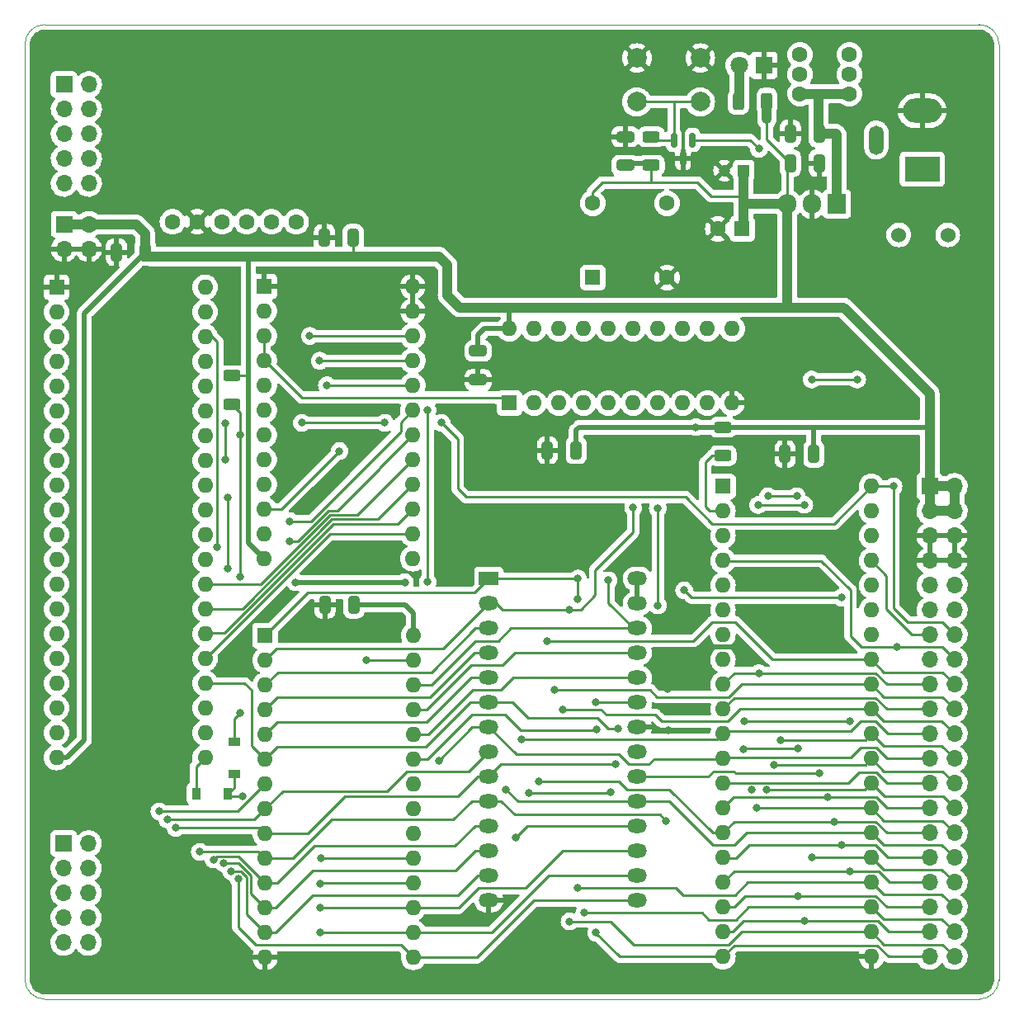
<source format=gtl>
G04 #@! TF.GenerationSoftware,KiCad,Pcbnew,6.0.11+dfsg-1*
G04 #@! TF.CreationDate,2024-06-12T11:52:23+08:00*
G04 #@! TF.ProjectId,DIY65C02.V2.CPU.Board,44495936-3543-4303-922e-56322e435055,rev?*
G04 #@! TF.SameCoordinates,Original*
G04 #@! TF.FileFunction,Copper,L1,Top*
G04 #@! TF.FilePolarity,Positive*
%FSLAX46Y46*%
G04 Gerber Fmt 4.6, Leading zero omitted, Abs format (unit mm)*
G04 Created by KiCad (PCBNEW 6.0.11+dfsg-1) date 2024-06-12 11:52:23*
%MOMM*%
%LPD*%
G01*
G04 APERTURE LIST*
G04 Aperture macros list*
%AMRoundRect*
0 Rectangle with rounded corners*
0 $1 Rounding radius*
0 $2 $3 $4 $5 $6 $7 $8 $9 X,Y pos of 4 corners*
0 Add a 4 corners polygon primitive as box body*
4,1,4,$2,$3,$4,$5,$6,$7,$8,$9,$2,$3,0*
0 Add four circle primitives for the rounded corners*
1,1,$1+$1,$2,$3*
1,1,$1+$1,$4,$5*
1,1,$1+$1,$6,$7*
1,1,$1+$1,$8,$9*
0 Add four rect primitives between the rounded corners*
20,1,$1+$1,$2,$3,$4,$5,0*
20,1,$1+$1,$4,$5,$6,$7,0*
20,1,$1+$1,$6,$7,$8,$9,0*
20,1,$1+$1,$8,$9,$2,$3,0*%
G04 Aperture macros list end*
G04 #@! TA.AperFunction,Profile*
%ADD10C,0.100000*%
G04 #@! TD*
G04 #@! TA.AperFunction,SMDPad,CuDef*
%ADD11RoundRect,0.250000X0.312500X0.625000X-0.312500X0.625000X-0.312500X-0.625000X0.312500X-0.625000X0*%
G04 #@! TD*
G04 #@! TA.AperFunction,SMDPad,CuDef*
%ADD12RoundRect,0.250000X-0.625000X0.312500X-0.625000X-0.312500X0.625000X-0.312500X0.625000X0.312500X0*%
G04 #@! TD*
G04 #@! TA.AperFunction,ComponentPad*
%ADD13C,1.524000*%
G04 #@! TD*
G04 #@! TA.AperFunction,ComponentPad*
%ADD14R,1.800000X1.800000*%
G04 #@! TD*
G04 #@! TA.AperFunction,ComponentPad*
%ADD15C,1.800000*%
G04 #@! TD*
G04 #@! TA.AperFunction,SMDPad,CuDef*
%ADD16RoundRect,0.250000X0.625000X-0.312500X0.625000X0.312500X-0.625000X0.312500X-0.625000X-0.312500X0*%
G04 #@! TD*
G04 #@! TA.AperFunction,ComponentPad*
%ADD17R,1.600000X1.600000*%
G04 #@! TD*
G04 #@! TA.AperFunction,ComponentPad*
%ADD18O,1.600000X1.600000*%
G04 #@! TD*
G04 #@! TA.AperFunction,SMDPad,CuDef*
%ADD19RoundRect,0.250000X-0.325000X-0.650000X0.325000X-0.650000X0.325000X0.650000X-0.325000X0.650000X0*%
G04 #@! TD*
G04 #@! TA.AperFunction,ComponentPad*
%ADD20C,1.600000*%
G04 #@! TD*
G04 #@! TA.AperFunction,ComponentPad*
%ADD21R,1.700000X1.700000*%
G04 #@! TD*
G04 #@! TA.AperFunction,ComponentPad*
%ADD22O,1.700000X1.700000*%
G04 #@! TD*
G04 #@! TA.AperFunction,SMDPad,CuDef*
%ADD23RoundRect,0.250000X0.325000X0.650000X-0.325000X0.650000X-0.325000X-0.650000X0.325000X-0.650000X0*%
G04 #@! TD*
G04 #@! TA.AperFunction,ComponentPad*
%ADD24R,1.905000X2.000000*%
G04 #@! TD*
G04 #@! TA.AperFunction,ComponentPad*
%ADD25O,1.905000X2.000000*%
G04 #@! TD*
G04 #@! TA.AperFunction,ComponentPad*
%ADD26C,2.000000*%
G04 #@! TD*
G04 #@! TA.AperFunction,SMDPad,CuDef*
%ADD27R,0.900000X1.200000*%
G04 #@! TD*
G04 #@! TA.AperFunction,ComponentPad*
%ADD28R,1.200000X1.200000*%
G04 #@! TD*
G04 #@! TA.AperFunction,ComponentPad*
%ADD29C,1.200000*%
G04 #@! TD*
G04 #@! TA.AperFunction,SMDPad,CuDef*
%ADD30RoundRect,0.250000X-0.650000X0.325000X-0.650000X-0.325000X0.650000X-0.325000X0.650000X0.325000X0*%
G04 #@! TD*
G04 #@! TA.AperFunction,SMDPad,CuDef*
%ADD31RoundRect,0.250000X0.650000X-0.325000X0.650000X0.325000X-0.650000X0.325000X-0.650000X-0.325000X0*%
G04 #@! TD*
G04 #@! TA.AperFunction,ComponentPad*
%ADD32R,2.000000X1.440000*%
G04 #@! TD*
G04 #@! TA.AperFunction,ComponentPad*
%ADD33O,2.000000X1.440000*%
G04 #@! TD*
G04 #@! TA.AperFunction,SMDPad,CuDef*
%ADD34RoundRect,0.150000X-0.150000X0.587500X-0.150000X-0.587500X0.150000X-0.587500X0.150000X0.587500X0*%
G04 #@! TD*
G04 #@! TA.AperFunction,ComponentPad*
%ADD35R,3.600000X2.600000*%
G04 #@! TD*
G04 #@! TA.AperFunction,ComponentPad*
%ADD36O,4.000000X2.500000*%
G04 #@! TD*
G04 #@! TA.AperFunction,ComponentPad*
%ADD37O,1.500000X3.000000*%
G04 #@! TD*
G04 #@! TA.AperFunction,SMDPad,CuDef*
%ADD38R,1.200000X0.900000*%
G04 #@! TD*
G04 #@! TA.AperFunction,ViaPad*
%ADD39C,0.800000*%
G04 #@! TD*
G04 #@! TA.AperFunction,Conductor*
%ADD40C,0.250000*%
G04 #@! TD*
G04 #@! TA.AperFunction,Conductor*
%ADD41C,0.500000*%
G04 #@! TD*
G04 #@! TA.AperFunction,Conductor*
%ADD42C,1.000000*%
G04 #@! TD*
G04 APERTURE END LIST*
D10*
X59944000Y-49784000D02*
G75*
G03*
X57912000Y-51816000I0J-2032000D01*
G01*
X59940000Y-149782000D02*
X155825000Y-149782000D01*
X57908000Y-147750000D02*
G75*
G03*
X59940000Y-149782000I2032000J0D01*
G01*
X157861000Y-147828000D02*
X157861000Y-51816000D01*
X57912000Y-51816000D02*
X57912000Y-147828000D01*
X157861000Y-51816000D02*
G75*
G03*
X155829000Y-49784000I-2032000J0D01*
G01*
X155829000Y-49784000D02*
X59944000Y-49784000D01*
X155829000Y-149782000D02*
G75*
G03*
X157861000Y-147750000I0J2032000D01*
G01*
D11*
X134050500Y-57658000D03*
X131125500Y-57658000D03*
D12*
X129540000Y-91095100D03*
X129540000Y-94020100D03*
D13*
X152603200Y-71358000D03*
X147574000Y-71358000D03*
D14*
X133731000Y-53975000D03*
D15*
X131191000Y-53975000D03*
D16*
X79180000Y-88752500D03*
X79180000Y-85827500D03*
D17*
X129535000Y-97160000D03*
D18*
X129535000Y-99700000D03*
X129535000Y-102240000D03*
X129535000Y-104780000D03*
X129535000Y-107320000D03*
X129535000Y-109860000D03*
X129535000Y-112400000D03*
X129535000Y-114940000D03*
X129535000Y-117480000D03*
X129535000Y-120020000D03*
X129535000Y-122560000D03*
X129535000Y-125100000D03*
X129535000Y-127640000D03*
X129535000Y-130180000D03*
X129535000Y-132720000D03*
X129535000Y-135260000D03*
X129535000Y-137800000D03*
X129535000Y-140340000D03*
X129535000Y-142880000D03*
X129535000Y-145420000D03*
X144775000Y-145420000D03*
X144775000Y-142880000D03*
X144775000Y-140340000D03*
X144775000Y-137800000D03*
X144775000Y-135260000D03*
X144775000Y-132720000D03*
X144775000Y-130180000D03*
X144775000Y-127640000D03*
X144775000Y-125100000D03*
X144775000Y-122560000D03*
X144775000Y-120020000D03*
X144775000Y-117480000D03*
X144775000Y-114940000D03*
X144775000Y-112400000D03*
X144775000Y-109860000D03*
X144775000Y-107320000D03*
X144775000Y-104780000D03*
X144775000Y-102240000D03*
X144775000Y-99700000D03*
X144775000Y-97160000D03*
D19*
X135913600Y-93853000D03*
X138863600Y-93853000D03*
D17*
X61163200Y-76733400D03*
D18*
X61163200Y-79273400D03*
X61163200Y-81813400D03*
X61163200Y-84353400D03*
X61163200Y-86893400D03*
X61163200Y-89433400D03*
X61163200Y-91973400D03*
X61163200Y-94513400D03*
X61163200Y-97053400D03*
X61163200Y-99593400D03*
X61163200Y-102133400D03*
X61163200Y-104673400D03*
X61163200Y-107213400D03*
X61163200Y-109753400D03*
X61163200Y-112293400D03*
X61163200Y-114833400D03*
X61163200Y-117373400D03*
X61163200Y-119913400D03*
X61163200Y-122453400D03*
X61163200Y-124993400D03*
X76403200Y-124993400D03*
X76403200Y-122453400D03*
X76403200Y-119913400D03*
X76403200Y-117373400D03*
X76403200Y-114833400D03*
X76403200Y-112293400D03*
X76403200Y-109753400D03*
X76403200Y-107213400D03*
X76403200Y-104673400D03*
X76403200Y-102133400D03*
X76403200Y-99593400D03*
X76403200Y-97053400D03*
X76403200Y-94513400D03*
X76403200Y-91973400D03*
X76403200Y-89433400D03*
X76403200Y-86893400D03*
X76403200Y-84353400D03*
X76403200Y-81813400D03*
X76403200Y-79273400D03*
X76403200Y-76733400D03*
D20*
X137440000Y-52880000D03*
X137440000Y-54880000D03*
X137440000Y-56880000D03*
X142520000Y-52880000D03*
X142520000Y-54880000D03*
X142520000Y-56880000D03*
D19*
X88695000Y-109321600D03*
X91645000Y-109321600D03*
D21*
X61930600Y-70261800D03*
D22*
X64470600Y-70261800D03*
X61930600Y-72801800D03*
X64470600Y-72801800D03*
D17*
X131507113Y-70739000D03*
D20*
X129007113Y-70739000D03*
D23*
X139397000Y-60960000D03*
X136447000Y-60960000D03*
D24*
X141224000Y-68199000D03*
D25*
X138684000Y-68199000D03*
X136144000Y-68199000D03*
D12*
X122174000Y-61297700D03*
X122174000Y-64222700D03*
D17*
X107619800Y-88620600D03*
D18*
X110159800Y-88620600D03*
X112699800Y-88620600D03*
X115239800Y-88620600D03*
X117779800Y-88620600D03*
X120319800Y-88620600D03*
X122859800Y-88620600D03*
X125399800Y-88620600D03*
X127939800Y-88620600D03*
X130479800Y-88620600D03*
X130479800Y-81000600D03*
X127939800Y-81000600D03*
X125399800Y-81000600D03*
X122859800Y-81000600D03*
X120319800Y-81000600D03*
X117779800Y-81000600D03*
X115239800Y-81000600D03*
X112699800Y-81000600D03*
X110159800Y-81000600D03*
X107619800Y-81000600D03*
D21*
X61920200Y-55935800D03*
D22*
X64460200Y-55935800D03*
X61920200Y-58475800D03*
X64460200Y-58475800D03*
X61920200Y-61015800D03*
X64460200Y-61015800D03*
X61920200Y-63555800D03*
X64460200Y-63555800D03*
X61920200Y-66095800D03*
X64460200Y-66095800D03*
D19*
X111529600Y-93472000D03*
X114479600Y-93472000D03*
D26*
X127210000Y-53220000D03*
X120710000Y-53220000D03*
X127210000Y-57720000D03*
X120710000Y-57720000D03*
D27*
X75464400Y-128701800D03*
X78764400Y-128701800D03*
D28*
X131655600Y-64770000D03*
D29*
X129655600Y-64770000D03*
D30*
X119507000Y-61285200D03*
X119507000Y-64235200D03*
D31*
X104419400Y-86233000D03*
X104419400Y-83283000D03*
D32*
X105511600Y-106629200D03*
D33*
X105511600Y-109169200D03*
X105511600Y-111709200D03*
X105511600Y-114249200D03*
X105511600Y-116789200D03*
X105511600Y-119329200D03*
X105511600Y-121869200D03*
X105511600Y-124409200D03*
X105511600Y-126949200D03*
X105511600Y-129489200D03*
X105511600Y-132029200D03*
X105511600Y-134569200D03*
X105511600Y-137109200D03*
X105511600Y-139649200D03*
X120751600Y-139649200D03*
X120751600Y-137109200D03*
X120751600Y-134569200D03*
X120751600Y-132029200D03*
X120751600Y-129489200D03*
X120751600Y-126949200D03*
X120751600Y-124409200D03*
X120751600Y-121869200D03*
X120751600Y-119329200D03*
X120751600Y-116789200D03*
X120751600Y-114249200D03*
X120751600Y-111709200D03*
X120751600Y-109169200D03*
X120751600Y-106629200D03*
D19*
X88645000Y-71650000D03*
X91595000Y-71650000D03*
D21*
X150744000Y-97160000D03*
D22*
X153284000Y-97160000D03*
X150744000Y-99700000D03*
X153284000Y-99700000D03*
X150744000Y-102240000D03*
X153284000Y-102240000D03*
X150744000Y-104780000D03*
X153284000Y-104780000D03*
X150744000Y-107320000D03*
X153284000Y-107320000D03*
X150744000Y-109860000D03*
X153284000Y-109860000D03*
X150744000Y-112400000D03*
X153284000Y-112400000D03*
X150744000Y-114940000D03*
X153284000Y-114940000D03*
X150744000Y-117480000D03*
X153284000Y-117480000D03*
X150744000Y-120020000D03*
X153284000Y-120020000D03*
X150744000Y-122560000D03*
X153284000Y-122560000D03*
X150744000Y-125100000D03*
X153284000Y-125100000D03*
X150744000Y-127640000D03*
X153284000Y-127640000D03*
X150744000Y-130180000D03*
X153284000Y-130180000D03*
X150744000Y-132720000D03*
X153284000Y-132720000D03*
X150744000Y-135260000D03*
X153284000Y-135260000D03*
X150744000Y-137800000D03*
X153284000Y-137800000D03*
X150744000Y-140340000D03*
X153284000Y-140340000D03*
X150744000Y-142880000D03*
X153284000Y-142880000D03*
X150744000Y-145420000D03*
X153284000Y-145420000D03*
D34*
X126400600Y-61622700D03*
X124500600Y-61622700D03*
X125450600Y-63497700D03*
D17*
X82550000Y-112471200D03*
D18*
X82550000Y-115011200D03*
X82550000Y-117551200D03*
X82550000Y-120091200D03*
X82550000Y-122631200D03*
X82550000Y-125171200D03*
X82550000Y-127711200D03*
X82550000Y-130251200D03*
X82550000Y-132791200D03*
X82550000Y-135331200D03*
X82550000Y-137871200D03*
X82550000Y-140411200D03*
X82550000Y-142951200D03*
X82550000Y-145491200D03*
X97790000Y-145491200D03*
X97790000Y-142951200D03*
X97790000Y-140411200D03*
X97790000Y-137871200D03*
X97790000Y-135331200D03*
X97790000Y-132791200D03*
X97790000Y-130251200D03*
X97790000Y-127711200D03*
X97790000Y-125171200D03*
X97790000Y-122631200D03*
X97790000Y-120091200D03*
X97790000Y-117551200D03*
X97790000Y-115011200D03*
X97790000Y-112471200D03*
D17*
X82468800Y-76652200D03*
D18*
X82468800Y-79192200D03*
X82468800Y-81732200D03*
X82468800Y-84272200D03*
X82468800Y-86812200D03*
X82468800Y-89352200D03*
X82468800Y-91892200D03*
X82468800Y-94432200D03*
X82468800Y-96972200D03*
X82468800Y-99512200D03*
X82468800Y-102052200D03*
X82468800Y-104592200D03*
X97708800Y-104592200D03*
X97708800Y-102052200D03*
X97708800Y-99512200D03*
X97708800Y-96972200D03*
X97708800Y-94432200D03*
X97708800Y-91892200D03*
X97708800Y-89352200D03*
X97708800Y-86812200D03*
X97708800Y-84272200D03*
X97708800Y-81732200D03*
X97708800Y-79192200D03*
X97708800Y-76652200D03*
D35*
X149987000Y-64627000D03*
D36*
X149987000Y-58627000D03*
D37*
X145287000Y-61627000D03*
D17*
X116179600Y-75742800D03*
D20*
X123799600Y-75742800D03*
X123799600Y-68122800D03*
X116179600Y-68122800D03*
D21*
X61899800Y-133807200D03*
D22*
X64439800Y-133807200D03*
X61899800Y-136347200D03*
X64439800Y-136347200D03*
X61899800Y-138887200D03*
X64439800Y-138887200D03*
X61899800Y-141427200D03*
X64439800Y-141427200D03*
X61899800Y-143967200D03*
X64439800Y-143967200D03*
D38*
X79375000Y-123343400D03*
X79375000Y-126643400D03*
D20*
X73050000Y-70020000D03*
X75590000Y-70020000D03*
X78130000Y-70020000D03*
X80670000Y-70020000D03*
X83210000Y-70020000D03*
X85750000Y-70020000D03*
D19*
X67308200Y-73152000D03*
X70258200Y-73152000D03*
X136447000Y-64008000D03*
X139397000Y-64008000D03*
D39*
X123690400Y-131470400D03*
X133232000Y-116332000D03*
X75862011Y-134678589D03*
X77650000Y-103425000D03*
X132465000Y-128330500D03*
X73396711Y-132213289D03*
X118516400Y-125653800D03*
X108851700Y-123151900D03*
X72534604Y-131351183D03*
X78486000Y-94440000D03*
X78486000Y-90678000D03*
X71709111Y-130525689D03*
X100377200Y-125327200D03*
X78740000Y-98298000D03*
X78720000Y-105580000D03*
X118770400Y-122021600D03*
X109626400Y-128600200D03*
X140240500Y-129055000D03*
X117970900Y-128574800D03*
X110642400Y-127457200D03*
X140965500Y-131572000D03*
X125560000Y-107840000D03*
X141689500Y-108575000D03*
X141690000Y-133985000D03*
X131699000Y-121285000D03*
X142568000Y-136652000D03*
X142580000Y-121270000D03*
X134162800Y-98171000D03*
X137197500Y-139192000D03*
X131673600Y-124155200D03*
X137114000Y-98171000D03*
X137197500Y-124079000D03*
X137922000Y-141732000D03*
X133150000Y-99075000D03*
X137884500Y-99060000D03*
X122860000Y-109380000D03*
X116509800Y-119303800D03*
X122850000Y-99400000D03*
X116535200Y-122148600D03*
X116521900Y-142976600D03*
X113792000Y-141808200D03*
X113792000Y-109829600D03*
X120319800Y-99360200D03*
X115316000Y-140919200D03*
X117779800Y-106807000D03*
X114655600Y-106629200D03*
X114591500Y-138328400D03*
X114655600Y-108712000D03*
X138684000Y-135260000D03*
X77280470Y-135460652D03*
X87142400Y-81732200D03*
X111506000Y-113030000D03*
X88163400Y-84277200D03*
X112268000Y-118059200D03*
X78289107Y-135832893D03*
X113067500Y-120040400D03*
X79082300Y-136681200D03*
X88900000Y-86791800D03*
X79798753Y-137441347D03*
X85115400Y-100736400D03*
X135485000Y-123190000D03*
X134740000Y-125735000D03*
X85039200Y-102793800D03*
X88214200Y-142900400D03*
X133975000Y-128330000D03*
X88188800Y-140436600D03*
X108254800Y-133197600D03*
X133037299Y-130187299D03*
X88239600Y-137947400D03*
X88265000Y-135331200D03*
X107289600Y-128270000D03*
X143304500Y-86200000D03*
X138651000Y-86200000D03*
X133224600Y-62525000D03*
X94847400Y-90652600D03*
X100660200Y-90652600D03*
X147040000Y-97160000D03*
X86334600Y-90652600D03*
X85672500Y-107010200D03*
X96901000Y-107010200D03*
X126750000Y-91100000D03*
X105075000Y-91025000D03*
X125050000Y-93800000D03*
X119075000Y-93800000D03*
X94615000Y-104140000D03*
X71460000Y-83170000D03*
X59436000Y-58547000D03*
X108660000Y-101520000D03*
X89100000Y-104250000D03*
X113175000Y-104450000D03*
X120015000Y-68199000D03*
X133175000Y-110875000D03*
X156083000Y-132715000D03*
X111470000Y-100300000D03*
X67140000Y-100770000D03*
X121575000Y-93800000D03*
X156083000Y-109855000D03*
X156083000Y-125349000D03*
X123950000Y-122225000D03*
X110950000Y-141850000D03*
X148717000Y-106045000D03*
X120900000Y-103750000D03*
X118775000Y-100725000D03*
X88773000Y-52324000D03*
X123825000Y-117983000D03*
X133858000Y-145669000D03*
X99999800Y-141655800D03*
X156083000Y-117602000D03*
X86868000Y-76708000D03*
X133175000Y-106650000D03*
X67330000Y-94910000D03*
X116600000Y-100775000D03*
X123825000Y-119888000D03*
X74295000Y-137541000D03*
X156083000Y-102362000D03*
X108300000Y-104810000D03*
X116205000Y-71755000D03*
X85775800Y-112318800D03*
X133170000Y-102270000D03*
X140843000Y-145669000D03*
X74295000Y-145161000D03*
X71400000Y-77560000D03*
X85275000Y-88875000D03*
X156083000Y-140208000D03*
X88773000Y-57375000D03*
X102032800Y-100838000D03*
X88773000Y-62738000D03*
X88773000Y-60198000D03*
X120650000Y-83439000D03*
X59436000Y-71374000D03*
X59182000Y-141224000D03*
X88773000Y-112268000D03*
X59309000Y-136398000D03*
X84201000Y-109194600D03*
X131699000Y-113665000D03*
X59436000Y-63373000D03*
X124025000Y-103675000D03*
X100533200Y-95351600D03*
X88773000Y-54850000D03*
X139450000Y-126575000D03*
X80234301Y-128976901D03*
X147400000Y-113675000D03*
X99240000Y-89360000D03*
X99240000Y-106980000D03*
X90185150Y-93545150D03*
X79998700Y-91892200D03*
X80010000Y-120396000D03*
X80010000Y-106430000D03*
X92950000Y-114980000D03*
D40*
X77650000Y-103425000D02*
X77660000Y-103415000D01*
X89349800Y-131376200D02*
X85394800Y-135331200D01*
X133232000Y-116332000D02*
X145217991Y-116332000D01*
X130683000Y-116332000D02*
X129535000Y-117480000D01*
X106781600Y-129489200D02*
X105511600Y-129489200D01*
X123080800Y-130860800D02*
X108153200Y-130860800D01*
X75882707Y-134657893D02*
X81876693Y-134657893D01*
X77660000Y-103415000D02*
X77660000Y-82333600D01*
X103759000Y-129489200D02*
X101872000Y-131376200D01*
X75862011Y-134678589D02*
X75882707Y-134657893D01*
X133232000Y-116332000D02*
X130683000Y-116332000D01*
X77139800Y-81813400D02*
X76403200Y-81813400D01*
X81876693Y-134657893D02*
X82550000Y-135331200D01*
X85394800Y-135331200D02*
X82550000Y-135331200D01*
X77660000Y-82333600D02*
X77139800Y-81813400D01*
X105511600Y-129489200D02*
X103759000Y-129489200D01*
X101872000Y-131376200D02*
X89349800Y-131376200D01*
X146365991Y-117480000D02*
X150744000Y-117480000D01*
X145217991Y-116332000D02*
X146365991Y-117480000D01*
X108153200Y-130860800D02*
X106781600Y-129489200D01*
X123690400Y-131470400D02*
X123080800Y-130860800D01*
X146365991Y-120020000D02*
X150744000Y-120020000D01*
X102362000Y-128981200D02*
X90728800Y-128981200D01*
X106781600Y-125679200D02*
X105511600Y-126949200D01*
X90728800Y-128981200D02*
X86918800Y-132791200D01*
X118491000Y-125679200D02*
X106781600Y-125679200D01*
X86918800Y-132791200D02*
X82550000Y-132791200D01*
X81978800Y-132220000D02*
X82550000Y-132791200D01*
X145217991Y-118872000D02*
X146365991Y-120020000D01*
X129535000Y-120020000D02*
X130683000Y-118872000D01*
X73403422Y-132220000D02*
X81978800Y-132220000D01*
X105511600Y-126949200D02*
X104394000Y-126949200D01*
X118516400Y-125653800D02*
X118491000Y-125679200D01*
X130683000Y-118872000D02*
X145217991Y-118872000D01*
X104394000Y-126949200D02*
X102362000Y-128981200D01*
X73396711Y-132213289D02*
X73403422Y-132220000D01*
X93832095Y-128436200D02*
X95093800Y-128436200D01*
X108864400Y-123164600D02*
X128930400Y-123164600D01*
X145189496Y-121285000D02*
X143637000Y-121285000D01*
X84371200Y-128430000D02*
X93825895Y-128430000D01*
X142621000Y-122301000D02*
X129794000Y-122301000D01*
X95093800Y-128436200D02*
X97088800Y-126441200D01*
X72534604Y-131351183D02*
X72535787Y-131350000D01*
X143637000Y-121285000D02*
X142621000Y-122301000D01*
X103454200Y-126441200D02*
X103784400Y-126111000D01*
X103784400Y-126111000D02*
X103809800Y-126111000D01*
X72535787Y-131350000D02*
X81451200Y-131350000D01*
X146464496Y-122560000D02*
X145189496Y-121285000D01*
X82550000Y-130251200D02*
X84371200Y-128430000D01*
X81451200Y-131350000D02*
X82550000Y-130251200D01*
X97088800Y-126441200D02*
X103454200Y-126441200D01*
X150744000Y-122560000D02*
X146464496Y-122560000D01*
X128930400Y-123164600D02*
X129535000Y-122560000D01*
X108851700Y-123151900D02*
X108864400Y-123164600D01*
X129794000Y-122301000D02*
X129535000Y-122560000D01*
X93825895Y-128430000D02*
X93832095Y-128436200D01*
X103809800Y-126111000D02*
X105511600Y-124409200D01*
X71714022Y-130530600D02*
X79705200Y-130530600D01*
X146365991Y-125100000D02*
X145240991Y-123975000D01*
X129514600Y-125120400D02*
X122478800Y-125120400D01*
X121920000Y-125679200D02*
X119837200Y-125679200D01*
X143639400Y-123975000D02*
X142646400Y-124968000D01*
X82524600Y-127711200D02*
X82550000Y-127711200D01*
X71709111Y-130525689D02*
X71714022Y-130530600D01*
X100377200Y-125302800D02*
X100377200Y-125327200D01*
X105511600Y-121869200D02*
X103810800Y-121869200D01*
X79705200Y-130530600D02*
X82524600Y-127711200D01*
X145240991Y-123975000D02*
X143639400Y-123975000D01*
X103810800Y-121869200D02*
X100377200Y-125302800D01*
X122478800Y-125120400D02*
X121920000Y-125679200D01*
X118846600Y-124688600D02*
X108331000Y-124688600D01*
X150744000Y-125100000D02*
X146365991Y-125100000D01*
X129667000Y-124968000D02*
X129535000Y-125100000D01*
X108331000Y-124688600D02*
X105511600Y-121869200D01*
X129535000Y-125100000D02*
X129514600Y-125120400D01*
X142646400Y-124968000D02*
X129667000Y-124968000D01*
X78486000Y-94440000D02*
X78486000Y-90678000D01*
X119837200Y-125679200D02*
X118846600Y-124688600D01*
X146365991Y-127640000D02*
X150744000Y-127640000D01*
X109575600Y-120954800D02*
X107950000Y-119329200D01*
X105511600Y-119329200D02*
X103657400Y-119329200D01*
X107950000Y-119329200D02*
X105511600Y-119329200D01*
X145240991Y-126515000D02*
X146365991Y-127640000D01*
X78740000Y-98298000D02*
X78740000Y-105560000D01*
X118770400Y-122021600D02*
X117754400Y-122021600D01*
X103657400Y-119329200D02*
X99085400Y-123901200D01*
X99085400Y-123901200D02*
X83820000Y-123901200D01*
X81153000Y-123774200D02*
X81153000Y-118084600D01*
X117754400Y-122021600D02*
X116687600Y-120954800D01*
X81153000Y-118084600D02*
X80441800Y-117373400D01*
X129569500Y-127605500D02*
X142419500Y-127605500D01*
X80441800Y-117373400D02*
X76403200Y-117373400D01*
X83820000Y-123901200D02*
X82550000Y-125171200D01*
X143510000Y-126515000D02*
X145240991Y-126515000D01*
X129535000Y-127640000D02*
X129569500Y-127605500D01*
X142419500Y-127605500D02*
X143510000Y-126515000D01*
X78770000Y-105530000D02*
X78720000Y-105580000D01*
X116687600Y-120954800D02*
X109575600Y-120954800D01*
X82550000Y-125171200D02*
X81153000Y-123774200D01*
X78740000Y-105560000D02*
X78720000Y-105580000D01*
X140240500Y-129055000D02*
X130660000Y-129055000D01*
X105511600Y-116789200D02*
X103682800Y-116789200D01*
X146365991Y-130180000D02*
X150744000Y-130180000D01*
X117945500Y-128600200D02*
X117970900Y-128574800D01*
X83820000Y-121361200D02*
X82550000Y-122631200D01*
X140240500Y-129055000D02*
X145240991Y-129055000D01*
X87071200Y-121361200D02*
X83820000Y-121361200D01*
X103682800Y-116789200D02*
X99110800Y-121361200D01*
X109626400Y-128600200D02*
X117945500Y-128600200D01*
X145240991Y-129055000D02*
X146365991Y-130180000D01*
X99110800Y-121361200D02*
X87071200Y-121361200D01*
X130660000Y-129055000D02*
X129535000Y-130180000D01*
X104013000Y-114249200D02*
X99441000Y-118821200D01*
X124028200Y-128270000D02*
X128478200Y-132720000D01*
X118872000Y-127457200D02*
X119684800Y-128270000D01*
X128478200Y-132720000D02*
X129535000Y-132720000D01*
X140965500Y-131572000D02*
X130683000Y-131572000D01*
X140965500Y-131572000D02*
X145217991Y-131572000D01*
X130683000Y-131572000D02*
X129535000Y-132720000D01*
X105511600Y-114249200D02*
X104013000Y-114249200D01*
X83820000Y-118821200D02*
X82550000Y-120091200D01*
X146365991Y-132720000D02*
X150744000Y-132720000D01*
X145217991Y-131572000D02*
X146365991Y-132720000D01*
X119684800Y-128270000D02*
X124028200Y-128270000D01*
X110642400Y-127457200D02*
X118872000Y-127457200D01*
X99441000Y-118821200D02*
X83820000Y-118821200D01*
X105511600Y-111709200D02*
X104165400Y-111709200D01*
X104165400Y-111709200D02*
X99644200Y-116230400D01*
X83870800Y-116230400D02*
X82550000Y-117551200D01*
X146436000Y-135260000D02*
X145161000Y-133985000D01*
X132207000Y-133985000D02*
X135001000Y-133985000D01*
X141690000Y-133985000D02*
X135001000Y-133985000D01*
X130911600Y-135280400D02*
X132207000Y-133985000D01*
X129535000Y-135260000D02*
X129555400Y-135280400D01*
X99644200Y-116230400D02*
X83870800Y-116230400D01*
X129555400Y-135280400D02*
X130911600Y-135280400D01*
X150744000Y-135260000D02*
X146436000Y-135260000D01*
X125560000Y-107840000D02*
X125450000Y-107950000D01*
X145161000Y-133985000D02*
X141690000Y-133985000D01*
X126295000Y-108575000D02*
X125560000Y-107840000D01*
X141689500Y-108575000D02*
X126295000Y-108575000D01*
X130683000Y-136652000D02*
X129535000Y-137800000D01*
X145507991Y-136652000D02*
X146655991Y-137800000D01*
X142565000Y-121285000D02*
X131699000Y-121285000D01*
X142580000Y-121270000D02*
X142565000Y-121285000D01*
X103682800Y-115519200D02*
X99110800Y-120091200D01*
X108204000Y-114249200D02*
X106934000Y-115519200D01*
X146655991Y-137800000D02*
X150744000Y-137800000D01*
X99110800Y-120091200D02*
X97790000Y-120091200D01*
X142568000Y-136652000D02*
X130683000Y-136652000D01*
X106934000Y-115519200D02*
X103682800Y-115519200D01*
X142568000Y-136652000D02*
X145507991Y-136652000D01*
X120751600Y-114249200D02*
X108204000Y-114249200D01*
X146365991Y-140340000D02*
X150744000Y-140340000D01*
X137114000Y-98171000D02*
X134162800Y-98171000D01*
X145217991Y-139192000D02*
X146365991Y-140340000D01*
X120751600Y-116789200D02*
X108000800Y-116789200D01*
X137197500Y-139192000D02*
X145217991Y-139192000D01*
X137197500Y-124079000D02*
X131749800Y-124079000D01*
X130703400Y-140340000D02*
X129535000Y-140340000D01*
X106730800Y-118059200D02*
X103886000Y-118059200D01*
X131749800Y-124079000D02*
X131673600Y-124155200D01*
X131851400Y-139192000D02*
X130703400Y-140340000D01*
X108000800Y-116789200D02*
X106730800Y-118059200D01*
X137197500Y-139192000D02*
X131851400Y-139192000D01*
X103886000Y-118059200D02*
X99314000Y-122631200D01*
X99314000Y-122631200D02*
X97790000Y-122631200D01*
X131673600Y-141732000D02*
X130525600Y-142880000D01*
X137884500Y-99060000D02*
X133165000Y-99060000D01*
X130525600Y-142880000D02*
X129535000Y-142880000D01*
X137922000Y-141732000D02*
X145415000Y-141732000D01*
X137922000Y-141732000D02*
X131673600Y-141732000D01*
X146563000Y-142880000D02*
X150744000Y-142880000D01*
X133165000Y-99060000D02*
X133150000Y-99075000D01*
X145415000Y-141732000D02*
X146563000Y-142880000D01*
X130683000Y-144272000D02*
X129535000Y-145420000D01*
X129530000Y-145415000D02*
X129535000Y-145420000D01*
X116535200Y-119329200D02*
X120751600Y-119329200D01*
X150744000Y-145420000D02*
X146537600Y-145420000D01*
X108762800Y-122174000D02*
X107213400Y-120624600D01*
X116509800Y-122174000D02*
X108762800Y-122174000D01*
X116521900Y-142976600D02*
X116521900Y-143014100D01*
X146537600Y-145420000D02*
X145389600Y-144272000D01*
X118922800Y-145415000D02*
X129530000Y-145415000D01*
X116509800Y-119303800D02*
X116535200Y-119329200D01*
X145389600Y-144272000D02*
X130683000Y-144272000D01*
X99237800Y-125171200D02*
X97790000Y-125171200D01*
X122850000Y-109370000D02*
X122850000Y-99400000D01*
X116521900Y-143014100D02*
X118922800Y-145415000D01*
X116535200Y-122148600D02*
X116509800Y-122174000D01*
X107213400Y-120624600D02*
X103784400Y-120624600D01*
X103784400Y-120624600D02*
X99237800Y-125171200D01*
X114960400Y-109829600D02*
X113792000Y-109829600D01*
X116440000Y-108350000D02*
X114960400Y-109829600D01*
X130148204Y-144170400D02*
X131438604Y-142880000D01*
X100863400Y-113817400D02*
X83743800Y-113817400D01*
X131438604Y-142880000D02*
X144775000Y-142880000D01*
X106273600Y-109169200D02*
X105511600Y-109169200D01*
X120319800Y-101854000D02*
X116440000Y-105733800D01*
X113792000Y-109829600D02*
X106934000Y-109829600D01*
X118008400Y-141808200D02*
X120370600Y-144170400D01*
X106934000Y-109829600D02*
X106273600Y-109169200D01*
X113792000Y-141808200D02*
X118008400Y-141808200D01*
X120370600Y-144170400D02*
X130148204Y-144170400D01*
X152034400Y-144170400D02*
X153284000Y-145420000D01*
X105511600Y-109169200D02*
X100863400Y-113817400D01*
X144775000Y-142880000D02*
X146065400Y-144170400D01*
X116440000Y-105733800D02*
X116440000Y-108350000D01*
X120319800Y-99360200D02*
X120319800Y-101854000D01*
X146065400Y-144170400D02*
X152034400Y-144170400D01*
X83743800Y-113817400D02*
X82550000Y-115011200D01*
X132176600Y-140340000D02*
X144775000Y-140340000D01*
X104140000Y-113030000D02*
X99618800Y-117551200D01*
X128117600Y-141630400D02*
X130886200Y-141630400D01*
X117779800Y-106807000D02*
X117779800Y-107543600D01*
X120751600Y-111709200D02*
X107797600Y-111709200D01*
X144775000Y-140340000D02*
X146014600Y-141579600D01*
X99618800Y-117551200D02*
X97790000Y-117551200D01*
X127406400Y-140919200D02*
X128117600Y-141630400D01*
X107797600Y-111709200D02*
X106476800Y-113030000D01*
X115316000Y-140919200D02*
X127406400Y-140919200D01*
X120368800Y-111709200D02*
X117779800Y-109120200D01*
X146014600Y-141579600D02*
X151983600Y-141579600D01*
X151983600Y-141579600D02*
X153284000Y-142880000D01*
X130886200Y-141630400D02*
X132176600Y-140340000D01*
X106476800Y-113030000D02*
X104140000Y-113030000D01*
X117779800Y-107543600D02*
X117779800Y-109120200D01*
X120751600Y-111709200D02*
X120368800Y-111709200D01*
X86924600Y-108096600D02*
X104044200Y-108096600D01*
X146014600Y-139039600D02*
X151983600Y-139039600D01*
X114591500Y-138328400D02*
X124714000Y-138328400D01*
X104044200Y-108096600D02*
X105511600Y-106629200D01*
X124714000Y-138328400D02*
X125476000Y-139090400D01*
X132049600Y-137800000D02*
X144775000Y-137800000D01*
X151983600Y-139039600D02*
X153284000Y-140340000D01*
X144775000Y-137800000D02*
X146014600Y-139039600D01*
X125476000Y-139090400D02*
X130759200Y-139090400D01*
X82550000Y-112471200D02*
X86924600Y-108096600D01*
X114655600Y-108712000D02*
X114655600Y-106629200D01*
X130759200Y-139090400D02*
X132049600Y-137800000D01*
X114655600Y-106629200D02*
X105511600Y-106629200D01*
X146014600Y-136499600D02*
X151983600Y-136499600D01*
X138684000Y-135260000D02*
X144775000Y-135260000D01*
X144775000Y-135260000D02*
X146014600Y-136499600D01*
X151983600Y-136499600D02*
X153284000Y-137800000D01*
X83794600Y-137871200D02*
X82550000Y-137871200D01*
X105511600Y-132029200D02*
X104089200Y-132029200D01*
X104089200Y-132029200D02*
X102031800Y-134086600D01*
X130784600Y-111099600D02*
X134625000Y-114940000D01*
X111506000Y-113030000D02*
X126517400Y-113030000D01*
X134625000Y-114940000D02*
X144775000Y-114940000D01*
X79786693Y-135107893D02*
X82550000Y-137871200D01*
X102031800Y-134086600D02*
X87579200Y-134086600D01*
X77280470Y-135460652D02*
X77633229Y-135107893D01*
X144775000Y-114940000D02*
X146065400Y-116230400D01*
X126517400Y-113030000D02*
X128447800Y-111099600D01*
X87579200Y-134086600D02*
X83794600Y-137871200D01*
X152034400Y-116230400D02*
X153284000Y-117480000D01*
X146065400Y-116230400D02*
X152034400Y-116230400D01*
X77633229Y-135107893D02*
X79786693Y-135107893D01*
X128447800Y-111099600D02*
X130784600Y-111099600D01*
X97708800Y-81732200D02*
X87142400Y-81732200D01*
X78295414Y-135839200D02*
X79857600Y-135839200D01*
X112268000Y-118059200D02*
X112217200Y-118110000D01*
X146065400Y-118770400D02*
X152034400Y-118770400D01*
X131438604Y-117480000D02*
X144775000Y-117480000D01*
X144775000Y-117480000D02*
X146065400Y-118770400D01*
X122783600Y-118770400D02*
X130148204Y-118770400D01*
X152034400Y-118770400D02*
X153284000Y-120020000D01*
X122072400Y-118059200D02*
X122783600Y-118770400D01*
X83616800Y-140411200D02*
X82550000Y-140411200D01*
X81102200Y-138963400D02*
X82550000Y-140411200D01*
X130148204Y-118770400D02*
X131438604Y-117480000D01*
X102108000Y-136601200D02*
X87426800Y-136601200D01*
X97708800Y-84272200D02*
X88168400Y-84272200D01*
X81102200Y-137083800D02*
X81102200Y-138963400D01*
X105511600Y-134569200D02*
X104140000Y-134569200D01*
X78289107Y-135832893D02*
X78295414Y-135839200D01*
X88168400Y-84272200D02*
X88163400Y-84277200D01*
X104140000Y-134569200D02*
X102108000Y-136601200D01*
X87426800Y-136601200D02*
X83616800Y-140411200D01*
X112268000Y-118059200D02*
X122072400Y-118059200D01*
X79857600Y-135839200D02*
X79946500Y-135928100D01*
X79946500Y-135928100D02*
X81102200Y-137083800D01*
X97708800Y-86812200D02*
X88920400Y-86812200D01*
X104343200Y-137109200D02*
X102311200Y-139141200D01*
X83667600Y-142951200D02*
X82550000Y-142951200D01*
X146014600Y-121259600D02*
X151983600Y-121259600D01*
X131313000Y-120020000D02*
X144775000Y-120020000D01*
X105511600Y-137109200D02*
X104343200Y-137109200D01*
X102311200Y-139141200D02*
X87477600Y-139141200D01*
X80652200Y-141053400D02*
X82550000Y-142951200D01*
X80652200Y-137270196D02*
X80652200Y-141053400D01*
X80063204Y-136681200D02*
X80652200Y-137270196D01*
X123266200Y-121285000D02*
X130048000Y-121285000D01*
X117017800Y-120040400D02*
X117576600Y-120599200D01*
X87477600Y-139141200D02*
X83667600Y-142951200D01*
X117576600Y-120599200D02*
X122580400Y-120599200D01*
X88920400Y-86812200D02*
X88900000Y-86791800D01*
X122580400Y-120599200D02*
X123266200Y-121285000D01*
X130048000Y-121285000D02*
X131313000Y-120020000D01*
X113067500Y-120040400D02*
X117017800Y-120040400D01*
X151983600Y-121259600D02*
X153284000Y-122560000D01*
X79082300Y-136681200D02*
X80063204Y-136681200D01*
X144775000Y-120020000D02*
X146014600Y-121259600D01*
X146014600Y-123799600D02*
X151983600Y-123799600D01*
X104292400Y-145491200D02*
X110134400Y-139649200D01*
X110134400Y-139649200D02*
X120751600Y-139649200D01*
X135485000Y-123190000D02*
X144145000Y-123190000D01*
X96520000Y-144221200D02*
X97790000Y-145491200D01*
X79798753Y-137441347D02*
X79798753Y-142409753D01*
X138303000Y-123190000D02*
X135485000Y-123190000D01*
X151983600Y-123799600D02*
X153284000Y-125100000D01*
X144775000Y-122560000D02*
X146014600Y-123799600D01*
X97790000Y-145491200D02*
X104292400Y-145491200D01*
X81610200Y-144221200D02*
X96520000Y-144221200D01*
X97708800Y-89352200D02*
X96469200Y-90591800D01*
X96469200Y-90591800D02*
X96469200Y-91516200D01*
X79798753Y-142409753D02*
X81610200Y-144221200D01*
X144145000Y-123190000D02*
X144775000Y-122560000D01*
X87249000Y-100736400D02*
X85115400Y-100736400D01*
X96469200Y-91516200D02*
X87249000Y-100736400D01*
X97708800Y-91892200D02*
X94310200Y-95290800D01*
X85897216Y-102793800D02*
X85039200Y-102793800D01*
X146065400Y-126390400D02*
X152034400Y-126390400D01*
X94310200Y-95326200D02*
X93776800Y-95859600D01*
X89977800Y-99658600D02*
X89458800Y-99658600D01*
X111658400Y-137109200D02*
X105816400Y-142951200D01*
X88214200Y-142900400D02*
X88265000Y-142951200D01*
X105816400Y-142951200D02*
X97790000Y-142951200D01*
X139314000Y-125735000D02*
X139319000Y-125730000D01*
X120751600Y-137109200D02*
X111658400Y-137109200D01*
X92265500Y-97370900D02*
X89977800Y-99658600D01*
X86649308Y-102041708D02*
X85897216Y-102793800D01*
X144775000Y-125100000D02*
X146065400Y-126390400D01*
X152034400Y-126390400D02*
X153284000Y-127640000D01*
X93776800Y-95859600D02*
X92265500Y-97370900D01*
X139319000Y-125730000D02*
X144145000Y-125730000D01*
X134740000Y-125735000D02*
X139314000Y-125735000D01*
X89458800Y-99658600D02*
X89032416Y-99658600D01*
X88265000Y-142951200D02*
X97790000Y-142951200D01*
X144145000Y-125730000D02*
X144775000Y-125100000D01*
X89032416Y-99658600D02*
X86649308Y-102041708D01*
X94310200Y-95290800D02*
X94310200Y-95326200D01*
X104444800Y-138379200D02*
X102412800Y-140411200D01*
X120751600Y-134569200D02*
X113080800Y-134569200D01*
X88188800Y-140436600D02*
X97764600Y-140436600D01*
X92032400Y-100108600D02*
X89218812Y-100108600D01*
X97764600Y-140436600D02*
X97790000Y-140411200D01*
X133975000Y-128330000D02*
X133975500Y-128330500D01*
X152109000Y-129005000D02*
X153284000Y-130180000D01*
X146140000Y-129005000D02*
X152109000Y-129005000D01*
X133975500Y-128330500D02*
X144084500Y-128330500D01*
X89218812Y-100108600D02*
X82114012Y-107213400D01*
X144775000Y-127640000D02*
X146140000Y-129005000D01*
X97708800Y-94432200D02*
X92032400Y-100108600D01*
X144084500Y-128330500D02*
X144775000Y-127640000D01*
X102412800Y-140411200D02*
X97790000Y-140411200D01*
X82114012Y-107213400D02*
X76403200Y-107213400D01*
X113080800Y-134569200D02*
X109270800Y-138379200D01*
X109270800Y-138379200D02*
X104444800Y-138379200D01*
X152034400Y-131470400D02*
X153284000Y-132720000D01*
X146065400Y-131470400D02*
X152034400Y-131470400D01*
X110236000Y-132029200D02*
X109423200Y-132029200D01*
X97708800Y-96972200D02*
X94132400Y-100548600D01*
X88315800Y-137871200D02*
X88239600Y-137947400D01*
X89405208Y-100558600D02*
X80210408Y-109753400D01*
X97790000Y-137871200D02*
X88315800Y-137871200D01*
X120751600Y-132029200D02*
X110236000Y-132029200D01*
X133037299Y-130187299D02*
X133044598Y-130180000D01*
X94132400Y-100558600D02*
X89405208Y-100558600D01*
X144775000Y-130180000D02*
X146065400Y-131470400D01*
X80210408Y-109753400D02*
X76403200Y-109753400D01*
X109423200Y-132029200D02*
X108254800Y-133197600D01*
X94132400Y-100548600D02*
X94132400Y-100558600D01*
X133044598Y-130180000D02*
X144775000Y-130180000D01*
X108508800Y-129489200D02*
X107289600Y-128270000D01*
X151983600Y-133959600D02*
X153284000Y-135260000D01*
X97708800Y-99512200D02*
X96205200Y-101015800D01*
X131973400Y-132720000D02*
X130708400Y-133985000D01*
X124053600Y-129489200D02*
X120751600Y-129489200D01*
X128549400Y-133985000D02*
X124053600Y-129489200D01*
X144775000Y-132720000D02*
X146014600Y-133959600D01*
X89584404Y-101015800D02*
X90017600Y-101015800D01*
X76403200Y-112293400D02*
X76479400Y-112217200D01*
X130708400Y-133985000D02*
X128549400Y-133985000D01*
X96205200Y-101015800D02*
X90017600Y-101015800D01*
X146014600Y-133959600D02*
X151983600Y-133959600D01*
X120751600Y-129489200D02*
X108508800Y-129489200D01*
X144775000Y-132720000D02*
X131973400Y-132720000D01*
X76479400Y-112217200D02*
X78383004Y-112217200D01*
X78383004Y-112217200D02*
X89584404Y-101015800D01*
X97790000Y-135331200D02*
X88265000Y-135331200D01*
X143304500Y-86200000D02*
X138651000Y-86200000D01*
X152009000Y-111125000D02*
X148500000Y-111125000D01*
X86334600Y-90652600D02*
X94847400Y-90652600D01*
X102311200Y-92303600D02*
X102311200Y-97409000D01*
X148500000Y-111125000D02*
X147040000Y-109665000D01*
X140944600Y-100990400D02*
X144775000Y-97160000D01*
X153284000Y-112400000D02*
X152009000Y-111125000D01*
X147040000Y-109665000D02*
X147040000Y-97160000D01*
X132322300Y-61622700D02*
X126400600Y-61622700D01*
X103174800Y-98272600D02*
X125692200Y-98272600D01*
X133224600Y-62525000D02*
X132322300Y-61622700D01*
X125692200Y-98272600D02*
X128410000Y-100990400D01*
X102311200Y-97409000D02*
X103174800Y-98272600D01*
X144775000Y-97160000D02*
X147040000Y-97160000D01*
X100660200Y-90652600D02*
X102311200Y-92303600D01*
X128410000Y-100990400D02*
X140944600Y-100990400D01*
D41*
X80848200Y-102971600D02*
X82468800Y-104592200D01*
D42*
X131655600Y-68369400D02*
X131655600Y-70590513D01*
D41*
X62204600Y-124993400D02*
X64008000Y-123190000D01*
D40*
X122161500Y-64035200D02*
X122174000Y-64022700D01*
D42*
X80785500Y-73565500D02*
X70671700Y-73565500D01*
D41*
X97790000Y-112471200D02*
X97790000Y-110159800D01*
D42*
X150744000Y-99700000D02*
X150744000Y-97160000D01*
X134376700Y-78805500D02*
X136387300Y-78805500D01*
D40*
X134050500Y-61611500D02*
X136447000Y-64008000D01*
D41*
X61163200Y-124993400D02*
X62204600Y-124993400D01*
D42*
X131655600Y-64770000D02*
X131655600Y-67353400D01*
X150744000Y-91056000D02*
X150744000Y-87625000D01*
D41*
X150704900Y-91095100D02*
X150744000Y-91056000D01*
D42*
X101284500Y-77539500D02*
X102550500Y-78805500D01*
D41*
X126750000Y-91100000D02*
X114792400Y-91100000D01*
D40*
X122174000Y-64022700D02*
X122174000Y-65913000D01*
D42*
X101284500Y-74465500D02*
X101284500Y-77539500D01*
D41*
X97790000Y-110159800D02*
X96951800Y-109321600D01*
D42*
X102550500Y-78805500D02*
X107757500Y-78805500D01*
X136387300Y-78805500D02*
X141924500Y-78805500D01*
D41*
X80848200Y-102971600D02*
X80848200Y-85938200D01*
D42*
X97265500Y-73565500D02*
X100384500Y-73565500D01*
D40*
X131826000Y-68199000D02*
X131655600Y-68369400D01*
X136144000Y-68199000D02*
X136144000Y-64311000D01*
D42*
X150744000Y-87625000D02*
X146812000Y-83693000D01*
D40*
X126938500Y-65978500D02*
X128371600Y-67411600D01*
X122108500Y-65978500D02*
X126938500Y-65978500D01*
D42*
X70671700Y-73565500D02*
X70258200Y-73152000D01*
D40*
X91595000Y-71650000D02*
X91595000Y-73175000D01*
D41*
X64008000Y-123190000D02*
X64008000Y-79402200D01*
D42*
X97265500Y-73565500D02*
X91204500Y-73565500D01*
X134050500Y-57658000D02*
X134050500Y-59497500D01*
D40*
X122174000Y-65913000D02*
X122108500Y-65978500D01*
D42*
X142151100Y-79032100D02*
X146812000Y-83693000D01*
X91204500Y-73565500D02*
X80785500Y-73565500D01*
D40*
X117155500Y-65978500D02*
X122108500Y-65978500D01*
D41*
X129540000Y-91095100D02*
X126754900Y-91095100D01*
D40*
X96952500Y-73252500D02*
X97265500Y-73565500D01*
D42*
X131655600Y-67353400D02*
X131655600Y-68369400D01*
D40*
X116179600Y-68122800D02*
X116179600Y-66954400D01*
D42*
X134376700Y-78805500D02*
X107757500Y-78805500D01*
D40*
X128371600Y-67411600D02*
X131597400Y-67411600D01*
D42*
X69296600Y-70261800D02*
X70258200Y-71223400D01*
D40*
X79180000Y-85827500D02*
X80737500Y-85827500D01*
D41*
X114479600Y-91412800D02*
X114479600Y-93472000D01*
X107619800Y-81000600D02*
X105079400Y-81000600D01*
D42*
X150744000Y-97160000D02*
X150744000Y-91056000D01*
D41*
X80848200Y-73628200D02*
X80785500Y-73565500D01*
X126754900Y-91095100D02*
X126750000Y-91100000D01*
D42*
X70258200Y-71223400D02*
X70258200Y-73152000D01*
X141924500Y-78805500D02*
X142151100Y-79032100D01*
D41*
X64008000Y-79402200D02*
X70258200Y-73152000D01*
D42*
X136144000Y-78562200D02*
X136387300Y-78805500D01*
D41*
X138825700Y-91095100D02*
X150704900Y-91095100D01*
D40*
X130312700Y-91095100D02*
X129540000Y-91095100D01*
D41*
X80848200Y-85938200D02*
X80848200Y-73628200D01*
D40*
X91595000Y-73175000D02*
X91204500Y-73565500D01*
X131597400Y-67411600D02*
X131655600Y-67353400D01*
X131507113Y-68311913D02*
X131394200Y-68199000D01*
D41*
X129540000Y-91095100D02*
X138825700Y-91095100D01*
D40*
X107619800Y-78943200D02*
X107757500Y-78805500D01*
D41*
X85672500Y-107010200D02*
X96901000Y-107010200D01*
D40*
X138863600Y-91133000D02*
X138825700Y-91095100D01*
D42*
X100384500Y-73565500D02*
X101284500Y-74465500D01*
D40*
X131655600Y-70590513D02*
X131507113Y-70739000D01*
D42*
X136144000Y-68199000D02*
X136144000Y-78562200D01*
D41*
X105079400Y-81000600D02*
X104419400Y-81660600D01*
X119507000Y-64035200D02*
X122161500Y-64035200D01*
X120751600Y-106629200D02*
X120751600Y-109169200D01*
D42*
X150744000Y-97160000D02*
X153284000Y-97160000D01*
D40*
X136144000Y-64311000D02*
X136447000Y-64008000D01*
D42*
X150744000Y-99700000D02*
X153284000Y-99700000D01*
X153284000Y-99700000D02*
X153284000Y-97160000D01*
D41*
X96951800Y-109321600D02*
X91645000Y-109321600D01*
X138863600Y-93853000D02*
X138863600Y-91133000D01*
X107619800Y-81000600D02*
X107619800Y-78943200D01*
D42*
X61930600Y-70261800D02*
X69296600Y-70261800D01*
D40*
X80737500Y-85827500D02*
X80848200Y-85938200D01*
X134050500Y-61611500D02*
X134050500Y-59497500D01*
D41*
X114792400Y-91100000D02*
X114479600Y-91412800D01*
X104419400Y-81660600D02*
X104419400Y-83283000D01*
D42*
X136144000Y-68199000D02*
X131826000Y-68199000D01*
D40*
X129535000Y-114940000D02*
X129530000Y-114945000D01*
X116179600Y-66954400D02*
X117155500Y-65978500D01*
X139397000Y-64008000D02*
X139397000Y-63910000D01*
D41*
X131699000Y-113665000D02*
X128143000Y-113665000D01*
D40*
X111429800Y-93372200D02*
X111529600Y-93472000D01*
X67282800Y-73177400D02*
X67308200Y-73152000D01*
D41*
X128143000Y-113665000D02*
X123825000Y-117983000D01*
D40*
X66958000Y-72801800D02*
X67308200Y-73152000D01*
X130640000Y-126390000D02*
X128590000Y-126390000D01*
X128030800Y-126949200D02*
X120751600Y-126949200D01*
X128590000Y-126390000D02*
X128030800Y-126949200D01*
X130875000Y-126625000D02*
X130640000Y-126390000D01*
X139400000Y-126625000D02*
X130875000Y-126625000D01*
X139450000Y-126575000D02*
X139400000Y-126625000D01*
X142625000Y-107825000D02*
X142637500Y-107812500D01*
X152019000Y-113675000D02*
X147400000Y-113675000D01*
X139625400Y-104800400D02*
X129555400Y-104800400D01*
X79375000Y-128091200D02*
X78764400Y-128701800D01*
X147400000Y-113675000D02*
X143775000Y-113675000D01*
X79039501Y-128976901D02*
X78764400Y-128701800D01*
X153284000Y-114940000D02*
X152019000Y-113675000D01*
X79375000Y-126643400D02*
X79375000Y-128091200D01*
X129555400Y-104800400D02*
X129535000Y-104780000D01*
X143775000Y-113675000D02*
X142625000Y-112525000D01*
X142625000Y-112525000D02*
X142625000Y-107825000D01*
X80234301Y-128976901D02*
X79039501Y-128976901D01*
X142637500Y-107812500D02*
X139625400Y-104800400D01*
X127736600Y-94716600D02*
X128433100Y-94020100D01*
X128148000Y-99700000D02*
X127736600Y-99288600D01*
X129535000Y-99700000D02*
X128148000Y-99700000D01*
X127736600Y-99288600D02*
X127736600Y-94716600D01*
X128433100Y-94020100D02*
X129540000Y-94020100D01*
X99240000Y-106980000D02*
X99240000Y-89360000D01*
X99240000Y-106910000D02*
X99240000Y-106980000D01*
D42*
X139397000Y-60960000D02*
X139395200Y-60960000D01*
X139397000Y-60960000D02*
X139397000Y-61038000D01*
X141097000Y-60960000D02*
X139397000Y-60960000D01*
X139330000Y-56880000D02*
X139330000Y-60893000D01*
X141224000Y-68199000D02*
X141224000Y-61087000D01*
X139330000Y-56880000D02*
X142520000Y-56880000D01*
X139330000Y-60893000D02*
X139397000Y-60960000D01*
X141224000Y-61087000D02*
X141097000Y-60960000D01*
X137440000Y-56880000D02*
X139330000Y-56880000D01*
D40*
X107061000Y-88061800D02*
X86309200Y-88061800D01*
X148950000Y-112400000D02*
X146325000Y-109775000D01*
X144775000Y-104780000D02*
X146325000Y-106330000D01*
X150744000Y-112400000D02*
X148950000Y-112400000D01*
X146325000Y-109775000D02*
X146325000Y-106675000D01*
X76403200Y-114833400D02*
X89184400Y-102052200D01*
X146325000Y-106330000D02*
X146325000Y-106675000D01*
X89184400Y-102052200D02*
X97708800Y-102052200D01*
X82468800Y-81732200D02*
X82468800Y-84272200D01*
X82519600Y-84272200D02*
X82468800Y-84272200D01*
X107619800Y-88620600D02*
X107061000Y-88061800D01*
X86309200Y-88061800D02*
X82519600Y-84272200D01*
X129565400Y-109829600D02*
X129535000Y-109860000D01*
X84218100Y-99512200D02*
X90185150Y-93545150D01*
X82468800Y-99512200D02*
X84218100Y-99512200D01*
X124500600Y-57799400D02*
X124580000Y-57720000D01*
X120710000Y-57720000D02*
X124580000Y-57720000D01*
X122499000Y-61622700D02*
X122174000Y-61297700D01*
X124580000Y-57720000D02*
X127210000Y-57720000D01*
X124500600Y-61622700D02*
X122499000Y-61622700D01*
X124500600Y-61622700D02*
X124500600Y-57799400D01*
X79375000Y-121031000D02*
X79375000Y-123343400D01*
X79998700Y-89571200D02*
X79180000Y-88752500D01*
X79998700Y-106418700D02*
X79998700Y-91892200D01*
X79998700Y-91892200D02*
X79998700Y-89571200D01*
X80010000Y-120396000D02*
X79375000Y-121031000D01*
X80010000Y-106430000D02*
X79998700Y-106418700D01*
X76403200Y-124993400D02*
X75464400Y-125932200D01*
X75464400Y-125932200D02*
X75464400Y-128701800D01*
D42*
X131191000Y-57592500D02*
X131191000Y-53975000D01*
D40*
X92981200Y-115011200D02*
X97790000Y-115011200D01*
X92950000Y-114980000D02*
X92981200Y-115011200D01*
G04 #@! TA.AperFunction,Conductor*
G36*
X155799018Y-50294000D02*
G01*
X155813851Y-50296310D01*
X155813855Y-50296310D01*
X155822724Y-50297691D01*
X155837981Y-50295696D01*
X155863302Y-50294953D01*
X156011629Y-50305562D01*
X156036826Y-50307364D01*
X156054620Y-50309922D01*
X156249420Y-50352298D01*
X156266661Y-50357360D01*
X156453455Y-50427032D01*
X156469790Y-50434493D01*
X156644758Y-50530033D01*
X156659882Y-50539752D01*
X156819469Y-50659218D01*
X156833055Y-50670991D01*
X156974009Y-50811945D01*
X156985782Y-50825531D01*
X157105248Y-50985118D01*
X157114967Y-51000242D01*
X157210507Y-51175210D01*
X157217968Y-51191545D01*
X157287640Y-51378339D01*
X157292702Y-51395580D01*
X157335078Y-51590380D01*
X157337636Y-51608174D01*
X157349539Y-51774601D01*
X157348793Y-51792561D01*
X157348692Y-51800846D01*
X157347309Y-51809724D01*
X157348474Y-51818630D01*
X157351436Y-51841283D01*
X157352500Y-51857621D01*
X157352500Y-147700633D01*
X157351000Y-147720018D01*
X157348690Y-147734851D01*
X157348690Y-147734855D01*
X157347309Y-147743724D01*
X157349135Y-147757684D01*
X157349304Y-147758976D01*
X157350047Y-147784302D01*
X157344088Y-147867614D01*
X157337636Y-147957826D01*
X157335078Y-147975620D01*
X157292702Y-148170420D01*
X157287640Y-148187661D01*
X157217968Y-148374455D01*
X157210507Y-148390790D01*
X157114967Y-148565758D01*
X157105248Y-148580882D01*
X156985782Y-148740469D01*
X156974009Y-148754055D01*
X156833055Y-148895009D01*
X156819469Y-148906782D01*
X156659882Y-149026248D01*
X156644758Y-149035967D01*
X156469790Y-149131507D01*
X156453455Y-149138968D01*
X156266661Y-149208640D01*
X156249420Y-149213702D01*
X156054620Y-149256078D01*
X156036826Y-149258636D01*
X155870399Y-149270539D01*
X155852439Y-149269793D01*
X155844154Y-149269692D01*
X155835276Y-149268309D01*
X155803714Y-149272436D01*
X155787379Y-149273500D01*
X59989367Y-149273500D01*
X59969982Y-149272000D01*
X59955149Y-149269690D01*
X59955145Y-149269690D01*
X59946276Y-149268309D01*
X59931019Y-149270304D01*
X59905698Y-149271047D01*
X59757371Y-149260438D01*
X59732174Y-149258636D01*
X59714380Y-149256078D01*
X59519580Y-149213702D01*
X59502339Y-149208640D01*
X59315545Y-149138968D01*
X59299210Y-149131507D01*
X59124242Y-149035967D01*
X59109118Y-149026248D01*
X58949531Y-148906782D01*
X58935945Y-148895009D01*
X58794991Y-148754055D01*
X58783218Y-148740469D01*
X58663752Y-148580882D01*
X58654033Y-148565758D01*
X58558493Y-148390790D01*
X58551032Y-148374455D01*
X58481360Y-148187661D01*
X58476298Y-148170420D01*
X58433922Y-147975620D01*
X58431364Y-147957826D01*
X58420821Y-147810417D01*
X58420500Y-147801428D01*
X58420500Y-147775980D01*
X58420929Y-147766398D01*
X58421576Y-147762552D01*
X58421729Y-147750000D01*
X58421040Y-147745187D01*
X58420766Y-147740984D01*
X58420500Y-147732798D01*
X58420500Y-145757722D01*
X81267273Y-145757722D01*
X81314764Y-145934961D01*
X81318510Y-145945253D01*
X81410586Y-146142711D01*
X81416069Y-146152207D01*
X81541028Y-146330667D01*
X81548084Y-146339075D01*
X81702125Y-146493116D01*
X81710533Y-146500172D01*
X81888993Y-146625131D01*
X81898489Y-146630614D01*
X82095947Y-146722690D01*
X82106239Y-146726436D01*
X82278503Y-146772594D01*
X82292599Y-146772258D01*
X82296000Y-146764316D01*
X82296000Y-146759167D01*
X82804000Y-146759167D01*
X82807973Y-146772698D01*
X82816522Y-146773927D01*
X82993761Y-146726436D01*
X83004053Y-146722690D01*
X83201511Y-146630614D01*
X83211007Y-146625131D01*
X83389467Y-146500172D01*
X83397875Y-146493116D01*
X83551916Y-146339075D01*
X83558972Y-146330667D01*
X83683931Y-146152207D01*
X83689414Y-146142711D01*
X83781490Y-145945253D01*
X83785236Y-145934961D01*
X83831394Y-145762697D01*
X83831058Y-145748601D01*
X83823116Y-145745200D01*
X82822115Y-145745200D01*
X82806876Y-145749675D01*
X82805671Y-145751065D01*
X82804000Y-145758748D01*
X82804000Y-146759167D01*
X82296000Y-146759167D01*
X82296000Y-145763315D01*
X82291525Y-145748076D01*
X82290135Y-145746871D01*
X82282452Y-145745200D01*
X81282033Y-145745200D01*
X81268502Y-145749173D01*
X81267273Y-145757722D01*
X58420500Y-145757722D01*
X58420500Y-143933895D01*
X60537051Y-143933895D01*
X60537348Y-143939048D01*
X60537348Y-143939051D01*
X60543797Y-144050896D01*
X60549910Y-144156915D01*
X60551047Y-144161961D01*
X60551048Y-144161967D01*
X60575104Y-144268708D01*
X60599022Y-144374839D01*
X60643754Y-144485002D01*
X60680373Y-144575183D01*
X60683066Y-144581816D01*
X60720561Y-144643003D01*
X60797091Y-144767888D01*
X60799787Y-144772288D01*
X60946050Y-144941138D01*
X61117926Y-145083832D01*
X61310800Y-145196538D01*
X61519492Y-145276230D01*
X61524560Y-145277261D01*
X61524563Y-145277262D01*
X61631817Y-145299083D01*
X61738397Y-145320767D01*
X61743572Y-145320957D01*
X61743574Y-145320957D01*
X61956473Y-145328764D01*
X61956477Y-145328764D01*
X61961637Y-145328953D01*
X61966757Y-145328297D01*
X61966759Y-145328297D01*
X62178088Y-145301225D01*
X62178089Y-145301225D01*
X62183216Y-145300568D01*
X62188166Y-145299083D01*
X62392229Y-145237861D01*
X62392234Y-145237859D01*
X62397184Y-145236374D01*
X62597794Y-145138096D01*
X62779660Y-145008373D01*
X62812193Y-144975954D01*
X62930860Y-144857700D01*
X62937896Y-144850689D01*
X62949615Y-144834381D01*
X63068253Y-144669277D01*
X63069576Y-144670228D01*
X63116445Y-144627057D01*
X63186380Y-144614825D01*
X63251826Y-144642344D01*
X63279675Y-144674194D01*
X63281761Y-144677598D01*
X63339787Y-144772288D01*
X63486050Y-144941138D01*
X63657926Y-145083832D01*
X63850800Y-145196538D01*
X64059492Y-145276230D01*
X64064560Y-145277261D01*
X64064563Y-145277262D01*
X64171817Y-145299083D01*
X64278397Y-145320767D01*
X64283572Y-145320957D01*
X64283574Y-145320957D01*
X64496473Y-145328764D01*
X64496477Y-145328764D01*
X64501637Y-145328953D01*
X64506757Y-145328297D01*
X64506759Y-145328297D01*
X64718088Y-145301225D01*
X64718089Y-145301225D01*
X64723216Y-145300568D01*
X64728166Y-145299083D01*
X64932229Y-145237861D01*
X64932234Y-145237859D01*
X64937184Y-145236374D01*
X65137794Y-145138096D01*
X65319660Y-145008373D01*
X65352193Y-144975954D01*
X65470860Y-144857700D01*
X65477896Y-144850689D01*
X65489615Y-144834381D01*
X65605235Y-144673477D01*
X65608253Y-144669277D01*
X65619313Y-144646900D01*
X65704936Y-144473653D01*
X65704937Y-144473651D01*
X65707230Y-144469011D01*
X65772170Y-144255269D01*
X65801329Y-144033790D01*
X65802956Y-143967200D01*
X65784652Y-143744561D01*
X65730231Y-143527902D01*
X65641154Y-143323040D01*
X65519814Y-143135477D01*
X65369470Y-142970251D01*
X65365419Y-142967052D01*
X65365415Y-142967048D01*
X65198214Y-142835000D01*
X65198210Y-142834998D01*
X65194159Y-142831798D01*
X65152853Y-142808996D01*
X65102884Y-142758564D01*
X65088112Y-142689121D01*
X65113228Y-142622716D01*
X65140580Y-142596109D01*
X65207391Y-142548453D01*
X65319660Y-142468373D01*
X65326355Y-142461702D01*
X65438395Y-142350052D01*
X65477896Y-142310689D01*
X65508126Y-142268620D01*
X65605235Y-142133477D01*
X65608253Y-142129277D01*
X65614461Y-142116717D01*
X65704936Y-141933653D01*
X65704937Y-141933651D01*
X65707230Y-141929011D01*
X65772170Y-141715269D01*
X65801329Y-141493790D01*
X65802956Y-141427200D01*
X65784652Y-141204561D01*
X65730231Y-140987902D01*
X65641154Y-140783040D01*
X65557902Y-140654352D01*
X65522622Y-140599817D01*
X65522620Y-140599814D01*
X65519814Y-140595477D01*
X65369470Y-140430251D01*
X65365419Y-140427052D01*
X65365415Y-140427048D01*
X65198214Y-140295000D01*
X65198210Y-140294998D01*
X65194159Y-140291798D01*
X65152853Y-140268996D01*
X65102884Y-140218564D01*
X65088112Y-140149121D01*
X65113228Y-140082716D01*
X65140580Y-140056109D01*
X65184403Y-140024850D01*
X65319660Y-139928373D01*
X65327245Y-139920815D01*
X65413515Y-139834845D01*
X65477896Y-139770689D01*
X65508126Y-139728620D01*
X65605235Y-139593477D01*
X65608253Y-139589277D01*
X65619313Y-139566900D01*
X65704936Y-139393653D01*
X65704937Y-139393651D01*
X65707230Y-139389011D01*
X65768817Y-139186305D01*
X65770665Y-139180223D01*
X65770665Y-139180221D01*
X65772170Y-139175269D01*
X65801329Y-138953790D01*
X65801616Y-138942042D01*
X65802874Y-138890565D01*
X65802874Y-138890561D01*
X65802956Y-138887200D01*
X65784652Y-138664561D01*
X65730231Y-138447902D01*
X65641154Y-138243040D01*
X65572766Y-138137328D01*
X65522622Y-138059817D01*
X65522620Y-138059814D01*
X65519814Y-138055477D01*
X65369470Y-137890251D01*
X65365419Y-137887052D01*
X65365415Y-137887048D01*
X65198214Y-137755000D01*
X65198210Y-137754998D01*
X65194159Y-137751798D01*
X65152853Y-137728996D01*
X65102884Y-137678564D01*
X65088112Y-137609121D01*
X65113228Y-137542716D01*
X65140580Y-137516109D01*
X65184403Y-137484850D01*
X65319660Y-137388373D01*
X65352193Y-137355954D01*
X65413515Y-137294845D01*
X65477896Y-137230689D01*
X65483094Y-137223456D01*
X65605235Y-137053477D01*
X65608253Y-137049277D01*
X65617000Y-137031580D01*
X65704936Y-136853653D01*
X65704937Y-136853651D01*
X65707230Y-136849011D01*
X65772170Y-136635269D01*
X65801329Y-136413790D01*
X65801670Y-136399849D01*
X65802874Y-136350565D01*
X65802874Y-136350561D01*
X65802956Y-136347200D01*
X65784652Y-136124561D01*
X65730231Y-135907902D01*
X65641154Y-135703040D01*
X65588258Y-135621275D01*
X65522622Y-135519817D01*
X65522620Y-135519814D01*
X65519814Y-135515477D01*
X65369470Y-135350251D01*
X65365419Y-135347052D01*
X65365415Y-135347048D01*
X65198214Y-135215000D01*
X65198210Y-135214998D01*
X65194159Y-135211798D01*
X65152853Y-135188996D01*
X65102884Y-135138564D01*
X65088112Y-135069121D01*
X65113228Y-135002716D01*
X65140580Y-134976109D01*
X65184403Y-134944850D01*
X65319660Y-134848373D01*
X65352193Y-134815954D01*
X65413515Y-134754845D01*
X65477896Y-134690689D01*
X65498291Y-134662307D01*
X65605235Y-134513477D01*
X65608253Y-134509277D01*
X65615199Y-134495224D01*
X65704936Y-134313653D01*
X65704937Y-134313651D01*
X65707230Y-134309011D01*
X65772170Y-134095269D01*
X65801329Y-133873790D01*
X65802956Y-133807200D01*
X65784652Y-133584561D01*
X65730231Y-133367902D01*
X65641154Y-133163040D01*
X65587044Y-133079398D01*
X65522622Y-132979817D01*
X65522620Y-132979814D01*
X65519814Y-132975477D01*
X65369470Y-132810251D01*
X65365419Y-132807052D01*
X65365415Y-132807048D01*
X65198214Y-132675000D01*
X65198210Y-132674998D01*
X65194159Y-132671798D01*
X65184334Y-132666374D01*
X65114978Y-132628088D01*
X64998589Y-132563838D01*
X64993720Y-132562114D01*
X64993716Y-132562112D01*
X64792887Y-132490995D01*
X64792883Y-132490994D01*
X64788012Y-132489269D01*
X64782919Y-132488362D01*
X64782916Y-132488361D01*
X64573173Y-132451000D01*
X64573167Y-132450999D01*
X64568084Y-132450094D01*
X64494252Y-132449192D01*
X64349881Y-132447428D01*
X64349879Y-132447428D01*
X64344711Y-132447365D01*
X64123891Y-132481155D01*
X63911556Y-132550557D01*
X63881243Y-132566337D01*
X63762621Y-132628088D01*
X63713407Y-132653707D01*
X63709274Y-132656810D01*
X63709271Y-132656812D01*
X63538900Y-132784730D01*
X63534765Y-132787835D01*
X63478337Y-132846884D01*
X63454083Y-132872264D01*
X63392559Y-132907694D01*
X63321646Y-132904237D01*
X63263860Y-132862991D01*
X63245007Y-132829443D01*
X63203567Y-132718903D01*
X63200415Y-132710495D01*
X63113061Y-132593939D01*
X62996505Y-132506585D01*
X62860116Y-132455455D01*
X62797934Y-132448700D01*
X61001666Y-132448700D01*
X60939484Y-132455455D01*
X60803095Y-132506585D01*
X60686539Y-132593939D01*
X60599185Y-132710495D01*
X60548055Y-132846884D01*
X60541300Y-132909066D01*
X60541300Y-134705334D01*
X60548055Y-134767516D01*
X60599185Y-134903905D01*
X60686539Y-135020461D01*
X60803095Y-135107815D01*
X60811504Y-135110967D01*
X60811505Y-135110968D01*
X60920251Y-135151735D01*
X60977016Y-135194376D01*
X61001716Y-135260938D01*
X60986509Y-135330287D01*
X60967116Y-135356768D01*
X60862898Y-135465826D01*
X60840429Y-135489338D01*
X60837520Y-135493603D01*
X60837514Y-135493611D01*
X60828924Y-135506204D01*
X60714543Y-135673880D01*
X60683960Y-135739766D01*
X60627509Y-135861380D01*
X60620488Y-135876505D01*
X60560789Y-136091770D01*
X60537051Y-136313895D01*
X60537348Y-136319048D01*
X60537348Y-136319051D01*
X60548683Y-136515642D01*
X60549910Y-136536915D01*
X60551047Y-136541961D01*
X60551048Y-136541967D01*
X60573851Y-136643146D01*
X60599022Y-136754839D01*
X60643577Y-136864565D01*
X60680583Y-136955700D01*
X60683066Y-136961816D01*
X60721060Y-137023816D01*
X60797091Y-137147888D01*
X60799787Y-137152288D01*
X60946050Y-137321138D01*
X61117926Y-137463832D01*
X61137043Y-137475003D01*
X61191245Y-137506676D01*
X61239969Y-137558314D01*
X61253040Y-137628097D01*
X61226309Y-137693869D01*
X61185855Y-137727227D01*
X61173407Y-137733707D01*
X61169274Y-137736810D01*
X61169271Y-137736812D01*
X60998900Y-137864730D01*
X60994765Y-137867835D01*
X60840429Y-138029338D01*
X60714543Y-138213880D01*
X60700593Y-138243933D01*
X60627509Y-138401380D01*
X60620488Y-138416505D01*
X60560789Y-138631770D01*
X60537051Y-138853895D01*
X60537348Y-138859048D01*
X60537348Y-138859051D01*
X60543797Y-138970896D01*
X60549910Y-139076915D01*
X60551047Y-139081961D01*
X60551048Y-139081967D01*
X60573851Y-139183146D01*
X60599022Y-139294839D01*
X60645337Y-139408899D01*
X60677821Y-139488898D01*
X60683066Y-139501816D01*
X60721007Y-139563731D01*
X60797091Y-139687888D01*
X60799787Y-139692288D01*
X60946050Y-139861138D01*
X61117926Y-140003832D01*
X61174704Y-140037010D01*
X61191245Y-140046676D01*
X61239969Y-140098314D01*
X61253040Y-140168097D01*
X61226309Y-140233869D01*
X61185855Y-140267227D01*
X61173407Y-140273707D01*
X61169274Y-140276810D01*
X61169271Y-140276812D01*
X60998900Y-140404730D01*
X60994765Y-140407835D01*
X60973344Y-140430251D01*
X60886738Y-140520879D01*
X60840429Y-140569338D01*
X60714543Y-140753880D01*
X60692011Y-140802421D01*
X60627179Y-140942091D01*
X60620488Y-140956505D01*
X60560789Y-141171770D01*
X60537051Y-141393895D01*
X60537348Y-141399048D01*
X60537348Y-141399051D01*
X60548335Y-141589605D01*
X60549910Y-141616915D01*
X60551047Y-141621961D01*
X60551048Y-141621967D01*
X60575104Y-141728708D01*
X60599022Y-141834839D01*
X60683066Y-142041816D01*
X60720561Y-142103003D01*
X60797091Y-142227888D01*
X60799787Y-142232288D01*
X60946050Y-142401138D01*
X61117926Y-142543832D01*
X61188395Y-142585011D01*
X61191245Y-142586676D01*
X61239969Y-142638314D01*
X61253040Y-142708097D01*
X61226309Y-142773869D01*
X61185855Y-142807227D01*
X61173407Y-142813707D01*
X61169274Y-142816810D01*
X61169271Y-142816812D01*
X60998900Y-142944730D01*
X60994765Y-142947835D01*
X60840429Y-143109338D01*
X60714543Y-143293880D01*
X60689349Y-143348156D01*
X60627593Y-143481199D01*
X60620488Y-143496505D01*
X60560789Y-143711770D01*
X60537051Y-143933895D01*
X58420500Y-143933895D01*
X58420500Y-124993400D01*
X59849702Y-124993400D01*
X59869657Y-125221487D01*
X59871081Y-125226800D01*
X59871081Y-125226802D01*
X59926813Y-125434793D01*
X59928916Y-125442643D01*
X59931239Y-125447624D01*
X59931239Y-125447625D01*
X60023351Y-125645162D01*
X60023354Y-125645167D01*
X60025677Y-125650149D01*
X60096924Y-125751900D01*
X60153331Y-125832457D01*
X60157002Y-125837700D01*
X60318900Y-125999598D01*
X60323408Y-126002755D01*
X60323411Y-126002757D01*
X60401589Y-126057498D01*
X60506451Y-126130923D01*
X60511433Y-126133246D01*
X60511438Y-126133249D01*
X60708975Y-126225361D01*
X60713957Y-126227684D01*
X60719265Y-126229106D01*
X60719267Y-126229107D01*
X60929798Y-126285519D01*
X60929800Y-126285519D01*
X60935113Y-126286943D01*
X61163200Y-126306898D01*
X61391287Y-126286943D01*
X61396600Y-126285519D01*
X61396602Y-126285519D01*
X61607133Y-126229107D01*
X61607135Y-126229106D01*
X61612443Y-126227684D01*
X61617425Y-126225361D01*
X61814962Y-126133249D01*
X61814967Y-126133246D01*
X61819949Y-126130923D01*
X61924811Y-126057498D01*
X62002989Y-126002757D01*
X62002992Y-126002755D01*
X62007500Y-125999598D01*
X62169398Y-125837700D01*
X62173070Y-125832457D01*
X62194342Y-125802077D01*
X62195130Y-125800951D01*
X62250587Y-125756623D01*
X62288126Y-125747637D01*
X62313102Y-125745606D01*
X62346939Y-125742854D01*
X62346942Y-125742853D01*
X62354237Y-125742260D01*
X62361201Y-125740004D01*
X62367160Y-125738813D01*
X62373015Y-125737429D01*
X62380281Y-125736582D01*
X62448927Y-125711665D01*
X62453055Y-125710248D01*
X62515536Y-125690007D01*
X62515538Y-125690006D01*
X62522499Y-125687751D01*
X62528754Y-125683955D01*
X62534228Y-125681449D01*
X62539658Y-125678730D01*
X62546537Y-125676233D01*
X62584052Y-125651637D01*
X62607576Y-125636214D01*
X62611280Y-125633877D01*
X62673707Y-125595995D01*
X62682084Y-125588597D01*
X62682108Y-125588624D01*
X62685100Y-125585971D01*
X62688333Y-125583268D01*
X62694452Y-125579256D01*
X62747728Y-125523017D01*
X62750106Y-125520575D01*
X64496911Y-123773770D01*
X64511323Y-123761384D01*
X64522918Y-123752851D01*
X64522923Y-123752846D01*
X64528818Y-123748508D01*
X64533557Y-123742930D01*
X64533560Y-123742927D01*
X64563035Y-123708232D01*
X64569965Y-123700716D01*
X64575661Y-123695020D01*
X64577924Y-123692159D01*
X64577929Y-123692154D01*
X64593293Y-123672734D01*
X64596082Y-123669333D01*
X64597743Y-123667378D01*
X64643333Y-123613715D01*
X64646659Y-123607202D01*
X64650020Y-123602163D01*
X64653196Y-123597021D01*
X64657734Y-123591284D01*
X64688655Y-123525125D01*
X64690561Y-123521225D01*
X64711865Y-123479504D01*
X64723769Y-123456192D01*
X64725508Y-123449083D01*
X64727604Y-123443449D01*
X64729523Y-123437679D01*
X64732622Y-123431050D01*
X64739125Y-123399789D01*
X64744661Y-123373170D01*
X64747491Y-123359565D01*
X64748461Y-123355282D01*
X64749564Y-123350776D01*
X64765808Y-123284390D01*
X64766500Y-123273236D01*
X64766535Y-123273238D01*
X64766775Y-123269266D01*
X64767152Y-123265045D01*
X64768641Y-123257885D01*
X64766546Y-123180458D01*
X64766500Y-123177050D01*
X64766500Y-79768571D01*
X64786502Y-79700450D01*
X64803405Y-79679476D01*
X69885476Y-74597405D01*
X69947788Y-74563379D01*
X69974571Y-74560500D01*
X70480892Y-74560500D01*
X70493625Y-74561145D01*
X70513657Y-74563180D01*
X70563957Y-74568290D01*
X70565093Y-74568411D01*
X70598708Y-74572181D01*
X70611430Y-74573608D01*
X70611434Y-74573608D01*
X70614927Y-74574000D01*
X70618454Y-74574000D01*
X70619439Y-74574055D01*
X70625119Y-74574502D01*
X70654525Y-74577489D01*
X70662037Y-74578252D01*
X70662039Y-74578252D01*
X70668162Y-74578874D01*
X70713808Y-74574559D01*
X70725667Y-74574000D01*
X79963700Y-74574000D01*
X80031821Y-74594002D01*
X80078314Y-74647658D01*
X80089700Y-74700000D01*
X80089700Y-84640936D01*
X80069698Y-84709057D01*
X80016042Y-84755550D01*
X79950858Y-84766280D01*
X79858601Y-84756828D01*
X79858602Y-84756828D01*
X79855400Y-84756500D01*
X78504600Y-84756500D01*
X78501357Y-84756836D01*
X78501347Y-84756837D01*
X78432503Y-84763980D01*
X78362682Y-84751115D01*
X78310900Y-84702544D01*
X78293500Y-84638653D01*
X78293500Y-82412367D01*
X78294027Y-82401184D01*
X78295702Y-82393691D01*
X78293562Y-82325600D01*
X78293500Y-82321643D01*
X78293500Y-82293744D01*
X78292996Y-82289753D01*
X78292063Y-82277911D01*
X78291788Y-82269144D01*
X78290674Y-82233711D01*
X78288462Y-82226097D01*
X78288461Y-82226092D01*
X78285023Y-82214259D01*
X78281012Y-82194895D01*
X78279467Y-82182664D01*
X78278474Y-82174803D01*
X78275557Y-82167436D01*
X78275556Y-82167431D01*
X78262198Y-82133692D01*
X78258354Y-82122465D01*
X78254581Y-82109479D01*
X78246018Y-82080007D01*
X78235707Y-82062572D01*
X78227012Y-82044824D01*
X78219552Y-82025983D01*
X78193564Y-81990213D01*
X78187048Y-81980293D01*
X78168580Y-81949065D01*
X78168578Y-81949062D01*
X78164542Y-81942238D01*
X78150221Y-81927917D01*
X78137380Y-81912883D01*
X78130132Y-81902907D01*
X78125472Y-81896493D01*
X78091407Y-81868312D01*
X78082626Y-81860322D01*
X77680032Y-81457727D01*
X77647422Y-81401245D01*
X77638906Y-81369465D01*
X77637484Y-81364157D01*
X77597297Y-81277975D01*
X77543049Y-81161638D01*
X77543046Y-81161633D01*
X77540723Y-81156651D01*
X77409398Y-80969100D01*
X77247500Y-80807202D01*
X77242992Y-80804045D01*
X77242989Y-80804043D01*
X77137100Y-80729899D01*
X77059949Y-80675877D01*
X77054967Y-80673554D01*
X77054962Y-80673551D01*
X77020743Y-80657595D01*
X76967458Y-80610678D01*
X76947997Y-80542401D01*
X76968539Y-80474441D01*
X77020743Y-80429205D01*
X77054962Y-80413249D01*
X77054967Y-80413246D01*
X77059949Y-80410923D01*
X77199513Y-80313199D01*
X77242989Y-80282757D01*
X77242992Y-80282755D01*
X77247500Y-80279598D01*
X77409398Y-80117700D01*
X77540723Y-79930149D01*
X77543046Y-79925167D01*
X77543049Y-79925162D01*
X77635161Y-79727625D01*
X77635161Y-79727624D01*
X77637484Y-79722643D01*
X77645749Y-79691800D01*
X77695319Y-79506802D01*
X77695319Y-79506800D01*
X77696743Y-79501487D01*
X77716698Y-79273400D01*
X77696743Y-79045313D01*
X77681935Y-78990050D01*
X77638907Y-78829467D01*
X77638906Y-78829465D01*
X77637484Y-78824157D01*
X77635161Y-78819175D01*
X77543049Y-78621638D01*
X77543046Y-78621633D01*
X77540723Y-78616651D01*
X77409398Y-78429100D01*
X77247500Y-78267202D01*
X77242992Y-78264045D01*
X77242989Y-78264043D01*
X77156956Y-78203802D01*
X77059949Y-78135877D01*
X77054967Y-78133554D01*
X77054962Y-78133551D01*
X77020743Y-78117595D01*
X76967458Y-78070678D01*
X76947997Y-78002401D01*
X76968539Y-77934441D01*
X77020743Y-77889205D01*
X77054962Y-77873249D01*
X77054967Y-77873246D01*
X77059949Y-77870923D01*
X77171654Y-77792706D01*
X77242989Y-77742757D01*
X77242992Y-77742755D01*
X77247500Y-77739598D01*
X77409398Y-77577700D01*
X77414926Y-77569806D01*
X77537566Y-77394657D01*
X77540723Y-77390149D01*
X77543046Y-77385167D01*
X77543049Y-77385162D01*
X77635161Y-77187625D01*
X77635161Y-77187624D01*
X77637484Y-77182643D01*
X77643908Y-77158671D01*
X77695319Y-76966802D01*
X77695319Y-76966800D01*
X77696743Y-76961487D01*
X77716698Y-76733400D01*
X77696743Y-76505313D01*
X77688228Y-76473535D01*
X77638907Y-76289467D01*
X77638906Y-76289465D01*
X77637484Y-76284157D01*
X77635161Y-76279175D01*
X77543049Y-76081638D01*
X77543046Y-76081633D01*
X77540723Y-76076651D01*
X77409398Y-75889100D01*
X77247500Y-75727202D01*
X77242992Y-75724045D01*
X77242989Y-75724043D01*
X77127573Y-75643228D01*
X77059949Y-75595877D01*
X77054967Y-75593554D01*
X77054962Y-75593551D01*
X76857425Y-75501439D01*
X76857424Y-75501439D01*
X76852443Y-75499116D01*
X76847135Y-75497694D01*
X76847133Y-75497693D01*
X76636602Y-75441281D01*
X76636600Y-75441281D01*
X76631287Y-75439857D01*
X76403200Y-75419902D01*
X76175113Y-75439857D01*
X76169800Y-75441281D01*
X76169798Y-75441281D01*
X75959267Y-75497693D01*
X75959265Y-75497694D01*
X75953957Y-75499116D01*
X75948976Y-75501439D01*
X75948975Y-75501439D01*
X75751438Y-75593551D01*
X75751433Y-75593554D01*
X75746451Y-75595877D01*
X75678827Y-75643228D01*
X75563411Y-75724043D01*
X75563408Y-75724045D01*
X75558900Y-75727202D01*
X75397002Y-75889100D01*
X75265677Y-76076651D01*
X75263354Y-76081633D01*
X75263351Y-76081638D01*
X75171239Y-76279175D01*
X75168916Y-76284157D01*
X75167494Y-76289465D01*
X75167493Y-76289467D01*
X75118172Y-76473535D01*
X75109657Y-76505313D01*
X75089702Y-76733400D01*
X75109657Y-76961487D01*
X75111081Y-76966800D01*
X75111081Y-76966802D01*
X75162493Y-77158671D01*
X75168916Y-77182643D01*
X75171239Y-77187624D01*
X75171239Y-77187625D01*
X75263351Y-77385162D01*
X75263354Y-77385167D01*
X75265677Y-77390149D01*
X75268834Y-77394657D01*
X75391475Y-77569806D01*
X75397002Y-77577700D01*
X75558900Y-77739598D01*
X75563408Y-77742755D01*
X75563411Y-77742757D01*
X75634746Y-77792706D01*
X75746451Y-77870923D01*
X75751433Y-77873246D01*
X75751438Y-77873249D01*
X75785657Y-77889205D01*
X75838942Y-77936122D01*
X75858403Y-78004399D01*
X75837861Y-78072359D01*
X75785657Y-78117595D01*
X75751438Y-78133551D01*
X75751433Y-78133554D01*
X75746451Y-78135877D01*
X75649444Y-78203802D01*
X75563411Y-78264043D01*
X75563408Y-78264045D01*
X75558900Y-78267202D01*
X75397002Y-78429100D01*
X75265677Y-78616651D01*
X75263354Y-78621633D01*
X75263351Y-78621638D01*
X75171239Y-78819175D01*
X75168916Y-78824157D01*
X75167494Y-78829465D01*
X75167493Y-78829467D01*
X75124465Y-78990050D01*
X75109657Y-79045313D01*
X75089702Y-79273400D01*
X75109657Y-79501487D01*
X75111081Y-79506800D01*
X75111081Y-79506802D01*
X75160652Y-79691800D01*
X75168916Y-79722643D01*
X75171239Y-79727624D01*
X75171239Y-79727625D01*
X75263351Y-79925162D01*
X75263354Y-79925167D01*
X75265677Y-79930149D01*
X75397002Y-80117700D01*
X75558900Y-80279598D01*
X75563408Y-80282755D01*
X75563411Y-80282757D01*
X75606887Y-80313199D01*
X75746451Y-80410923D01*
X75751433Y-80413246D01*
X75751438Y-80413249D01*
X75785657Y-80429205D01*
X75838942Y-80476122D01*
X75858403Y-80544399D01*
X75837861Y-80612359D01*
X75785657Y-80657595D01*
X75751438Y-80673551D01*
X75751433Y-80673554D01*
X75746451Y-80675877D01*
X75669300Y-80729899D01*
X75563411Y-80804043D01*
X75563408Y-80804045D01*
X75558900Y-80807202D01*
X75397002Y-80969100D01*
X75265677Y-81156651D01*
X75263354Y-81161633D01*
X75263351Y-81161638D01*
X75209103Y-81277975D01*
X75168916Y-81364157D01*
X75167494Y-81369465D01*
X75167493Y-81369467D01*
X75119431Y-81548835D01*
X75109657Y-81585313D01*
X75089702Y-81813400D01*
X75109657Y-82041487D01*
X75111081Y-82046800D01*
X75111081Y-82046802D01*
X75161164Y-82233711D01*
X75168916Y-82262643D01*
X75171239Y-82267624D01*
X75171239Y-82267625D01*
X75263351Y-82465162D01*
X75263354Y-82465167D01*
X75265677Y-82470149D01*
X75304787Y-82526003D01*
X75384138Y-82639328D01*
X75397002Y-82657700D01*
X75558900Y-82819598D01*
X75563408Y-82822755D01*
X75563411Y-82822757D01*
X75600006Y-82848381D01*
X75746451Y-82950923D01*
X75751433Y-82953246D01*
X75751438Y-82953249D01*
X75785657Y-82969205D01*
X75838942Y-83016122D01*
X75858403Y-83084399D01*
X75837861Y-83152359D01*
X75785657Y-83197595D01*
X75751438Y-83213551D01*
X75751433Y-83213554D01*
X75746451Y-83215877D01*
X75669300Y-83269899D01*
X75563411Y-83344043D01*
X75563408Y-83344045D01*
X75558900Y-83347202D01*
X75397002Y-83509100D01*
X75265677Y-83696651D01*
X75263354Y-83701633D01*
X75263351Y-83701638D01*
X75209103Y-83817975D01*
X75168916Y-83904157D01*
X75167494Y-83909465D01*
X75167493Y-83909467D01*
X75111081Y-84119998D01*
X75109657Y-84125313D01*
X75089702Y-84353400D01*
X75109657Y-84581487D01*
X75111081Y-84586800D01*
X75111081Y-84586802D01*
X75145736Y-84716133D01*
X75168916Y-84802643D01*
X75171239Y-84807624D01*
X75171239Y-84807625D01*
X75263351Y-85005162D01*
X75263354Y-85005167D01*
X75265677Y-85010149D01*
X75308288Y-85071003D01*
X75387639Y-85184328D01*
X75397002Y-85197700D01*
X75558900Y-85359598D01*
X75563408Y-85362755D01*
X75563411Y-85362757D01*
X75625450Y-85406197D01*
X75746451Y-85490923D01*
X75751433Y-85493246D01*
X75751438Y-85493249D01*
X75785657Y-85509205D01*
X75838942Y-85556122D01*
X75858403Y-85624399D01*
X75837861Y-85692359D01*
X75785657Y-85737595D01*
X75751438Y-85753551D01*
X75751433Y-85753554D01*
X75746451Y-85755877D01*
X75669300Y-85809899D01*
X75563411Y-85884043D01*
X75563408Y-85884045D01*
X75558900Y-85887202D01*
X75397002Y-86049100D01*
X75265677Y-86236651D01*
X75263354Y-86241633D01*
X75263351Y-86241638D01*
X75194203Y-86389928D01*
X75168916Y-86444157D01*
X75167494Y-86449465D01*
X75167493Y-86449467D01*
X75116701Y-86639023D01*
X75109657Y-86665313D01*
X75089702Y-86893400D01*
X75109657Y-87121487D01*
X75111081Y-87126800D01*
X75111081Y-87126802D01*
X75162282Y-87317883D01*
X75168916Y-87342643D01*
X75171239Y-87347624D01*
X75171239Y-87347625D01*
X75263351Y-87545162D01*
X75263354Y-87545167D01*
X75265677Y-87550149D01*
X75283240Y-87575231D01*
X75383302Y-87718134D01*
X75397002Y-87737700D01*
X75558900Y-87899598D01*
X75563408Y-87902755D01*
X75563411Y-87902757D01*
X75625977Y-87946566D01*
X75746451Y-88030923D01*
X75751433Y-88033246D01*
X75751438Y-88033249D01*
X75785657Y-88049205D01*
X75838942Y-88096122D01*
X75858403Y-88164399D01*
X75837861Y-88232359D01*
X75785657Y-88277595D01*
X75751438Y-88293551D01*
X75751433Y-88293554D01*
X75746451Y-88295877D01*
X75671319Y-88348485D01*
X75563411Y-88424043D01*
X75563408Y-88424045D01*
X75558900Y-88427202D01*
X75397002Y-88589100D01*
X75393845Y-88593608D01*
X75393843Y-88593611D01*
X75350512Y-88655495D01*
X75265677Y-88776651D01*
X75263354Y-88781633D01*
X75263351Y-88781638D01*
X75211844Y-88892097D01*
X75168916Y-88984157D01*
X75167494Y-88989465D01*
X75167493Y-88989467D01*
X75115138Y-89184858D01*
X75109657Y-89205313D01*
X75089702Y-89433400D01*
X75109657Y-89661487D01*
X75111081Y-89666800D01*
X75111081Y-89666802D01*
X75164411Y-89865829D01*
X75168916Y-89882643D01*
X75171239Y-89887624D01*
X75171239Y-89887625D01*
X75263351Y-90085162D01*
X75263354Y-90085167D01*
X75265677Y-90090149D01*
X75323011Y-90172030D01*
X75384958Y-90260499D01*
X75397002Y-90277700D01*
X75558900Y-90439598D01*
X75563408Y-90442755D01*
X75563411Y-90442757D01*
X75587370Y-90459533D01*
X75746451Y-90570923D01*
X75751433Y-90573246D01*
X75751438Y-90573249D01*
X75785657Y-90589205D01*
X75838942Y-90636122D01*
X75858403Y-90704399D01*
X75837861Y-90772359D01*
X75785657Y-90817595D01*
X75751438Y-90833551D01*
X75751433Y-90833554D01*
X75746451Y-90835877D01*
X75669300Y-90889899D01*
X75563411Y-90964043D01*
X75563408Y-90964045D01*
X75558900Y-90967202D01*
X75397002Y-91129100D01*
X75393845Y-91133608D01*
X75393843Y-91133611D01*
X75351242Y-91194452D01*
X75265677Y-91316651D01*
X75263354Y-91321633D01*
X75263351Y-91321638D01*
X75195693Y-91466733D01*
X75168916Y-91524157D01*
X75167494Y-91529465D01*
X75167493Y-91529467D01*
X75129946Y-91669593D01*
X75109657Y-91745313D01*
X75089702Y-91973400D01*
X75109657Y-92201487D01*
X75111081Y-92206800D01*
X75111081Y-92206802D01*
X75155760Y-92373543D01*
X75168916Y-92422643D01*
X75171239Y-92427624D01*
X75171239Y-92427625D01*
X75263351Y-92625162D01*
X75263354Y-92625167D01*
X75265677Y-92630149D01*
X75296442Y-92674086D01*
X75367037Y-92774905D01*
X75397002Y-92817700D01*
X75558900Y-92979598D01*
X75563408Y-92982755D01*
X75563411Y-92982757D01*
X75625977Y-93026566D01*
X75746451Y-93110923D01*
X75751433Y-93113246D01*
X75751438Y-93113249D01*
X75785657Y-93129205D01*
X75838942Y-93176122D01*
X75858403Y-93244399D01*
X75837861Y-93312359D01*
X75785657Y-93357595D01*
X75751438Y-93373551D01*
X75751433Y-93373554D01*
X75746451Y-93375877D01*
X75669300Y-93429899D01*
X75563411Y-93504043D01*
X75563408Y-93504045D01*
X75558900Y-93507202D01*
X75397002Y-93669100D01*
X75393845Y-93673608D01*
X75393843Y-93673611D01*
X75347674Y-93739548D01*
X75265677Y-93856651D01*
X75263354Y-93861633D01*
X75263351Y-93861638D01*
X75237673Y-93916706D01*
X75168916Y-94064157D01*
X75167494Y-94069465D01*
X75167493Y-94069467D01*
X75111572Y-94278166D01*
X75109657Y-94285313D01*
X75089702Y-94513400D01*
X75109657Y-94741487D01*
X75111081Y-94746800D01*
X75111081Y-94746802D01*
X75159070Y-94925896D01*
X75168916Y-94962643D01*
X75171239Y-94967624D01*
X75171239Y-94967625D01*
X75263351Y-95165162D01*
X75263354Y-95165167D01*
X75265677Y-95170149D01*
X75322293Y-95251005D01*
X75362758Y-95308794D01*
X75397002Y-95357700D01*
X75558900Y-95519598D01*
X75563408Y-95522755D01*
X75563411Y-95522757D01*
X75625977Y-95566566D01*
X75746451Y-95650923D01*
X75751433Y-95653246D01*
X75751438Y-95653249D01*
X75785657Y-95669205D01*
X75838942Y-95716122D01*
X75858403Y-95784399D01*
X75837861Y-95852359D01*
X75785657Y-95897595D01*
X75751438Y-95913551D01*
X75751433Y-95913554D01*
X75746451Y-95915877D01*
X75669300Y-95969899D01*
X75563411Y-96044043D01*
X75563408Y-96044045D01*
X75558900Y-96047202D01*
X75397002Y-96209100D01*
X75393845Y-96213608D01*
X75393843Y-96213611D01*
X75368585Y-96249684D01*
X75265677Y-96396651D01*
X75263354Y-96401633D01*
X75263351Y-96401638D01*
X75207202Y-96522051D01*
X75168916Y-96604157D01*
X75167494Y-96609465D01*
X75167493Y-96609467D01*
X75119536Y-96788444D01*
X75109657Y-96825313D01*
X75089702Y-97053400D01*
X75109657Y-97281487D01*
X75111081Y-97286800D01*
X75111081Y-97286802D01*
X75165060Y-97488251D01*
X75168916Y-97502643D01*
X75171239Y-97507624D01*
X75171239Y-97507625D01*
X75263351Y-97705162D01*
X75263354Y-97705167D01*
X75265677Y-97710149D01*
X75326116Y-97796465D01*
X75386210Y-97882287D01*
X75397002Y-97897700D01*
X75558900Y-98059598D01*
X75563408Y-98062755D01*
X75563411Y-98062757D01*
X75641589Y-98117498D01*
X75746451Y-98190923D01*
X75751433Y-98193246D01*
X75751438Y-98193249D01*
X75785657Y-98209205D01*
X75838942Y-98256122D01*
X75858403Y-98324399D01*
X75837861Y-98392359D01*
X75785657Y-98437595D01*
X75751438Y-98453551D01*
X75751433Y-98453554D01*
X75746451Y-98455877D01*
X75669300Y-98509899D01*
X75563411Y-98584043D01*
X75563408Y-98584045D01*
X75558900Y-98587202D01*
X75397002Y-98749100D01*
X75393845Y-98753608D01*
X75393843Y-98753611D01*
X75354500Y-98809799D01*
X75265677Y-98936651D01*
X75263354Y-98941633D01*
X75263351Y-98941638D01*
X75203012Y-99071037D01*
X75168916Y-99144157D01*
X75167494Y-99149465D01*
X75167493Y-99149467D01*
X75125919Y-99304621D01*
X75109657Y-99365313D01*
X75089702Y-99593400D01*
X75109657Y-99821487D01*
X75111081Y-99826800D01*
X75111081Y-99826802D01*
X75156044Y-99994603D01*
X75168916Y-100042643D01*
X75171239Y-100047624D01*
X75171239Y-100047625D01*
X75263351Y-100245162D01*
X75263354Y-100245167D01*
X75265677Y-100250149D01*
X75332370Y-100345396D01*
X75345988Y-100364844D01*
X75397002Y-100437700D01*
X75558900Y-100599598D01*
X75563408Y-100602755D01*
X75563411Y-100602757D01*
X75625977Y-100646566D01*
X75746451Y-100730923D01*
X75751433Y-100733246D01*
X75751438Y-100733249D01*
X75785657Y-100749205D01*
X75838942Y-100796122D01*
X75858403Y-100864399D01*
X75837861Y-100932359D01*
X75785657Y-100977595D01*
X75751438Y-100993551D01*
X75751433Y-100993554D01*
X75746451Y-100995877D01*
X75652371Y-101061753D01*
X75563411Y-101124043D01*
X75563408Y-101124045D01*
X75558900Y-101127202D01*
X75397002Y-101289100D01*
X75265677Y-101476651D01*
X75263354Y-101481633D01*
X75263351Y-101481638D01*
X75180135Y-101660098D01*
X75168916Y-101684157D01*
X75167494Y-101689465D01*
X75167493Y-101689467D01*
X75114652Y-101886672D01*
X75109657Y-101905313D01*
X75089702Y-102133400D01*
X75109657Y-102361487D01*
X75111081Y-102366800D01*
X75111081Y-102366802D01*
X75146736Y-102499865D01*
X75168916Y-102582643D01*
X75171239Y-102587624D01*
X75171239Y-102587625D01*
X75263351Y-102785162D01*
X75263354Y-102785167D01*
X75265677Y-102790149D01*
X75307307Y-102849603D01*
X75372444Y-102942627D01*
X75397002Y-102977700D01*
X75558900Y-103139598D01*
X75563408Y-103142755D01*
X75563411Y-103142757D01*
X75586710Y-103159071D01*
X75746451Y-103270923D01*
X75751433Y-103273246D01*
X75751438Y-103273249D01*
X75785657Y-103289205D01*
X75838942Y-103336122D01*
X75858403Y-103404399D01*
X75837861Y-103472359D01*
X75785657Y-103517595D01*
X75751438Y-103533551D01*
X75751433Y-103533554D01*
X75746451Y-103535877D01*
X75641589Y-103609302D01*
X75563411Y-103664043D01*
X75563408Y-103664045D01*
X75558900Y-103667202D01*
X75397002Y-103829100D01*
X75265677Y-104016651D01*
X75263354Y-104021633D01*
X75263351Y-104021638D01*
X75172612Y-104216230D01*
X75168916Y-104224157D01*
X75167494Y-104229465D01*
X75167493Y-104229467D01*
X75124906Y-104388403D01*
X75109657Y-104445313D01*
X75089702Y-104673400D01*
X75109657Y-104901487D01*
X75111081Y-104906800D01*
X75111081Y-104906802D01*
X75149124Y-105048777D01*
X75168916Y-105122643D01*
X75171239Y-105127624D01*
X75171239Y-105127625D01*
X75263351Y-105325162D01*
X75263354Y-105325167D01*
X75265677Y-105330149D01*
X75321750Y-105410229D01*
X75372444Y-105482627D01*
X75397002Y-105517700D01*
X75558900Y-105679598D01*
X75563408Y-105682755D01*
X75563411Y-105682757D01*
X75618935Y-105721635D01*
X75746451Y-105810923D01*
X75751433Y-105813246D01*
X75751438Y-105813249D01*
X75785657Y-105829205D01*
X75838942Y-105876122D01*
X75858403Y-105944399D01*
X75837861Y-106012359D01*
X75785657Y-106057595D01*
X75751438Y-106073551D01*
X75751433Y-106073554D01*
X75746451Y-106075877D01*
X75664807Y-106133045D01*
X75563411Y-106204043D01*
X75563408Y-106204045D01*
X75558900Y-106207202D01*
X75397002Y-106369100D01*
X75393845Y-106373608D01*
X75393843Y-106373611D01*
X75341047Y-106449012D01*
X75265677Y-106556651D01*
X75263354Y-106561633D01*
X75263351Y-106561638D01*
X75204113Y-106688676D01*
X75168916Y-106764157D01*
X75167494Y-106769465D01*
X75167493Y-106769467D01*
X75111081Y-106979998D01*
X75109657Y-106985313D01*
X75089702Y-107213400D01*
X75109657Y-107441487D01*
X75111081Y-107446800D01*
X75111081Y-107446802D01*
X75165548Y-107650072D01*
X75168916Y-107662643D01*
X75171239Y-107667624D01*
X75171239Y-107667625D01*
X75263351Y-107865162D01*
X75263354Y-107865167D01*
X75265677Y-107870149D01*
X75315482Y-107941278D01*
X75382714Y-108037294D01*
X75397002Y-108057700D01*
X75558900Y-108219598D01*
X75563408Y-108222755D01*
X75563411Y-108222757D01*
X75608028Y-108253998D01*
X75746451Y-108350923D01*
X75751433Y-108353246D01*
X75751438Y-108353249D01*
X75785657Y-108369205D01*
X75838942Y-108416122D01*
X75858403Y-108484399D01*
X75837861Y-108552359D01*
X75785657Y-108597595D01*
X75751438Y-108613551D01*
X75751433Y-108613554D01*
X75746451Y-108615877D01*
X75684924Y-108658959D01*
X75563411Y-108744043D01*
X75563408Y-108744045D01*
X75558900Y-108747202D01*
X75397002Y-108909100D01*
X75265677Y-109096651D01*
X75263354Y-109101633D01*
X75263351Y-109101638D01*
X75180648Y-109278997D01*
X75168916Y-109304157D01*
X75167494Y-109309465D01*
X75167493Y-109309467D01*
X75111838Y-109517173D01*
X75109657Y-109525313D01*
X75089702Y-109753400D01*
X75109657Y-109981487D01*
X75111081Y-109986800D01*
X75111081Y-109986802D01*
X75162623Y-110179156D01*
X75168916Y-110202643D01*
X75171239Y-110207624D01*
X75171239Y-110207625D01*
X75263351Y-110405162D01*
X75263354Y-110405167D01*
X75265677Y-110410149D01*
X75325250Y-110495228D01*
X75392325Y-110591020D01*
X75397002Y-110597700D01*
X75558900Y-110759598D01*
X75563408Y-110762755D01*
X75563411Y-110762757D01*
X75641589Y-110817498D01*
X75746451Y-110890923D01*
X75751433Y-110893246D01*
X75751438Y-110893249D01*
X75785657Y-110909205D01*
X75838942Y-110956122D01*
X75858403Y-111024399D01*
X75837861Y-111092359D01*
X75785657Y-111137595D01*
X75751438Y-111153551D01*
X75751433Y-111153554D01*
X75746451Y-111155877D01*
X75676785Y-111204658D01*
X75563411Y-111284043D01*
X75563408Y-111284045D01*
X75558900Y-111287202D01*
X75397002Y-111449100D01*
X75393845Y-111453608D01*
X75393843Y-111453611D01*
X75340375Y-111529971D01*
X75265677Y-111636651D01*
X75263354Y-111641633D01*
X75263351Y-111641638D01*
X75171239Y-111839175D01*
X75168916Y-111844157D01*
X75167494Y-111849465D01*
X75167493Y-111849467D01*
X75136343Y-111965720D01*
X75109657Y-112065313D01*
X75089702Y-112293400D01*
X75109657Y-112521487D01*
X75111081Y-112526800D01*
X75111081Y-112526802D01*
X75138221Y-112628087D01*
X75168916Y-112742643D01*
X75171239Y-112747624D01*
X75171239Y-112747625D01*
X75263351Y-112945162D01*
X75263354Y-112945167D01*
X75265677Y-112950149D01*
X75324040Y-113033500D01*
X75377776Y-113110242D01*
X75397002Y-113137700D01*
X75558900Y-113299598D01*
X75563408Y-113302755D01*
X75563411Y-113302757D01*
X75591937Y-113322731D01*
X75746451Y-113430923D01*
X75751433Y-113433246D01*
X75751438Y-113433249D01*
X75785657Y-113449205D01*
X75838942Y-113496122D01*
X75858403Y-113564399D01*
X75837861Y-113632359D01*
X75785657Y-113677595D01*
X75751438Y-113693551D01*
X75751433Y-113693554D01*
X75746451Y-113695877D01*
X75676785Y-113744658D01*
X75563411Y-113824043D01*
X75563408Y-113824045D01*
X75558900Y-113827202D01*
X75397002Y-113989100D01*
X75393845Y-113993608D01*
X75393843Y-113993611D01*
X75342283Y-114067247D01*
X75265677Y-114176651D01*
X75263354Y-114181633D01*
X75263351Y-114181638D01*
X75171239Y-114379175D01*
X75168916Y-114384157D01*
X75167494Y-114389465D01*
X75167493Y-114389467D01*
X75126141Y-114543794D01*
X75109657Y-114605313D01*
X75089702Y-114833400D01*
X75109657Y-115061487D01*
X75111081Y-115066800D01*
X75111081Y-115066802D01*
X75138221Y-115168087D01*
X75168916Y-115282643D01*
X75171239Y-115287624D01*
X75171239Y-115287625D01*
X75263351Y-115485162D01*
X75263354Y-115485167D01*
X75265677Y-115490149D01*
X75326705Y-115577306D01*
X75393331Y-115672457D01*
X75397002Y-115677700D01*
X75558900Y-115839598D01*
X75563408Y-115842755D01*
X75563411Y-115842757D01*
X75641589Y-115897498D01*
X75746451Y-115970923D01*
X75751433Y-115973246D01*
X75751438Y-115973249D01*
X75785657Y-115989205D01*
X75838942Y-116036122D01*
X75858403Y-116104399D01*
X75837861Y-116172359D01*
X75785657Y-116217595D01*
X75751438Y-116233551D01*
X75751433Y-116233554D01*
X75746451Y-116235877D01*
X75681723Y-116281200D01*
X75563411Y-116364043D01*
X75563408Y-116364045D01*
X75558900Y-116367202D01*
X75397002Y-116529100D01*
X75393845Y-116533608D01*
X75393843Y-116533611D01*
X75347542Y-116599736D01*
X75265677Y-116716651D01*
X75263354Y-116721633D01*
X75263351Y-116721638D01*
X75180148Y-116900069D01*
X75168916Y-116924157D01*
X75167494Y-116929465D01*
X75167493Y-116929467D01*
X75122609Y-117096975D01*
X75109657Y-117145313D01*
X75089702Y-117373400D01*
X75109657Y-117601487D01*
X75111081Y-117606800D01*
X75111081Y-117606802D01*
X75138221Y-117708087D01*
X75168916Y-117822643D01*
X75171239Y-117827624D01*
X75171239Y-117827625D01*
X75263351Y-118025162D01*
X75263354Y-118025167D01*
X75265677Y-118030149D01*
X75327345Y-118118220D01*
X75383732Y-118198748D01*
X75397002Y-118217700D01*
X75558900Y-118379598D01*
X75563408Y-118382755D01*
X75563411Y-118382757D01*
X75586886Y-118399194D01*
X75746451Y-118510923D01*
X75751433Y-118513246D01*
X75751438Y-118513249D01*
X75785657Y-118529205D01*
X75838942Y-118576122D01*
X75858403Y-118644399D01*
X75837861Y-118712359D01*
X75785657Y-118757595D01*
X75751438Y-118773551D01*
X75751433Y-118773554D01*
X75746451Y-118775877D01*
X75686235Y-118818041D01*
X75563411Y-118904043D01*
X75563408Y-118904045D01*
X75558900Y-118907202D01*
X75397002Y-119069100D01*
X75265677Y-119256651D01*
X75263354Y-119261633D01*
X75263351Y-119261638D01*
X75197014Y-119403900D01*
X75168916Y-119464157D01*
X75167494Y-119469465D01*
X75167493Y-119469467D01*
X75119851Y-119647267D01*
X75109657Y-119685313D01*
X75089702Y-119913400D01*
X75109657Y-120141487D01*
X75111081Y-120146800D01*
X75111081Y-120146802D01*
X75152479Y-120301298D01*
X75168916Y-120362643D01*
X75171239Y-120367624D01*
X75171239Y-120367625D01*
X75263351Y-120565162D01*
X75263354Y-120565167D01*
X75265677Y-120570149D01*
X75322640Y-120651500D01*
X75389186Y-120746537D01*
X75397002Y-120757700D01*
X75558900Y-120919598D01*
X75563408Y-120922755D01*
X75563411Y-120922757D01*
X75615027Y-120958899D01*
X75746451Y-121050923D01*
X75751433Y-121053246D01*
X75751438Y-121053249D01*
X75785657Y-121069205D01*
X75838942Y-121116122D01*
X75858403Y-121184399D01*
X75837861Y-121252359D01*
X75785657Y-121297595D01*
X75751438Y-121313551D01*
X75751433Y-121313554D01*
X75746451Y-121315877D01*
X75693013Y-121353295D01*
X75563411Y-121444043D01*
X75563408Y-121444045D01*
X75558900Y-121447202D01*
X75397002Y-121609100D01*
X75393845Y-121613608D01*
X75393843Y-121613611D01*
X75363773Y-121656556D01*
X75265677Y-121796651D01*
X75263354Y-121801633D01*
X75263351Y-121801638D01*
X75207005Y-121922474D01*
X75168916Y-122004157D01*
X75167494Y-122009465D01*
X75167493Y-122009467D01*
X75121274Y-122181957D01*
X75109657Y-122225313D01*
X75089702Y-122453400D01*
X75109657Y-122681487D01*
X75111081Y-122686800D01*
X75111081Y-122686802D01*
X75152632Y-122841869D01*
X75168916Y-122902643D01*
X75171239Y-122907624D01*
X75171239Y-122907625D01*
X75263351Y-123105162D01*
X75263354Y-123105167D01*
X75265677Y-123110149D01*
X75325250Y-123195228D01*
X75383758Y-123278785D01*
X75397002Y-123297700D01*
X75558900Y-123459598D01*
X75563408Y-123462755D01*
X75563411Y-123462757D01*
X75589815Y-123481245D01*
X75746451Y-123590923D01*
X75751433Y-123593246D01*
X75751438Y-123593249D01*
X75785657Y-123609205D01*
X75838942Y-123656122D01*
X75858403Y-123724399D01*
X75837861Y-123792359D01*
X75785657Y-123837595D01*
X75751438Y-123853551D01*
X75751433Y-123853554D01*
X75746451Y-123855877D01*
X75664174Y-123913488D01*
X75563411Y-123984043D01*
X75563408Y-123984045D01*
X75558900Y-123987202D01*
X75397002Y-124149100D01*
X75393845Y-124153608D01*
X75393843Y-124153611D01*
X75357815Y-124205064D01*
X75265677Y-124336651D01*
X75263354Y-124341633D01*
X75263351Y-124341638D01*
X75177580Y-124525576D01*
X75168916Y-124544157D01*
X75167494Y-124549465D01*
X75167493Y-124549467D01*
X75121274Y-124721957D01*
X75109657Y-124765313D01*
X75089702Y-124993400D01*
X75109657Y-125221487D01*
X75111081Y-125226800D01*
X75111081Y-125226802D01*
X75126659Y-125284941D01*
X75124969Y-125355918D01*
X75094047Y-125406647D01*
X75072142Y-125428552D01*
X75063862Y-125436087D01*
X75057382Y-125440200D01*
X75050410Y-125447625D01*
X75010757Y-125489851D01*
X75008002Y-125492693D01*
X74988265Y-125512430D01*
X74985785Y-125515627D01*
X74978082Y-125524647D01*
X74947814Y-125556879D01*
X74943995Y-125563825D01*
X74943993Y-125563828D01*
X74938052Y-125574634D01*
X74927201Y-125591153D01*
X74914786Y-125607159D01*
X74911641Y-125614428D01*
X74911638Y-125614432D01*
X74897226Y-125647737D01*
X74892009Y-125658387D01*
X74870705Y-125697140D01*
X74868734Y-125704815D01*
X74868734Y-125704816D01*
X74865667Y-125716762D01*
X74859263Y-125735466D01*
X74851219Y-125754055D01*
X74849980Y-125761878D01*
X74849977Y-125761888D01*
X74844301Y-125797724D01*
X74841895Y-125809344D01*
X74832872Y-125844489D01*
X74830900Y-125852170D01*
X74830900Y-125872424D01*
X74829349Y-125892134D01*
X74826180Y-125912143D01*
X74826926Y-125920035D01*
X74830341Y-125956161D01*
X74830900Y-125968019D01*
X74830900Y-127543367D01*
X74810898Y-127611488D01*
X74768722Y-127650800D01*
X74767695Y-127651185D01*
X74651139Y-127738539D01*
X74563785Y-127855095D01*
X74512655Y-127991484D01*
X74505900Y-128053666D01*
X74505900Y-129349934D01*
X74512655Y-129412116D01*
X74563785Y-129548505D01*
X74651139Y-129665061D01*
X74658319Y-129670442D01*
X74664669Y-129676792D01*
X74663696Y-129677765D01*
X74700609Y-129727131D01*
X74705636Y-129797949D01*
X74671578Y-129860243D01*
X74609247Y-129894235D01*
X74582530Y-129897100D01*
X72421733Y-129897100D01*
X72353612Y-129877098D01*
X72328099Y-129855412D01*
X72324786Y-129851732D01*
X72324776Y-129851723D01*
X72320364Y-129846823D01*
X72260797Y-129803545D01*
X72171205Y-129738452D01*
X72171204Y-129738451D01*
X72165863Y-129734571D01*
X72159835Y-129731887D01*
X72159833Y-129731886D01*
X71997430Y-129659580D01*
X71997429Y-129659580D01*
X71991399Y-129656895D01*
X71886990Y-129634702D01*
X71811055Y-129618561D01*
X71811050Y-129618561D01*
X71804598Y-129617189D01*
X71613624Y-129617189D01*
X71607172Y-129618561D01*
X71607167Y-129618561D01*
X71531232Y-129634702D01*
X71426823Y-129656895D01*
X71420793Y-129659580D01*
X71420792Y-129659580D01*
X71258389Y-129731886D01*
X71258387Y-129731887D01*
X71252359Y-129734571D01*
X71247018Y-129738451D01*
X71247017Y-129738452D01*
X71219242Y-129758632D01*
X71097858Y-129846823D01*
X71093438Y-129851732D01*
X71093436Y-129851734D01*
X71003235Y-129951913D01*
X70970071Y-129988745D01*
X70874584Y-130154133D01*
X70815569Y-130335761D01*
X70814879Y-130342322D01*
X70814879Y-130342324D01*
X70800484Y-130479287D01*
X70795607Y-130525689D01*
X70796297Y-130532254D01*
X70814537Y-130705795D01*
X70815569Y-130715617D01*
X70874584Y-130897245D01*
X70877885Y-130902962D01*
X70877888Y-130902968D01*
X70895490Y-130933456D01*
X70970071Y-131062633D01*
X70974489Y-131067540D01*
X70974490Y-131067541D01*
X71002675Y-131098844D01*
X71097858Y-131204555D01*
X71184932Y-131267818D01*
X71211382Y-131287035D01*
X71252359Y-131316807D01*
X71258387Y-131319491D01*
X71258389Y-131319492D01*
X71419110Y-131391049D01*
X71426823Y-131394483D01*
X71503240Y-131410726D01*
X71540650Y-131418678D01*
X71603124Y-131452407D01*
X71637445Y-131514556D01*
X71639763Y-131528752D01*
X71641062Y-131541111D01*
X71643102Y-131547388D01*
X71643102Y-131547390D01*
X71659483Y-131597805D01*
X71700077Y-131722739D01*
X71795564Y-131888127D01*
X71799982Y-131893034D01*
X71799983Y-131893035D01*
X71907621Y-132012579D01*
X71923351Y-132030049D01*
X71996724Y-132083358D01*
X72071517Y-132137698D01*
X72077852Y-132142301D01*
X72083880Y-132144985D01*
X72083882Y-132144986D01*
X72240789Y-132214845D01*
X72252316Y-132219977D01*
X72331443Y-132236796D01*
X72399658Y-132251296D01*
X72462132Y-132285025D01*
X72496453Y-132347174D01*
X72498771Y-132361373D01*
X72503169Y-132403217D01*
X72505209Y-132409494D01*
X72505209Y-132409496D01*
X72511371Y-132428459D01*
X72562184Y-132584845D01*
X72657671Y-132750233D01*
X72662089Y-132755140D01*
X72662090Y-132755141D01*
X72738034Y-132839485D01*
X72785458Y-132892155D01*
X72939959Y-133004407D01*
X72945987Y-133007091D01*
X72945989Y-133007092D01*
X73108392Y-133079398D01*
X73114423Y-133082083D01*
X73207823Y-133101936D01*
X73294767Y-133120417D01*
X73294772Y-133120417D01*
X73301224Y-133121789D01*
X73492198Y-133121789D01*
X73498650Y-133120417D01*
X73498655Y-133120417D01*
X73585599Y-133101936D01*
X73678999Y-133082083D01*
X73685030Y-133079398D01*
X73847433Y-133007092D01*
X73847435Y-133007091D01*
X73853463Y-133004407D01*
X74007964Y-132892155D01*
X74012387Y-132887243D01*
X74013916Y-132885866D01*
X74077922Y-132855147D01*
X74098229Y-132853500D01*
X81126495Y-132853500D01*
X81194616Y-132873502D01*
X81241109Y-132927158D01*
X81252015Y-132968518D01*
X81256457Y-133019287D01*
X81286209Y-133130323D01*
X81311333Y-133224084D01*
X81315716Y-133240443D01*
X81318039Y-133245424D01*
X81318039Y-133245425D01*
X81410151Y-133442962D01*
X81410154Y-133442967D01*
X81412477Y-133447949D01*
X81447774Y-133498358D01*
X81521388Y-133603489D01*
X81543802Y-133635500D01*
X81705700Y-133797398D01*
X81710206Y-133800553D01*
X81711780Y-133801874D01*
X81751105Y-133860985D01*
X81752229Y-133931972D01*
X81714796Y-133992299D01*
X81650690Y-134022811D01*
X81630786Y-134024393D01*
X76547998Y-134024393D01*
X76479877Y-134004391D01*
X76473442Y-133999478D01*
X76473264Y-133999723D01*
X76324105Y-133891352D01*
X76324104Y-133891351D01*
X76318763Y-133887471D01*
X76312735Y-133884787D01*
X76312733Y-133884786D01*
X76150330Y-133812480D01*
X76150329Y-133812480D01*
X76144299Y-133809795D01*
X76046100Y-133788922D01*
X75963955Y-133771461D01*
X75963950Y-133771461D01*
X75957498Y-133770089D01*
X75766524Y-133770089D01*
X75760072Y-133771461D01*
X75760067Y-133771461D01*
X75677922Y-133788922D01*
X75579723Y-133809795D01*
X75573693Y-133812480D01*
X75573692Y-133812480D01*
X75411289Y-133884786D01*
X75411287Y-133884787D01*
X75405259Y-133887471D01*
X75399918Y-133891351D01*
X75399917Y-133891352D01*
X75353108Y-133925361D01*
X75250758Y-133999723D01*
X75246337Y-134004633D01*
X75246336Y-134004634D01*
X75134827Y-134128478D01*
X75122971Y-134141645D01*
X75027484Y-134307033D01*
X74968469Y-134488661D01*
X74967779Y-134495222D01*
X74967779Y-134495224D01*
X74954648Y-134620164D01*
X74948507Y-134678589D01*
X74949197Y-134685154D01*
X74963444Y-134820702D01*
X74968469Y-134868517D01*
X75027484Y-135050145D01*
X75030787Y-135055867D01*
X75030788Y-135055868D01*
X75057670Y-135102429D01*
X75122971Y-135215533D01*
X75127389Y-135220440D01*
X75127390Y-135220441D01*
X75243571Y-135349473D01*
X75250758Y-135357455D01*
X75274194Y-135374482D01*
X75386677Y-135456206D01*
X75405259Y-135469707D01*
X75411287Y-135472391D01*
X75411289Y-135472392D01*
X75573692Y-135544698D01*
X75579723Y-135547383D01*
X75660732Y-135564602D01*
X75760067Y-135585717D01*
X75760072Y-135585717D01*
X75766524Y-135587089D01*
X75957498Y-135587089D01*
X75963950Y-135585717D01*
X75963955Y-135585717D01*
X76063290Y-135564602D01*
X76144299Y-135547383D01*
X76154281Y-135542939D01*
X76203269Y-135521128D01*
X76207290Y-135519338D01*
X76277656Y-135509904D01*
X76341953Y-135540010D01*
X76379767Y-135600099D01*
X76383848Y-135621275D01*
X76384929Y-135631556D01*
X76386928Y-135650580D01*
X76445943Y-135832208D01*
X76541430Y-135997596D01*
X76545848Y-136002503D01*
X76545849Y-136002504D01*
X76661609Y-136131069D01*
X76669217Y-136139518D01*
X76823718Y-136251770D01*
X76829746Y-136254454D01*
X76829748Y-136254455D01*
X76974834Y-136319051D01*
X76998182Y-136329446D01*
X77081708Y-136347200D01*
X77178526Y-136367780D01*
X77178531Y-136367780D01*
X77184983Y-136369152D01*
X77375957Y-136369152D01*
X77391357Y-136365879D01*
X77450425Y-136353324D01*
X77521216Y-136358727D01*
X77570256Y-136392260D01*
X77677854Y-136511759D01*
X77832355Y-136624011D01*
X77838383Y-136626695D01*
X77838385Y-136626696D01*
X77972897Y-136686584D01*
X78006819Y-136701687D01*
X78077776Y-136716769D01*
X78085156Y-136718338D01*
X78147629Y-136752066D01*
X78181951Y-136814216D01*
X78184268Y-136828412D01*
X78188758Y-136871128D01*
X78247773Y-137052756D01*
X78251076Y-137058478D01*
X78251077Y-137058479D01*
X78266047Y-137084407D01*
X78343260Y-137218144D01*
X78347678Y-137223051D01*
X78347679Y-137223052D01*
X78456367Y-137343762D01*
X78471047Y-137360066D01*
X78625548Y-137472318D01*
X78631576Y-137475002D01*
X78631578Y-137475003D01*
X78728718Y-137518252D01*
X78800012Y-137549994D01*
X78806461Y-137551365D01*
X78806468Y-137551367D01*
X78813493Y-137552860D01*
X78875966Y-137586590D01*
X78907126Y-137637169D01*
X78964226Y-137812903D01*
X79059713Y-137978291D01*
X79132890Y-138059562D01*
X79163606Y-138123568D01*
X79165253Y-138143871D01*
X79165253Y-142330986D01*
X79164726Y-142342169D01*
X79163051Y-142349662D01*
X79163300Y-142357588D01*
X79163300Y-142357589D01*
X79165191Y-142417739D01*
X79165253Y-142421698D01*
X79165253Y-142449609D01*
X79165750Y-142453543D01*
X79165750Y-142453544D01*
X79165758Y-142453609D01*
X79166691Y-142465446D01*
X79168080Y-142509642D01*
X79171996Y-142523121D01*
X79173731Y-142529092D01*
X79177740Y-142548453D01*
X79180279Y-142568550D01*
X79183198Y-142575921D01*
X79183198Y-142575923D01*
X79196557Y-142609665D01*
X79200402Y-142620895D01*
X79212735Y-142663346D01*
X79216768Y-142670165D01*
X79216770Y-142670170D01*
X79223046Y-142680781D01*
X79231741Y-142698529D01*
X79239201Y-142717370D01*
X79243863Y-142723786D01*
X79243863Y-142723787D01*
X79265189Y-142753140D01*
X79271705Y-142763060D01*
X79289551Y-142793235D01*
X79294211Y-142801115D01*
X79308532Y-142815436D01*
X79321372Y-142830469D01*
X79333281Y-142846860D01*
X79339387Y-142851911D01*
X79367358Y-142875051D01*
X79376137Y-142883041D01*
X81106548Y-144613453D01*
X81114088Y-144621739D01*
X81118200Y-144628218D01*
X81123977Y-144633643D01*
X81167851Y-144674843D01*
X81170693Y-144677598D01*
X81190430Y-144697335D01*
X81193627Y-144699815D01*
X81202647Y-144707518D01*
X81234879Y-144737786D01*
X81241825Y-144741605D01*
X81241828Y-144741607D01*
X81252634Y-144747548D01*
X81269153Y-144758399D01*
X81285159Y-144770814D01*
X81292427Y-144773959D01*
X81292430Y-144773961D01*
X81297335Y-144776083D01*
X81351910Y-144821493D01*
X81373272Y-144889199D01*
X81361492Y-144944970D01*
X81318512Y-145037142D01*
X81314764Y-145047439D01*
X81268606Y-145219703D01*
X81268942Y-145233799D01*
X81276884Y-145237200D01*
X83817967Y-145237200D01*
X83831498Y-145233227D01*
X83832727Y-145224678D01*
X83785236Y-145047439D01*
X83781488Y-145037142D01*
X83780000Y-145033951D01*
X83779766Y-145032411D01*
X83779607Y-145031974D01*
X83779695Y-145031942D01*
X83769338Y-144963759D01*
X83798317Y-144898946D01*
X83857737Y-144860090D01*
X83894194Y-144854700D01*
X96205406Y-144854700D01*
X96273527Y-144874702D01*
X96294501Y-144891605D01*
X96480848Y-145077952D01*
X96514874Y-145140264D01*
X96513459Y-145199659D01*
X96497882Y-145257791D01*
X96497880Y-145257802D01*
X96496457Y-145263113D01*
X96476502Y-145491200D01*
X96496457Y-145719287D01*
X96497881Y-145724600D01*
X96497881Y-145724602D01*
X96550934Y-145922595D01*
X96555716Y-145940443D01*
X96558039Y-145945424D01*
X96558039Y-145945425D01*
X96650151Y-146142962D01*
X96650154Y-146142967D01*
X96652477Y-146147949D01*
X96709223Y-146228990D01*
X96761388Y-146303489D01*
X96783802Y-146335500D01*
X96945700Y-146497398D01*
X96950208Y-146500555D01*
X96950211Y-146500557D01*
X97028389Y-146555298D01*
X97133251Y-146628723D01*
X97138233Y-146631046D01*
X97138238Y-146631049D01*
X97291954Y-146702727D01*
X97340757Y-146725484D01*
X97346065Y-146726906D01*
X97346067Y-146726907D01*
X97556598Y-146783319D01*
X97556600Y-146783319D01*
X97561913Y-146784743D01*
X97790000Y-146804698D01*
X98018087Y-146784743D01*
X98023400Y-146783319D01*
X98023402Y-146783319D01*
X98233933Y-146726907D01*
X98233935Y-146726906D01*
X98239243Y-146725484D01*
X98288046Y-146702727D01*
X98441762Y-146631049D01*
X98441767Y-146631046D01*
X98446749Y-146628723D01*
X98551611Y-146555298D01*
X98629789Y-146500557D01*
X98629792Y-146500555D01*
X98634300Y-146497398D01*
X98796198Y-146335500D01*
X98816058Y-146307137D01*
X98906181Y-146178429D01*
X98961638Y-146134101D01*
X99009394Y-146124700D01*
X104213633Y-146124700D01*
X104224816Y-146125227D01*
X104232309Y-146126902D01*
X104240235Y-146126653D01*
X104240236Y-146126653D01*
X104300386Y-146124762D01*
X104304345Y-146124700D01*
X104332256Y-146124700D01*
X104336191Y-146124203D01*
X104336256Y-146124195D01*
X104348093Y-146123262D01*
X104380351Y-146122248D01*
X104384370Y-146122122D01*
X104392289Y-146121873D01*
X104411743Y-146116221D01*
X104431100Y-146112213D01*
X104443330Y-146110668D01*
X104443331Y-146110668D01*
X104451197Y-146109674D01*
X104458568Y-146106755D01*
X104458570Y-146106755D01*
X104492312Y-146093396D01*
X104503542Y-146089551D01*
X104538383Y-146079429D01*
X104538384Y-146079429D01*
X104545993Y-146077218D01*
X104552812Y-146073185D01*
X104552817Y-146073183D01*
X104563428Y-146066907D01*
X104581176Y-146058212D01*
X104600017Y-146050752D01*
X104635787Y-146024764D01*
X104645707Y-146018248D01*
X104676935Y-145999780D01*
X104676938Y-145999778D01*
X104683762Y-145995742D01*
X104698083Y-145981421D01*
X104713117Y-145968580D01*
X104714244Y-145967761D01*
X104729507Y-145956672D01*
X104757698Y-145922595D01*
X104765688Y-145913816D01*
X110359899Y-140319605D01*
X110422211Y-140285579D01*
X110448994Y-140282700D01*
X114416200Y-140282700D01*
X114484321Y-140302702D01*
X114530814Y-140356358D01*
X114540918Y-140426632D01*
X114525319Y-140471700D01*
X114481473Y-140547644D01*
X114422458Y-140729272D01*
X114421768Y-140735833D01*
X114421768Y-140735835D01*
X114403923Y-140905623D01*
X114376910Y-140971280D01*
X114318688Y-141011910D01*
X114247743Y-141014613D01*
X114227369Y-141007562D01*
X114087951Y-140945489D01*
X114080319Y-140942091D01*
X114080318Y-140942091D01*
X114074288Y-140939406D01*
X113979227Y-140919200D01*
X113893944Y-140901072D01*
X113893939Y-140901072D01*
X113887487Y-140899700D01*
X113696513Y-140899700D01*
X113690061Y-140901072D01*
X113690056Y-140901072D01*
X113604773Y-140919200D01*
X113509712Y-140939406D01*
X113503682Y-140942091D01*
X113503681Y-140942091D01*
X113341278Y-141014397D01*
X113341276Y-141014398D01*
X113335248Y-141017082D01*
X113329907Y-141020962D01*
X113329906Y-141020963D01*
X113300379Y-141042416D01*
X113180747Y-141129334D01*
X113176326Y-141134244D01*
X113176325Y-141134245D01*
X113095970Y-141223489D01*
X113052960Y-141271256D01*
X113032458Y-141306766D01*
X112962926Y-141427200D01*
X112957473Y-141436644D01*
X112898458Y-141618272D01*
X112897768Y-141624833D01*
X112897768Y-141624835D01*
X112888263Y-141715269D01*
X112878496Y-141808200D01*
X112879186Y-141814765D01*
X112891194Y-141929011D01*
X112898458Y-141998128D01*
X112957473Y-142179756D01*
X113052960Y-142345144D01*
X113057378Y-142350051D01*
X113057379Y-142350052D01*
X113172350Y-142477740D01*
X113180747Y-142487066D01*
X113335248Y-142599318D01*
X113341276Y-142602002D01*
X113341278Y-142602003D01*
X113477207Y-142662522D01*
X113509712Y-142676994D01*
X113600746Y-142696344D01*
X113690056Y-142715328D01*
X113690061Y-142715328D01*
X113696513Y-142716700D01*
X113887487Y-142716700D01*
X113893939Y-142715328D01*
X113893944Y-142715328D01*
X113983254Y-142696344D01*
X114074288Y-142676994D01*
X114106793Y-142662522D01*
X114242722Y-142602003D01*
X114242724Y-142602002D01*
X114248752Y-142599318D01*
X114280953Y-142575923D01*
X114383079Y-142501723D01*
X114403253Y-142487066D01*
X114407668Y-142482163D01*
X114412580Y-142477740D01*
X114413705Y-142478989D01*
X114467014Y-142446149D01*
X114500200Y-142441700D01*
X115567023Y-142441700D01*
X115635144Y-142461702D01*
X115681637Y-142515358D01*
X115691741Y-142585632D01*
X115686858Y-142606630D01*
X115628358Y-142786672D01*
X115627668Y-142793233D01*
X115627668Y-142793235D01*
X115617095Y-142893835D01*
X115608396Y-142976600D01*
X115609086Y-142983165D01*
X115625551Y-143139817D01*
X115628358Y-143166528D01*
X115687373Y-143348156D01*
X115690676Y-143353878D01*
X115690677Y-143353879D01*
X115715334Y-143396586D01*
X115782860Y-143513544D01*
X115787278Y-143518451D01*
X115787279Y-143518452D01*
X115895307Y-143638429D01*
X115910647Y-143655466D01*
X115995213Y-143716907D01*
X116053551Y-143759292D01*
X116065148Y-143767718D01*
X116071176Y-143770402D01*
X116071178Y-143770403D01*
X116137194Y-143799795D01*
X116239612Y-143845394D01*
X116333013Y-143865247D01*
X116419956Y-143883728D01*
X116419961Y-143883728D01*
X116426413Y-143885100D01*
X116444806Y-143885100D01*
X116512927Y-143905102D01*
X116533901Y-143922005D01*
X118419143Y-145807247D01*
X118426687Y-145815537D01*
X118430800Y-145822018D01*
X118436577Y-145827443D01*
X118480467Y-145868658D01*
X118483309Y-145871413D01*
X118503030Y-145891134D01*
X118506225Y-145893612D01*
X118515247Y-145901318D01*
X118547479Y-145931586D01*
X118554428Y-145935406D01*
X118565232Y-145941346D01*
X118581756Y-145952199D01*
X118597759Y-145964613D01*
X118638343Y-145982176D01*
X118648973Y-145987383D01*
X118687740Y-146008695D01*
X118695417Y-146010666D01*
X118695422Y-146010668D01*
X118707358Y-146013732D01*
X118726066Y-146020137D01*
X118744655Y-146028181D01*
X118752480Y-146029420D01*
X118752482Y-146029421D01*
X118788319Y-146035097D01*
X118799940Y-146037504D01*
X118833383Y-146046090D01*
X118842770Y-146048500D01*
X118863031Y-146048500D01*
X118882740Y-146050051D01*
X118902743Y-146053219D01*
X118910635Y-146052473D01*
X118915862Y-146051979D01*
X118946754Y-146049059D01*
X118958611Y-146048500D01*
X128312105Y-146048500D01*
X128380226Y-146068502D01*
X128415318Y-146102229D01*
X128504078Y-146228990D01*
X128528802Y-146264300D01*
X128690700Y-146426198D01*
X128695208Y-146429355D01*
X128695211Y-146429357D01*
X128735445Y-146457529D01*
X128878251Y-146557523D01*
X128883233Y-146559846D01*
X128883238Y-146559849D01*
X129079765Y-146651490D01*
X129085757Y-146654284D01*
X129091065Y-146655706D01*
X129091067Y-146655707D01*
X129301598Y-146712119D01*
X129301600Y-146712119D01*
X129306913Y-146713543D01*
X129535000Y-146733498D01*
X129763087Y-146713543D01*
X129768400Y-146712119D01*
X129768402Y-146712119D01*
X129978933Y-146655707D01*
X129978935Y-146655706D01*
X129984243Y-146654284D01*
X129990235Y-146651490D01*
X130186762Y-146559849D01*
X130186767Y-146559846D01*
X130191749Y-146557523D01*
X130334555Y-146457529D01*
X130374789Y-146429357D01*
X130374792Y-146429355D01*
X130379300Y-146426198D01*
X130541198Y-146264300D01*
X130565923Y-146228990D01*
X130601326Y-146178429D01*
X130672523Y-146076749D01*
X130674846Y-146071767D01*
X130674849Y-146071762D01*
X130766961Y-145874225D01*
X130766961Y-145874224D01*
X130769284Y-145869243D01*
X130780485Y-145827443D01*
X130818245Y-145686522D01*
X143492273Y-145686522D01*
X143539764Y-145863761D01*
X143543510Y-145874053D01*
X143635586Y-146071511D01*
X143641069Y-146081007D01*
X143766028Y-146259467D01*
X143773084Y-146267875D01*
X143927125Y-146421916D01*
X143935533Y-146428972D01*
X144113993Y-146553931D01*
X144123489Y-146559414D01*
X144320947Y-146651490D01*
X144331239Y-146655236D01*
X144503503Y-146701394D01*
X144517599Y-146701058D01*
X144521000Y-146693116D01*
X144521000Y-145692115D01*
X144516525Y-145676876D01*
X144515135Y-145675671D01*
X144507452Y-145674000D01*
X143507033Y-145674000D01*
X143493502Y-145677973D01*
X143492273Y-145686522D01*
X130818245Y-145686522D01*
X130827119Y-145653402D01*
X130827119Y-145653400D01*
X130828543Y-145648087D01*
X130848498Y-145420000D01*
X130828543Y-145191913D01*
X130827120Y-145186602D01*
X130827118Y-145186591D01*
X130811541Y-145128459D01*
X130813230Y-145057483D01*
X130844152Y-145006752D01*
X130908499Y-144942405D01*
X130970811Y-144908379D01*
X130997594Y-144905500D01*
X143394512Y-144905500D01*
X143462633Y-144925502D01*
X143509126Y-144979158D01*
X143519230Y-145049432D01*
X143516219Y-145064111D01*
X143493606Y-145148503D01*
X143493942Y-145162599D01*
X143501884Y-145166000D01*
X144903000Y-145166000D01*
X144971121Y-145186002D01*
X145017614Y-145239658D01*
X145029000Y-145292000D01*
X145029000Y-146687967D01*
X145032973Y-146701498D01*
X145041522Y-146702727D01*
X145218761Y-146655236D01*
X145229053Y-146651490D01*
X145426511Y-146559414D01*
X145436007Y-146553931D01*
X145614467Y-146428972D01*
X145622875Y-146421916D01*
X145776916Y-146267875D01*
X145783972Y-146259467D01*
X145908931Y-146081007D01*
X145914414Y-146071511D01*
X145960092Y-145973553D01*
X146007009Y-145920268D01*
X146075287Y-145900807D01*
X146143246Y-145921349D01*
X146149979Y-145926646D01*
X146150086Y-145926499D01*
X146156499Y-145931158D01*
X146162279Y-145936586D01*
X146169228Y-145940406D01*
X146180032Y-145946346D01*
X146196556Y-145957199D01*
X146212559Y-145969613D01*
X146253143Y-145987176D01*
X146263773Y-145992383D01*
X146302540Y-146013695D01*
X146310217Y-146015666D01*
X146310222Y-146015668D01*
X146322158Y-146018732D01*
X146340866Y-146025137D01*
X146359455Y-146033181D01*
X146367283Y-146034421D01*
X146367290Y-146034423D01*
X146403124Y-146040099D01*
X146414744Y-146042505D01*
X146449889Y-146051528D01*
X146457570Y-146053500D01*
X146477824Y-146053500D01*
X146497534Y-146055051D01*
X146517543Y-146058220D01*
X146525435Y-146057474D01*
X146561561Y-146054059D01*
X146573419Y-146053500D01*
X149468274Y-146053500D01*
X149536395Y-146073502D01*
X149575707Y-146113665D01*
X149581445Y-146123028D01*
X149643987Y-146225088D01*
X149790250Y-146393938D01*
X149962126Y-146536632D01*
X150155000Y-146649338D01*
X150159825Y-146651180D01*
X150159826Y-146651181D01*
X150232612Y-146678975D01*
X150363692Y-146729030D01*
X150368760Y-146730061D01*
X150368763Y-146730062D01*
X150476017Y-146751883D01*
X150582597Y-146773567D01*
X150587772Y-146773757D01*
X150587774Y-146773757D01*
X150800673Y-146781564D01*
X150800677Y-146781564D01*
X150805837Y-146781753D01*
X150810957Y-146781097D01*
X150810959Y-146781097D01*
X151022288Y-146754025D01*
X151022289Y-146754025D01*
X151027416Y-146753368D01*
X151093646Y-146733498D01*
X151236429Y-146690661D01*
X151236434Y-146690659D01*
X151241384Y-146689174D01*
X151441994Y-146590896D01*
X151623860Y-146461173D01*
X151655788Y-146429357D01*
X151778435Y-146307137D01*
X151782096Y-146303489D01*
X151813498Y-146259789D01*
X151912453Y-146122077D01*
X151913776Y-146123028D01*
X151960645Y-146079857D01*
X152030580Y-146067625D01*
X152096026Y-146095144D01*
X152123875Y-146126994D01*
X152183987Y-146225088D01*
X152330250Y-146393938D01*
X152502126Y-146536632D01*
X152695000Y-146649338D01*
X152699825Y-146651180D01*
X152699826Y-146651181D01*
X152772612Y-146678975D01*
X152903692Y-146729030D01*
X152908760Y-146730061D01*
X152908763Y-146730062D01*
X153016017Y-146751883D01*
X153122597Y-146773567D01*
X153127772Y-146773757D01*
X153127774Y-146773757D01*
X153340673Y-146781564D01*
X153340677Y-146781564D01*
X153345837Y-146781753D01*
X153350957Y-146781097D01*
X153350959Y-146781097D01*
X153562288Y-146754025D01*
X153562289Y-146754025D01*
X153567416Y-146753368D01*
X153633646Y-146733498D01*
X153776429Y-146690661D01*
X153776434Y-146690659D01*
X153781384Y-146689174D01*
X153981994Y-146590896D01*
X154163860Y-146461173D01*
X154195788Y-146429357D01*
X154318435Y-146307137D01*
X154322096Y-146303489D01*
X154353498Y-146259789D01*
X154449435Y-146126277D01*
X154452453Y-146122077D01*
X154456611Y-146113665D01*
X154549136Y-145926453D01*
X154549137Y-145926451D01*
X154551430Y-145921811D01*
X154599773Y-145762697D01*
X154614865Y-145713023D01*
X154614865Y-145713021D01*
X154616370Y-145708069D01*
X154645529Y-145486590D01*
X154647156Y-145420000D01*
X154628852Y-145197361D01*
X154574431Y-144980702D01*
X154485354Y-144775840D01*
X154389102Y-144627057D01*
X154366822Y-144592617D01*
X154366820Y-144592614D01*
X154364014Y-144588277D01*
X154213670Y-144423051D01*
X154209619Y-144419852D01*
X154209615Y-144419848D01*
X154042414Y-144287800D01*
X154042410Y-144287798D01*
X154038359Y-144284598D01*
X153997053Y-144261796D01*
X153947084Y-144211364D01*
X153932312Y-144141921D01*
X153957428Y-144075516D01*
X153984780Y-144048909D01*
X154028603Y-144017650D01*
X154163860Y-143921173D01*
X154322096Y-143763489D01*
X154452453Y-143582077D01*
X154459560Y-143567698D01*
X154549136Y-143386453D01*
X154549137Y-143386451D01*
X154551430Y-143381811D01*
X154616370Y-143168069D01*
X154645529Y-142946590D01*
X154647156Y-142880000D01*
X154628852Y-142657361D01*
X154574431Y-142440702D01*
X154485354Y-142235840D01*
X154445006Y-142173471D01*
X154366822Y-142052617D01*
X154366820Y-142052614D01*
X154364014Y-142048277D01*
X154213670Y-141883051D01*
X154209619Y-141879852D01*
X154209615Y-141879848D01*
X154042414Y-141747800D01*
X154042410Y-141747798D01*
X154038359Y-141744598D01*
X153997053Y-141721796D01*
X153947084Y-141671364D01*
X153932312Y-141601921D01*
X153957428Y-141535516D01*
X153984780Y-141508909D01*
X154028603Y-141477650D01*
X154163860Y-141381173D01*
X154322096Y-141223489D01*
X154452453Y-141042077D01*
X154466027Y-141014613D01*
X154549136Y-140846453D01*
X154549137Y-140846451D01*
X154551430Y-140841811D01*
X154587147Y-140724254D01*
X154614865Y-140633023D01*
X154614865Y-140633021D01*
X154616370Y-140628069D01*
X154645529Y-140406590D01*
X154646130Y-140382001D01*
X154647074Y-140343365D01*
X154647074Y-140343361D01*
X154647156Y-140340000D01*
X154628852Y-140117361D01*
X154574431Y-139900702D01*
X154485354Y-139695840D01*
X154405662Y-139572655D01*
X154366822Y-139512617D01*
X154366820Y-139512614D01*
X154364014Y-139508277D01*
X154213670Y-139343051D01*
X154209619Y-139339852D01*
X154209615Y-139339848D01*
X154042414Y-139207800D01*
X154042410Y-139207798D01*
X154038359Y-139204598D01*
X153997053Y-139181796D01*
X153947084Y-139131364D01*
X153932312Y-139061921D01*
X153957428Y-138995516D01*
X153984780Y-138968909D01*
X154028603Y-138937650D01*
X154163860Y-138841173D01*
X154322096Y-138683489D01*
X154358648Y-138632622D01*
X154449435Y-138506277D01*
X154452453Y-138502077D01*
X154459560Y-138487698D01*
X154549136Y-138306453D01*
X154549137Y-138306451D01*
X154551430Y-138301811D01*
X154616370Y-138088069D01*
X154645529Y-137866590D01*
X154645611Y-137863240D01*
X154647074Y-137803365D01*
X154647074Y-137803361D01*
X154647156Y-137800000D01*
X154628852Y-137577361D01*
X154574431Y-137360702D01*
X154485354Y-137155840D01*
X154426509Y-137064879D01*
X154366822Y-136972617D01*
X154366820Y-136972614D01*
X154364014Y-136968277D01*
X154213670Y-136803051D01*
X154209619Y-136799852D01*
X154209615Y-136799848D01*
X154042414Y-136667800D01*
X154042410Y-136667798D01*
X154038359Y-136664598D01*
X153997053Y-136641796D01*
X153947084Y-136591364D01*
X153932312Y-136521921D01*
X153957428Y-136455516D01*
X153984780Y-136428909D01*
X154070481Y-136367779D01*
X154163860Y-136301173D01*
X154195788Y-136269357D01*
X154292269Y-136173212D01*
X154322096Y-136143489D01*
X154353498Y-136099789D01*
X154449435Y-135966277D01*
X154452453Y-135962077D01*
X154459560Y-135947698D01*
X154549136Y-135766453D01*
X154549137Y-135766451D01*
X154551430Y-135761811D01*
X154616370Y-135548069D01*
X154645529Y-135326590D01*
X154647156Y-135260000D01*
X154628852Y-135037361D01*
X154574431Y-134820702D01*
X154485354Y-134615840D01*
X154397031Y-134479313D01*
X154366822Y-134432617D01*
X154366820Y-134432614D01*
X154364014Y-134428277D01*
X154213670Y-134263051D01*
X154209619Y-134259852D01*
X154209615Y-134259848D01*
X154042414Y-134127800D01*
X154042410Y-134127798D01*
X154038359Y-134124598D01*
X153997053Y-134101796D01*
X153947084Y-134051364D01*
X153932312Y-133981921D01*
X153957428Y-133915516D01*
X153984780Y-133888909D01*
X154028603Y-133857650D01*
X154163860Y-133761173D01*
X154322096Y-133603489D01*
X154392803Y-133505090D01*
X154449435Y-133426277D01*
X154452453Y-133422077D01*
X154466426Y-133393806D01*
X154549136Y-133226453D01*
X154549137Y-133226451D01*
X154551430Y-133221811D01*
X154611347Y-133024602D01*
X154614865Y-133013023D01*
X154614865Y-133013021D01*
X154616370Y-133008069D01*
X154645529Y-132786590D01*
X154646033Y-132765962D01*
X154647074Y-132723365D01*
X154647074Y-132723361D01*
X154647156Y-132720000D01*
X154628852Y-132497361D01*
X154574431Y-132280702D01*
X154485354Y-132075840D01*
X154422315Y-131978396D01*
X154366822Y-131892617D01*
X154366820Y-131892614D01*
X154364014Y-131888277D01*
X154213670Y-131723051D01*
X154209619Y-131719852D01*
X154209615Y-131719848D01*
X154042414Y-131587800D01*
X154042410Y-131587798D01*
X154038359Y-131584598D01*
X153997053Y-131561796D01*
X153947084Y-131511364D01*
X153932312Y-131441921D01*
X153957428Y-131375516D01*
X153984780Y-131348909D01*
X154080725Y-131280472D01*
X154163860Y-131221173D01*
X154185465Y-131199644D01*
X154290001Y-131095472D01*
X154322096Y-131063489D01*
X154353498Y-131019789D01*
X154449435Y-130886277D01*
X154452453Y-130882077D01*
X154469108Y-130848379D01*
X154549136Y-130686453D01*
X154549137Y-130686451D01*
X154551430Y-130681811D01*
X154593939Y-130541898D01*
X154614865Y-130473023D01*
X154614865Y-130473021D01*
X154616370Y-130468069D01*
X154645529Y-130246590D01*
X154646116Y-130222580D01*
X154647074Y-130183365D01*
X154647074Y-130183361D01*
X154647156Y-130180000D01*
X154628852Y-129957361D01*
X154574431Y-129740702D01*
X154485354Y-129535840D01*
X154364014Y-129348277D01*
X154213670Y-129183051D01*
X154209619Y-129179852D01*
X154209615Y-129179848D01*
X154042414Y-129047800D01*
X154042410Y-129047798D01*
X154038359Y-129044598D01*
X153997053Y-129021796D01*
X153947084Y-128971364D01*
X153932312Y-128901921D01*
X153957428Y-128835516D01*
X153984780Y-128808909D01*
X154033207Y-128774366D01*
X154163860Y-128681173D01*
X154176580Y-128668498D01*
X154290001Y-128555472D01*
X154322096Y-128523489D01*
X154353498Y-128479789D01*
X154449435Y-128346277D01*
X154452453Y-128342077D01*
X154459560Y-128327698D01*
X154549136Y-128146453D01*
X154549137Y-128146451D01*
X154551430Y-128141811D01*
X154616370Y-127928069D01*
X154645529Y-127706590D01*
X154645763Y-127697000D01*
X154647074Y-127643365D01*
X154647074Y-127643361D01*
X154647156Y-127640000D01*
X154628852Y-127417361D01*
X154574431Y-127200702D01*
X154485354Y-126995840D01*
X154440156Y-126925974D01*
X154366822Y-126812617D01*
X154366820Y-126812614D01*
X154364014Y-126808277D01*
X154213670Y-126643051D01*
X154209619Y-126639852D01*
X154209615Y-126639848D01*
X154042414Y-126507800D01*
X154042410Y-126507798D01*
X154038359Y-126504598D01*
X153997053Y-126481796D01*
X153947084Y-126431364D01*
X153932312Y-126361921D01*
X153957428Y-126295516D01*
X153984780Y-126268909D01*
X154067149Y-126210156D01*
X154163860Y-126141173D01*
X154170874Y-126134184D01*
X154295689Y-126009804D01*
X154322096Y-125983489D01*
X154328905Y-125974014D01*
X154449435Y-125806277D01*
X154452453Y-125802077D01*
X154459015Y-125788801D01*
X154549136Y-125606453D01*
X154549137Y-125606451D01*
X154551430Y-125601811D01*
X154585446Y-125489851D01*
X154614865Y-125393023D01*
X154614865Y-125393021D01*
X154616370Y-125388069D01*
X154645529Y-125166590D01*
X154647156Y-125100000D01*
X154628852Y-124877361D01*
X154574431Y-124660702D01*
X154485354Y-124455840D01*
X154429142Y-124368949D01*
X154366822Y-124272617D01*
X154366820Y-124272614D01*
X154364014Y-124268277D01*
X154213670Y-124103051D01*
X154209619Y-124099852D01*
X154209615Y-124099848D01*
X154042414Y-123967800D01*
X154042410Y-123967798D01*
X154038359Y-123964598D01*
X153997053Y-123941796D01*
X153947084Y-123891364D01*
X153932312Y-123821921D01*
X153957428Y-123755516D01*
X153984780Y-123728909D01*
X154042575Y-123687684D01*
X154163860Y-123601173D01*
X154195788Y-123569357D01*
X154290001Y-123475472D01*
X154322096Y-123443489D01*
X154353498Y-123399789D01*
X154449435Y-123266277D01*
X154452453Y-123262077D01*
X154471975Y-123222578D01*
X154549136Y-123066453D01*
X154549137Y-123066451D01*
X154551430Y-123061811D01*
X154596726Y-122912724D01*
X154614865Y-122853023D01*
X154614865Y-122853021D01*
X154616370Y-122848069D01*
X154645529Y-122626590D01*
X154647156Y-122560000D01*
X154628852Y-122337361D01*
X154574431Y-122120702D01*
X154485354Y-121915840D01*
X154413912Y-121805407D01*
X154366822Y-121732617D01*
X154366820Y-121732614D01*
X154364014Y-121728277D01*
X154213670Y-121563051D01*
X154209619Y-121559852D01*
X154209615Y-121559848D01*
X154042414Y-121427800D01*
X154042410Y-121427798D01*
X154038359Y-121424598D01*
X153997053Y-121401796D01*
X153947084Y-121351364D01*
X153932312Y-121281921D01*
X153957428Y-121215516D01*
X153984780Y-121188909D01*
X154042575Y-121147684D01*
X154163860Y-121061173D01*
X154322096Y-120903489D01*
X154352852Y-120860688D01*
X154449435Y-120726277D01*
X154452453Y-120722077D01*
X154456277Y-120714341D01*
X154549136Y-120526453D01*
X154549137Y-120526451D01*
X154551430Y-120521811D01*
X154597161Y-120371292D01*
X154614865Y-120313023D01*
X154614865Y-120313021D01*
X154616370Y-120308069D01*
X154645529Y-120086590D01*
X154646299Y-120055067D01*
X154647074Y-120023365D01*
X154647074Y-120023361D01*
X154647156Y-120020000D01*
X154628852Y-119797361D01*
X154574431Y-119580702D01*
X154485354Y-119375840D01*
X154427872Y-119286986D01*
X154366822Y-119192617D01*
X154366820Y-119192614D01*
X154364014Y-119188277D01*
X154213670Y-119023051D01*
X154209619Y-119019852D01*
X154209615Y-119019848D01*
X154042414Y-118887800D01*
X154042410Y-118887798D01*
X154038359Y-118884598D01*
X153997053Y-118861796D01*
X153947084Y-118811364D01*
X153932312Y-118741921D01*
X153957428Y-118675516D01*
X153984780Y-118648909D01*
X154066770Y-118590426D01*
X154163860Y-118521173D01*
X154322096Y-118363489D01*
X154360461Y-118310099D01*
X154449435Y-118186277D01*
X154452453Y-118182077D01*
X154474856Y-118136749D01*
X154549136Y-117986453D01*
X154549137Y-117986451D01*
X154551430Y-117981811D01*
X154585622Y-117869272D01*
X154614865Y-117773023D01*
X154614865Y-117773021D01*
X154616370Y-117768069D01*
X154645529Y-117546590D01*
X154646130Y-117522001D01*
X154647074Y-117483365D01*
X154647074Y-117483361D01*
X154647156Y-117480000D01*
X154628852Y-117257361D01*
X154574431Y-117040702D01*
X154485354Y-116835840D01*
X154420234Y-116735180D01*
X154366822Y-116652617D01*
X154366820Y-116652614D01*
X154364014Y-116648277D01*
X154213670Y-116483051D01*
X154209619Y-116479852D01*
X154209615Y-116479848D01*
X154042414Y-116347800D01*
X154042410Y-116347798D01*
X154038359Y-116344598D01*
X153997053Y-116321796D01*
X153947084Y-116271364D01*
X153932312Y-116201921D01*
X153957428Y-116135516D01*
X153984780Y-116108909D01*
X154042575Y-116067684D01*
X154163860Y-115981173D01*
X154195788Y-115949357D01*
X154290001Y-115855472D01*
X154322096Y-115823489D01*
X154353498Y-115779789D01*
X154449435Y-115646277D01*
X154452453Y-115642077D01*
X154469108Y-115608379D01*
X154549136Y-115446453D01*
X154549137Y-115446451D01*
X154551430Y-115441811D01*
X154597270Y-115290935D01*
X154614865Y-115233023D01*
X154614865Y-115233021D01*
X154616370Y-115228069D01*
X154645529Y-115006590D01*
X154647156Y-114940000D01*
X154628852Y-114717361D01*
X154574431Y-114500702D01*
X154485354Y-114295840D01*
X154417909Y-114191586D01*
X154366822Y-114112617D01*
X154366820Y-114112614D01*
X154364014Y-114108277D01*
X154213670Y-113943051D01*
X154209619Y-113939852D01*
X154209615Y-113939848D01*
X154042414Y-113807800D01*
X154042410Y-113807798D01*
X154038359Y-113804598D01*
X153997053Y-113781796D01*
X153947084Y-113731364D01*
X153932312Y-113661921D01*
X153957428Y-113595516D01*
X153984780Y-113568909D01*
X154042575Y-113527684D01*
X154163860Y-113441173D01*
X154195788Y-113409357D01*
X154282717Y-113322731D01*
X154322096Y-113283489D01*
X154353498Y-113239789D01*
X154449435Y-113106277D01*
X154452453Y-113102077D01*
X154465914Y-113074842D01*
X154549136Y-112906453D01*
X154549137Y-112906451D01*
X154551430Y-112901811D01*
X154592541Y-112766500D01*
X154614865Y-112693023D01*
X154614865Y-112693021D01*
X154616370Y-112688069D01*
X154645529Y-112466590D01*
X154645811Y-112455058D01*
X154647074Y-112403365D01*
X154647074Y-112403361D01*
X154647156Y-112400000D01*
X154628852Y-112177361D01*
X154574431Y-111960702D01*
X154485354Y-111755840D01*
X154426509Y-111664879D01*
X154366822Y-111572617D01*
X154366820Y-111572614D01*
X154364014Y-111568277D01*
X154213670Y-111403051D01*
X154209619Y-111399852D01*
X154209615Y-111399848D01*
X154042414Y-111267800D01*
X154042410Y-111267798D01*
X154038359Y-111264598D01*
X153997053Y-111241796D01*
X153947084Y-111191364D01*
X153932312Y-111121921D01*
X153957428Y-111055516D01*
X153984780Y-111028909D01*
X154042575Y-110987684D01*
X154163860Y-110901173D01*
X154195788Y-110869357D01*
X154245209Y-110820107D01*
X154322096Y-110743489D01*
X154325969Y-110738100D01*
X154449435Y-110566277D01*
X154452453Y-110562077D01*
X154461037Y-110544710D01*
X154549136Y-110366453D01*
X154549137Y-110366451D01*
X154551430Y-110361811D01*
X154598186Y-110207920D01*
X154614865Y-110153023D01*
X154614865Y-110153021D01*
X154616370Y-110148069D01*
X154645529Y-109926590D01*
X154645800Y-109915503D01*
X154647074Y-109863365D01*
X154647074Y-109863361D01*
X154647156Y-109860000D01*
X154628852Y-109637361D01*
X154574431Y-109420702D01*
X154485354Y-109215840D01*
X154414374Y-109106121D01*
X154366822Y-109032617D01*
X154366820Y-109032614D01*
X154364014Y-109028277D01*
X154213670Y-108863051D01*
X154209619Y-108859852D01*
X154209615Y-108859848D01*
X154042414Y-108727800D01*
X154042410Y-108727798D01*
X154038359Y-108724598D01*
X153997053Y-108701796D01*
X153947084Y-108651364D01*
X153932312Y-108581921D01*
X153957428Y-108515516D01*
X153984780Y-108488909D01*
X154042575Y-108447684D01*
X154163860Y-108361173D01*
X154195788Y-108329357D01*
X154290001Y-108235472D01*
X154322096Y-108203489D01*
X154338421Y-108180771D01*
X154449435Y-108026277D01*
X154452453Y-108022077D01*
X154469108Y-107988379D01*
X154549136Y-107826453D01*
X154549137Y-107826451D01*
X154551430Y-107821811D01*
X154596579Y-107673208D01*
X154614865Y-107613023D01*
X154614865Y-107613021D01*
X154616370Y-107608069D01*
X154645529Y-107386590D01*
X154646451Y-107348847D01*
X154647074Y-107323365D01*
X154647074Y-107323361D01*
X154647156Y-107320000D01*
X154628852Y-107097361D01*
X154574431Y-106880702D01*
X154485354Y-106675840D01*
X154421170Y-106576626D01*
X154366822Y-106492617D01*
X154366820Y-106492614D01*
X154364014Y-106488277D01*
X154213670Y-106323051D01*
X154209619Y-106319852D01*
X154209615Y-106319848D01*
X154042414Y-106187800D01*
X154042410Y-106187798D01*
X154038359Y-106184598D01*
X153996569Y-106161529D01*
X153946598Y-106111097D01*
X153931826Y-106041654D01*
X153956942Y-105975248D01*
X153984294Y-105948641D01*
X154159328Y-105823792D01*
X154167200Y-105817139D01*
X154318052Y-105666812D01*
X154324730Y-105658965D01*
X154449003Y-105486020D01*
X154454313Y-105477183D01*
X154548670Y-105286267D01*
X154552469Y-105276672D01*
X154614377Y-105072910D01*
X154616555Y-105062837D01*
X154617986Y-105051962D01*
X154615775Y-105037778D01*
X154602617Y-105034000D01*
X149427225Y-105034000D01*
X149413694Y-105037973D01*
X149412257Y-105047966D01*
X149442565Y-105182446D01*
X149445645Y-105192275D01*
X149525770Y-105389603D01*
X149530413Y-105398794D01*
X149641694Y-105580388D01*
X149647777Y-105588699D01*
X149787213Y-105749667D01*
X149794580Y-105756883D01*
X149958434Y-105892916D01*
X149966881Y-105898831D01*
X150035969Y-105939203D01*
X150084693Y-105990842D01*
X150097764Y-106060625D01*
X150071033Y-106126396D01*
X150030584Y-106159752D01*
X150017607Y-106166507D01*
X150013474Y-106169610D01*
X150013471Y-106169612D01*
X149843100Y-106297530D01*
X149838965Y-106300635D01*
X149835393Y-106304373D01*
X149697173Y-106449012D01*
X149684629Y-106462138D01*
X149681720Y-106466403D01*
X149681714Y-106466411D01*
X149673179Y-106478923D01*
X149558743Y-106646680D01*
X149511716Y-106747992D01*
X149475782Y-106825406D01*
X149464688Y-106849305D01*
X149404989Y-107064570D01*
X149381251Y-107286695D01*
X149381548Y-107291848D01*
X149381548Y-107291851D01*
X149392093Y-107474729D01*
X149394110Y-107509715D01*
X149395247Y-107514761D01*
X149395248Y-107514767D01*
X149406912Y-107566521D01*
X149443222Y-107727639D01*
X149492165Y-107848171D01*
X149514118Y-107902235D01*
X149527266Y-107934616D01*
X149569539Y-108003600D01*
X149641291Y-108120688D01*
X149643987Y-108125088D01*
X149790250Y-108293938D01*
X149962126Y-108436632D01*
X150003553Y-108460840D01*
X150035445Y-108479476D01*
X150084169Y-108531114D01*
X150097240Y-108600897D01*
X150070509Y-108666669D01*
X150030055Y-108700027D01*
X150017607Y-108706507D01*
X150013474Y-108709610D01*
X150013471Y-108709612D01*
X149858530Y-108825945D01*
X149838965Y-108840635D01*
X149835393Y-108844373D01*
X149697173Y-108989012D01*
X149684629Y-109002138D01*
X149681720Y-109006403D01*
X149681714Y-109006411D01*
X149616755Y-109101638D01*
X149558743Y-109186680D01*
X149525756Y-109257745D01*
X149468721Y-109380617D01*
X149464688Y-109389305D01*
X149404989Y-109604570D01*
X149381251Y-109826695D01*
X149381548Y-109831848D01*
X149381548Y-109831851D01*
X149392250Y-110017460D01*
X149394110Y-110049715D01*
X149395247Y-110054761D01*
X149395248Y-110054767D01*
X149413150Y-110134200D01*
X149443222Y-110267639D01*
X149445166Y-110272426D01*
X149445167Y-110272430D01*
X149463710Y-110318097D01*
X149470806Y-110388738D01*
X149438583Y-110452001D01*
X149377274Y-110487801D01*
X149346967Y-110491500D01*
X148814594Y-110491500D01*
X148746473Y-110471498D01*
X148725499Y-110454595D01*
X147710405Y-109439500D01*
X147676379Y-109377188D01*
X147673500Y-109350405D01*
X147673500Y-104514183D01*
X149408389Y-104514183D01*
X149409912Y-104522607D01*
X149422292Y-104526000D01*
X150471885Y-104526000D01*
X150487124Y-104521525D01*
X150488329Y-104520135D01*
X150490000Y-104512452D01*
X150490000Y-104507885D01*
X150998000Y-104507885D01*
X151002475Y-104523124D01*
X151003865Y-104524329D01*
X151011548Y-104526000D01*
X153011885Y-104526000D01*
X153027124Y-104521525D01*
X153028329Y-104520135D01*
X153030000Y-104512452D01*
X153030000Y-104507885D01*
X153538000Y-104507885D01*
X153542475Y-104523124D01*
X153543865Y-104524329D01*
X153551548Y-104526000D01*
X154602344Y-104526000D01*
X154615875Y-104522027D01*
X154617180Y-104512947D01*
X154575214Y-104345875D01*
X154571894Y-104336124D01*
X154486972Y-104140814D01*
X154482105Y-104131739D01*
X154366426Y-103952926D01*
X154360136Y-103944757D01*
X154216806Y-103787240D01*
X154209273Y-103780215D01*
X154042139Y-103648222D01*
X154033552Y-103642517D01*
X153996116Y-103621851D01*
X153946146Y-103571419D01*
X153931374Y-103501976D01*
X153956490Y-103435571D01*
X153983842Y-103408964D01*
X154159327Y-103283792D01*
X154167200Y-103277139D01*
X154318052Y-103126812D01*
X154324730Y-103118965D01*
X154449003Y-102946020D01*
X154454313Y-102937183D01*
X154548670Y-102746267D01*
X154552469Y-102736672D01*
X154614377Y-102532910D01*
X154616555Y-102522837D01*
X154617986Y-102511962D01*
X154615775Y-102497778D01*
X154602617Y-102494000D01*
X153556115Y-102494000D01*
X153540876Y-102498475D01*
X153539671Y-102499865D01*
X153538000Y-102507548D01*
X153538000Y-104507885D01*
X153030000Y-104507885D01*
X153030000Y-102512115D01*
X153025525Y-102496876D01*
X153024135Y-102495671D01*
X153016452Y-102494000D01*
X151016115Y-102494000D01*
X151000876Y-102498475D01*
X150999671Y-102499865D01*
X150998000Y-102507548D01*
X150998000Y-104507885D01*
X150490000Y-104507885D01*
X150490000Y-102512115D01*
X150485525Y-102496876D01*
X150484135Y-102495671D01*
X150476452Y-102494000D01*
X149427225Y-102494000D01*
X149413694Y-102497973D01*
X149412257Y-102507966D01*
X149442565Y-102642446D01*
X149445645Y-102652275D01*
X149525770Y-102849603D01*
X149530413Y-102858794D01*
X149641694Y-103040388D01*
X149647777Y-103048699D01*
X149787213Y-103209667D01*
X149794580Y-103216883D01*
X149958434Y-103352916D01*
X149966881Y-103358831D01*
X150036479Y-103399501D01*
X150085203Y-103451140D01*
X150098274Y-103520923D01*
X150071543Y-103586694D01*
X150031087Y-103620053D01*
X150022462Y-103624542D01*
X150013738Y-103630036D01*
X149843433Y-103757905D01*
X149835726Y-103764748D01*
X149688590Y-103918717D01*
X149682104Y-103926727D01*
X149562098Y-104102649D01*
X149557000Y-104111623D01*
X149467338Y-104304783D01*
X149463775Y-104314470D01*
X149408389Y-104514183D01*
X147673500Y-104514183D01*
X147673500Y-97862524D01*
X147693502Y-97794403D01*
X147705858Y-97778221D01*
X147779040Y-97696944D01*
X147874527Y-97531556D01*
X147933542Y-97349928D01*
X147934366Y-97342093D01*
X147952814Y-97166565D01*
X147953504Y-97160000D01*
X147946610Y-97094404D01*
X147934232Y-96976635D01*
X147934232Y-96976633D01*
X147933542Y-96970072D01*
X147874527Y-96788444D01*
X147779040Y-96623056D01*
X147766805Y-96609467D01*
X147655675Y-96486045D01*
X147655674Y-96486044D01*
X147651253Y-96481134D01*
X147496752Y-96368882D01*
X147490724Y-96366198D01*
X147490722Y-96366197D01*
X147328319Y-96293891D01*
X147328318Y-96293891D01*
X147322288Y-96291206D01*
X147200331Y-96265283D01*
X147141944Y-96252872D01*
X147141939Y-96252872D01*
X147135487Y-96251500D01*
X146944513Y-96251500D01*
X146938061Y-96252872D01*
X146938056Y-96252872D01*
X146879669Y-96265283D01*
X146757712Y-96291206D01*
X146751682Y-96293891D01*
X146751681Y-96293891D01*
X146589278Y-96366197D01*
X146589276Y-96366198D01*
X146583248Y-96368882D01*
X146428747Y-96481134D01*
X146424332Y-96486037D01*
X146419420Y-96490460D01*
X146418295Y-96489211D01*
X146364986Y-96522051D01*
X146331800Y-96526500D01*
X145994394Y-96526500D01*
X145926273Y-96506498D01*
X145891181Y-96472771D01*
X145784357Y-96320211D01*
X145784355Y-96320208D01*
X145781198Y-96315700D01*
X145619300Y-96153802D01*
X145614792Y-96150645D01*
X145614789Y-96150643D01*
X145472625Y-96051099D01*
X145431749Y-96022477D01*
X145426767Y-96020154D01*
X145426762Y-96020151D01*
X145229225Y-95928039D01*
X145229224Y-95928039D01*
X145224243Y-95925716D01*
X145218935Y-95924294D01*
X145218933Y-95924293D01*
X145008402Y-95867881D01*
X145008400Y-95867881D01*
X145003087Y-95866457D01*
X144775000Y-95846502D01*
X144546913Y-95866457D01*
X144541600Y-95867881D01*
X144541598Y-95867881D01*
X144331067Y-95924293D01*
X144331065Y-95924294D01*
X144325757Y-95925716D01*
X144320776Y-95928039D01*
X144320775Y-95928039D01*
X144123238Y-96020151D01*
X144123233Y-96020154D01*
X144118251Y-96022477D01*
X144077375Y-96051099D01*
X143935211Y-96150643D01*
X143935208Y-96150645D01*
X143930700Y-96153802D01*
X143768802Y-96315700D01*
X143765645Y-96320208D01*
X143765643Y-96320211D01*
X143731563Y-96368882D01*
X143637477Y-96503251D01*
X143635154Y-96508233D01*
X143635151Y-96508238D01*
X143592747Y-96599175D01*
X143540716Y-96710757D01*
X143539294Y-96716065D01*
X143539293Y-96716067D01*
X143482881Y-96926598D01*
X143481457Y-96931913D01*
X143461502Y-97160000D01*
X143481457Y-97388087D01*
X143482880Y-97393398D01*
X143482882Y-97393409D01*
X143498459Y-97451541D01*
X143496770Y-97522517D01*
X143465848Y-97573248D01*
X142059337Y-98979758D01*
X140719100Y-100319995D01*
X140656788Y-100354021D01*
X140630005Y-100356900D01*
X130870233Y-100356900D01*
X130802112Y-100336898D01*
X130755619Y-100283242D01*
X130745515Y-100212968D01*
X130756038Y-100177651D01*
X130766959Y-100154231D01*
X130766962Y-100154222D01*
X130769284Y-100149243D01*
X130779150Y-100112425D01*
X130827119Y-99933402D01*
X130827119Y-99933400D01*
X130828543Y-99928087D01*
X130848498Y-99700000D01*
X130828543Y-99471913D01*
X130827119Y-99466598D01*
X130770707Y-99256067D01*
X130770706Y-99256065D01*
X130769284Y-99250757D01*
X130753373Y-99216635D01*
X130687328Y-99075000D01*
X132236496Y-99075000D01*
X132237186Y-99081565D01*
X132255527Y-99256067D01*
X132256458Y-99264928D01*
X132315473Y-99446556D01*
X132318776Y-99452278D01*
X132318777Y-99452279D01*
X132331779Y-99474799D01*
X132410960Y-99611944D01*
X132415378Y-99616851D01*
X132415379Y-99616852D01*
X132528737Y-99742749D01*
X132538747Y-99753866D01*
X132624276Y-99816007D01*
X132667261Y-99847237D01*
X132693248Y-99866118D01*
X132699276Y-99868802D01*
X132699278Y-99868803D01*
X132861681Y-99941109D01*
X132867712Y-99943794D01*
X132961112Y-99963647D01*
X133048056Y-99982128D01*
X133048061Y-99982128D01*
X133054513Y-99983500D01*
X133245487Y-99983500D01*
X133251939Y-99982128D01*
X133251944Y-99982128D01*
X133338888Y-99963647D01*
X133432288Y-99943794D01*
X133438319Y-99941109D01*
X133600722Y-99868803D01*
X133600724Y-99868802D01*
X133606752Y-99866118D01*
X133632740Y-99847237D01*
X133748351Y-99763240D01*
X133761253Y-99753866D01*
X133768691Y-99745606D01*
X133778070Y-99735189D01*
X133838516Y-99697950D01*
X133871706Y-99693500D01*
X137176300Y-99693500D01*
X137244421Y-99713502D01*
X137263647Y-99729843D01*
X137263920Y-99729540D01*
X137268832Y-99733963D01*
X137273247Y-99738866D01*
X137282524Y-99745606D01*
X137397680Y-99829272D01*
X137427748Y-99851118D01*
X137433776Y-99853802D01*
X137433778Y-99853803D01*
X137596181Y-99926109D01*
X137602212Y-99928794D01*
X137679236Y-99945166D01*
X137782556Y-99967128D01*
X137782561Y-99967128D01*
X137789013Y-99968500D01*
X137979987Y-99968500D01*
X137986439Y-99967128D01*
X137986444Y-99967128D01*
X138089764Y-99945166D01*
X138166788Y-99928794D01*
X138172819Y-99926109D01*
X138335222Y-99853803D01*
X138335224Y-99853802D01*
X138341252Y-99851118D01*
X138495753Y-99738866D01*
X138565358Y-99661562D01*
X138619121Y-99601852D01*
X138619122Y-99601851D01*
X138623540Y-99596944D01*
X138695727Y-99471913D01*
X138715723Y-99437279D01*
X138715724Y-99437278D01*
X138719027Y-99431556D01*
X138778042Y-99249928D01*
X138789683Y-99139175D01*
X138797314Y-99066565D01*
X138798004Y-99060000D01*
X138789570Y-98979758D01*
X138778732Y-98876635D01*
X138778732Y-98876633D01*
X138778042Y-98870072D01*
X138719027Y-98688444D01*
X138623540Y-98523056D01*
X138611694Y-98509899D01*
X138500175Y-98386045D01*
X138500174Y-98386044D01*
X138495753Y-98381134D01*
X138376328Y-98294366D01*
X138346594Y-98272763D01*
X138346593Y-98272762D01*
X138341252Y-98268882D01*
X138335224Y-98266198D01*
X138335222Y-98266197D01*
X138172819Y-98193891D01*
X138172818Y-98193891D01*
X138166788Y-98191206D01*
X138160333Y-98189834D01*
X138160324Y-98189831D01*
X138116036Y-98180417D01*
X138053563Y-98146689D01*
X138019242Y-98084539D01*
X138016924Y-98070341D01*
X138016922Y-98070316D01*
X138007542Y-97981072D01*
X137948527Y-97799444D01*
X137945116Y-97793535D01*
X137896451Y-97709246D01*
X137853040Y-97634056D01*
X137843952Y-97623962D01*
X137729675Y-97497045D01*
X137729674Y-97497044D01*
X137725253Y-97492134D01*
X137620647Y-97416133D01*
X137576094Y-97383763D01*
X137576093Y-97383762D01*
X137570752Y-97379882D01*
X137564724Y-97377198D01*
X137564722Y-97377197D01*
X137402319Y-97304891D01*
X137402318Y-97304891D01*
X137396288Y-97302206D01*
X137298813Y-97281487D01*
X137215944Y-97263872D01*
X137215939Y-97263872D01*
X137209487Y-97262500D01*
X137018513Y-97262500D01*
X137012061Y-97263872D01*
X137012056Y-97263872D01*
X136929187Y-97281487D01*
X136831712Y-97302206D01*
X136825682Y-97304891D01*
X136825681Y-97304891D01*
X136663278Y-97377197D01*
X136663276Y-97377198D01*
X136657248Y-97379882D01*
X136651907Y-97383762D01*
X136651906Y-97383763D01*
X136588685Y-97429696D01*
X136502747Y-97492134D01*
X136498332Y-97497037D01*
X136493420Y-97501460D01*
X136492295Y-97500211D01*
X136438986Y-97533051D01*
X136405800Y-97537500D01*
X134871000Y-97537500D01*
X134802879Y-97517498D01*
X134783653Y-97501157D01*
X134783380Y-97501460D01*
X134778468Y-97497037D01*
X134774053Y-97492134D01*
X134688115Y-97429696D01*
X134624894Y-97383763D01*
X134624893Y-97383762D01*
X134619552Y-97379882D01*
X134613524Y-97377198D01*
X134613522Y-97377197D01*
X134451119Y-97304891D01*
X134451118Y-97304891D01*
X134445088Y-97302206D01*
X134347613Y-97281487D01*
X134264744Y-97263872D01*
X134264739Y-97263872D01*
X134258287Y-97262500D01*
X134067313Y-97262500D01*
X134060861Y-97263872D01*
X134060856Y-97263872D01*
X133977987Y-97281487D01*
X133880512Y-97302206D01*
X133874482Y-97304891D01*
X133874481Y-97304891D01*
X133712078Y-97377197D01*
X133712076Y-97377198D01*
X133706048Y-97379882D01*
X133700707Y-97383762D01*
X133700706Y-97383763D01*
X133656153Y-97416133D01*
X133551547Y-97492134D01*
X133547126Y-97497044D01*
X133547125Y-97497045D01*
X133432849Y-97623962D01*
X133423760Y-97634056D01*
X133380349Y-97709246D01*
X133331685Y-97793535D01*
X133328273Y-97799444D01*
X133269258Y-97981072D01*
X133268568Y-97987633D01*
X133268568Y-97987635D01*
X133261627Y-98053672D01*
X133234613Y-98119328D01*
X133176391Y-98159957D01*
X133136317Y-98166500D01*
X133054513Y-98166500D01*
X133048061Y-98167872D01*
X133048056Y-98167872D01*
X132961112Y-98186353D01*
X132867712Y-98206206D01*
X132861682Y-98208891D01*
X132861681Y-98208891D01*
X132699278Y-98281197D01*
X132699276Y-98281198D01*
X132693248Y-98283882D01*
X132538747Y-98396134D01*
X132534326Y-98401044D01*
X132534325Y-98401045D01*
X132419318Y-98528774D01*
X132410960Y-98538056D01*
X132363955Y-98619471D01*
X132320505Y-98694729D01*
X132315473Y-98703444D01*
X132256458Y-98885072D01*
X132255768Y-98891633D01*
X132255768Y-98891635D01*
X132250513Y-98941638D01*
X132236496Y-99075000D01*
X130687328Y-99075000D01*
X130674849Y-99048238D01*
X130674846Y-99048233D01*
X130672523Y-99043251D01*
X130578925Y-98909580D01*
X130544357Y-98860211D01*
X130544355Y-98860208D01*
X130541198Y-98855700D01*
X130379300Y-98693802D01*
X130374789Y-98690643D01*
X130370576Y-98687108D01*
X130371527Y-98685974D01*
X130331529Y-98635929D01*
X130324224Y-98565310D01*
X130356258Y-98501951D01*
X130417462Y-98465970D01*
X130434517Y-98462918D01*
X130445316Y-98461745D01*
X130581705Y-98410615D01*
X130698261Y-98323261D01*
X130785615Y-98206705D01*
X130836745Y-98070316D01*
X130843500Y-98008134D01*
X130843500Y-96311866D01*
X130836745Y-96249684D01*
X130785615Y-96113295D01*
X130698261Y-95996739D01*
X130581705Y-95909385D01*
X130445316Y-95858255D01*
X130383134Y-95851500D01*
X128686866Y-95851500D01*
X128624684Y-95858255D01*
X128599007Y-95867881D01*
X128540330Y-95889878D01*
X128469522Y-95895061D01*
X128407153Y-95861140D01*
X128373024Y-95798885D01*
X128370100Y-95771896D01*
X128370100Y-95113454D01*
X128390102Y-95045333D01*
X128443758Y-94998840D01*
X128514032Y-94988736D01*
X128562217Y-95006195D01*
X128586030Y-95020874D01*
X128586033Y-95020875D01*
X128592262Y-95024715D01*
X128602079Y-95027971D01*
X128753611Y-95078232D01*
X128753613Y-95078232D01*
X128760139Y-95080397D01*
X128766975Y-95081097D01*
X128766978Y-95081098D01*
X128810031Y-95085509D01*
X128864600Y-95091100D01*
X130215400Y-95091100D01*
X130218646Y-95090763D01*
X130218650Y-95090763D01*
X130314308Y-95080838D01*
X130314312Y-95080837D01*
X130321166Y-95080126D01*
X130327702Y-95077945D01*
X130327704Y-95077945D01*
X130477493Y-95027971D01*
X130488946Y-95024150D01*
X130639348Y-94931078D01*
X130764305Y-94805903D01*
X130814328Y-94724751D01*
X130853275Y-94661568D01*
X130853276Y-94661566D01*
X130857115Y-94655338D01*
X130891993Y-94550183D01*
X130892022Y-94550095D01*
X134830601Y-94550095D01*
X134830938Y-94556614D01*
X134840857Y-94652206D01*
X134843749Y-94665600D01*
X134895188Y-94819784D01*
X134901361Y-94832962D01*
X134986663Y-94970807D01*
X134995699Y-94982208D01*
X135110429Y-95096739D01*
X135121840Y-95105751D01*
X135259843Y-95190816D01*
X135273024Y-95196963D01*
X135427310Y-95248138D01*
X135440686Y-95251005D01*
X135535038Y-95260672D01*
X135541454Y-95261000D01*
X135641485Y-95261000D01*
X135656724Y-95256525D01*
X135657929Y-95255135D01*
X135659600Y-95247452D01*
X135659600Y-95242884D01*
X136167600Y-95242884D01*
X136172075Y-95258123D01*
X136173465Y-95259328D01*
X136181148Y-95260999D01*
X136285695Y-95260999D01*
X136292214Y-95260662D01*
X136387806Y-95250743D01*
X136401200Y-95247851D01*
X136555384Y-95196412D01*
X136568562Y-95190239D01*
X136706407Y-95104937D01*
X136717808Y-95095901D01*
X136832339Y-94981171D01*
X136841351Y-94969760D01*
X136926416Y-94831757D01*
X136932563Y-94818576D01*
X136983738Y-94664290D01*
X136986605Y-94650914D01*
X136996272Y-94556562D01*
X136996600Y-94550146D01*
X136996600Y-94125115D01*
X136992125Y-94109876D01*
X136990735Y-94108671D01*
X136983052Y-94107000D01*
X136185715Y-94107000D01*
X136170476Y-94111475D01*
X136169271Y-94112865D01*
X136167600Y-94120548D01*
X136167600Y-95242884D01*
X135659600Y-95242884D01*
X135659600Y-94125115D01*
X135655125Y-94109876D01*
X135653735Y-94108671D01*
X135646052Y-94107000D01*
X134848716Y-94107000D01*
X134833477Y-94111475D01*
X134832272Y-94112865D01*
X134830601Y-94120548D01*
X134830601Y-94550095D01*
X130892022Y-94550095D01*
X130910632Y-94493989D01*
X130910632Y-94493987D01*
X130912797Y-94487461D01*
X130923500Y-94383000D01*
X130923500Y-93657200D01*
X130923163Y-93653950D01*
X130915582Y-93580885D01*
X134830600Y-93580885D01*
X134835075Y-93596124D01*
X134836465Y-93597329D01*
X134844148Y-93599000D01*
X135641485Y-93599000D01*
X135656724Y-93594525D01*
X135657929Y-93593135D01*
X135659600Y-93585452D01*
X135659600Y-93580885D01*
X136167600Y-93580885D01*
X136172075Y-93596124D01*
X136173465Y-93597329D01*
X136181148Y-93599000D01*
X136978484Y-93599000D01*
X136993723Y-93594525D01*
X136994928Y-93593135D01*
X136996599Y-93585452D01*
X136996599Y-93155905D01*
X136996262Y-93149386D01*
X136986343Y-93053794D01*
X136983451Y-93040400D01*
X136932012Y-92886216D01*
X136925839Y-92873038D01*
X136840537Y-92735193D01*
X136831501Y-92723792D01*
X136716771Y-92609261D01*
X136705360Y-92600249D01*
X136567357Y-92515184D01*
X136554176Y-92509037D01*
X136399890Y-92457862D01*
X136386514Y-92454995D01*
X136292162Y-92445328D01*
X136285745Y-92445000D01*
X136185715Y-92445000D01*
X136170476Y-92449475D01*
X136169271Y-92450865D01*
X136167600Y-92458548D01*
X136167600Y-93580885D01*
X135659600Y-93580885D01*
X135659600Y-92463116D01*
X135655125Y-92447877D01*
X135653735Y-92446672D01*
X135646052Y-92445001D01*
X135541505Y-92445001D01*
X135534986Y-92445338D01*
X135439394Y-92455257D01*
X135426000Y-92458149D01*
X135271816Y-92509588D01*
X135258638Y-92515761D01*
X135120793Y-92601063D01*
X135109392Y-92610099D01*
X134994861Y-92724829D01*
X134985849Y-92736240D01*
X134900784Y-92874243D01*
X134894637Y-92887424D01*
X134843462Y-93041710D01*
X134840595Y-93055086D01*
X134830928Y-93149438D01*
X134830600Y-93155855D01*
X134830600Y-93580885D01*
X130915582Y-93580885D01*
X130913238Y-93558292D01*
X130913237Y-93558288D01*
X130912526Y-93551434D01*
X130856550Y-93383654D01*
X130763478Y-93233252D01*
X130638303Y-93108295D01*
X130613881Y-93093241D01*
X130493968Y-93019325D01*
X130493966Y-93019324D01*
X130487738Y-93015485D01*
X130389066Y-92982757D01*
X130326389Y-92961968D01*
X130326387Y-92961968D01*
X130319861Y-92959803D01*
X130313025Y-92959103D01*
X130313022Y-92959102D01*
X130269969Y-92954691D01*
X130215400Y-92949100D01*
X128864600Y-92949100D01*
X128861354Y-92949437D01*
X128861350Y-92949437D01*
X128765692Y-92959362D01*
X128765688Y-92959363D01*
X128758834Y-92960074D01*
X128752298Y-92962255D01*
X128752296Y-92962255D01*
X128690845Y-92982757D01*
X128591054Y-93016050D01*
X128440652Y-93109122D01*
X128315695Y-93234297D01*
X128311855Y-93240527D01*
X128311854Y-93240528D01*
X128310084Y-93243400D01*
X128222885Y-93384862D01*
X128222477Y-93384610D01*
X128175436Y-93436489D01*
X128162076Y-93444391D01*
X128144324Y-93453088D01*
X128125483Y-93460548D01*
X128119067Y-93465210D01*
X128119066Y-93465210D01*
X128089713Y-93486536D01*
X128079793Y-93493052D01*
X128048565Y-93511520D01*
X128048562Y-93511522D01*
X128041738Y-93515558D01*
X128027417Y-93529879D01*
X128012384Y-93542719D01*
X127995993Y-93554628D01*
X127971692Y-93584003D01*
X127967812Y-93588693D01*
X127959822Y-93597474D01*
X127344342Y-94212953D01*
X127336063Y-94220487D01*
X127329582Y-94224600D01*
X127287030Y-94269914D01*
X127282957Y-94274251D01*
X127280202Y-94277093D01*
X127260465Y-94296830D01*
X127257985Y-94300027D01*
X127250282Y-94309047D01*
X127220014Y-94341279D01*
X127216195Y-94348225D01*
X127216193Y-94348228D01*
X127210252Y-94359034D01*
X127199401Y-94375553D01*
X127186986Y-94391559D01*
X127183841Y-94398828D01*
X127183838Y-94398832D01*
X127169426Y-94432137D01*
X127164209Y-94442787D01*
X127142905Y-94481540D01*
X127140934Y-94489215D01*
X127140934Y-94489216D01*
X127137867Y-94501162D01*
X127131463Y-94519866D01*
X127123419Y-94538455D01*
X127122180Y-94546278D01*
X127122177Y-94546288D01*
X127116501Y-94582124D01*
X127114095Y-94593744D01*
X127105072Y-94628889D01*
X127103100Y-94636570D01*
X127103100Y-94656824D01*
X127101549Y-94676534D01*
X127098380Y-94696543D01*
X127102111Y-94736007D01*
X127102541Y-94740561D01*
X127103100Y-94752419D01*
X127103100Y-98483405D01*
X127083098Y-98551526D01*
X127029442Y-98598019D01*
X126959168Y-98608123D01*
X126894588Y-98578629D01*
X126888005Y-98572500D01*
X126195852Y-97880347D01*
X126188312Y-97872061D01*
X126184200Y-97865582D01*
X126175528Y-97857438D01*
X126134549Y-97818957D01*
X126131707Y-97816202D01*
X126111970Y-97796465D01*
X126108773Y-97793985D01*
X126099751Y-97786280D01*
X126067521Y-97756014D01*
X126060575Y-97752195D01*
X126060572Y-97752193D01*
X126049766Y-97746252D01*
X126033247Y-97735401D01*
X126032783Y-97735041D01*
X126017241Y-97722986D01*
X126009972Y-97719841D01*
X126009968Y-97719838D01*
X125976663Y-97705426D01*
X125966013Y-97700209D01*
X125927260Y-97678905D01*
X125907637Y-97673867D01*
X125888934Y-97667463D01*
X125877620Y-97662567D01*
X125877619Y-97662567D01*
X125870345Y-97659419D01*
X125862522Y-97658180D01*
X125862512Y-97658177D01*
X125826676Y-97652501D01*
X125815056Y-97650095D01*
X125779911Y-97641072D01*
X125779910Y-97641072D01*
X125772230Y-97639100D01*
X125751976Y-97639100D01*
X125732265Y-97637549D01*
X125720086Y-97635620D01*
X125712257Y-97634380D01*
X125704365Y-97635126D01*
X125668239Y-97638541D01*
X125656381Y-97639100D01*
X103489395Y-97639100D01*
X103421274Y-97619098D01*
X103400299Y-97602195D01*
X102981604Y-97183499D01*
X102947579Y-97121187D01*
X102944700Y-97094404D01*
X102944700Y-94169095D01*
X110446601Y-94169095D01*
X110446938Y-94175614D01*
X110456857Y-94271206D01*
X110459749Y-94284600D01*
X110511188Y-94438784D01*
X110517361Y-94451962D01*
X110602663Y-94589807D01*
X110611699Y-94601208D01*
X110726429Y-94715739D01*
X110737840Y-94724751D01*
X110875843Y-94809816D01*
X110889024Y-94815963D01*
X111043310Y-94867138D01*
X111056686Y-94870005D01*
X111151038Y-94879672D01*
X111157454Y-94880000D01*
X111257485Y-94880000D01*
X111272724Y-94875525D01*
X111273929Y-94874135D01*
X111275600Y-94866452D01*
X111275600Y-94861884D01*
X111783600Y-94861884D01*
X111788075Y-94877123D01*
X111789465Y-94878328D01*
X111797148Y-94879999D01*
X111901695Y-94879999D01*
X111908214Y-94879662D01*
X112003806Y-94869743D01*
X112017200Y-94866851D01*
X112171384Y-94815412D01*
X112184562Y-94809239D01*
X112322407Y-94723937D01*
X112333808Y-94714901D01*
X112448339Y-94600171D01*
X112457351Y-94588760D01*
X112542416Y-94450757D01*
X112548563Y-94437576D01*
X112599738Y-94283290D01*
X112602605Y-94269914D01*
X112612272Y-94175562D01*
X112612600Y-94169146D01*
X112612600Y-93744115D01*
X112608125Y-93728876D01*
X112606735Y-93727671D01*
X112599052Y-93726000D01*
X111801715Y-93726000D01*
X111786476Y-93730475D01*
X111785271Y-93731865D01*
X111783600Y-93739548D01*
X111783600Y-94861884D01*
X111275600Y-94861884D01*
X111275600Y-93744115D01*
X111271125Y-93728876D01*
X111269735Y-93727671D01*
X111262052Y-93726000D01*
X110464716Y-93726000D01*
X110449477Y-93730475D01*
X110448272Y-93731865D01*
X110446601Y-93739548D01*
X110446601Y-94169095D01*
X102944700Y-94169095D01*
X102944700Y-93199885D01*
X110446600Y-93199885D01*
X110451075Y-93215124D01*
X110452465Y-93216329D01*
X110460148Y-93218000D01*
X111257485Y-93218000D01*
X111272724Y-93213525D01*
X111273929Y-93212135D01*
X111275600Y-93204452D01*
X111275600Y-93199885D01*
X111783600Y-93199885D01*
X111788075Y-93215124D01*
X111789465Y-93216329D01*
X111797148Y-93218000D01*
X112594484Y-93218000D01*
X112609723Y-93213525D01*
X112610928Y-93212135D01*
X112612599Y-93204452D01*
X112612599Y-92774905D01*
X112612262Y-92768386D01*
X112602343Y-92672794D01*
X112599451Y-92659400D01*
X112548012Y-92505216D01*
X112541839Y-92492038D01*
X112456537Y-92354193D01*
X112447501Y-92342792D01*
X112332771Y-92228261D01*
X112321360Y-92219249D01*
X112183357Y-92134184D01*
X112170176Y-92128037D01*
X112015890Y-92076862D01*
X112002514Y-92073995D01*
X111908162Y-92064328D01*
X111901745Y-92064000D01*
X111801715Y-92064000D01*
X111786476Y-92068475D01*
X111785271Y-92069865D01*
X111783600Y-92077548D01*
X111783600Y-93199885D01*
X111275600Y-93199885D01*
X111275600Y-92082116D01*
X111271125Y-92066877D01*
X111269735Y-92065672D01*
X111262052Y-92064001D01*
X111157505Y-92064001D01*
X111150986Y-92064338D01*
X111055394Y-92074257D01*
X111042000Y-92077149D01*
X110887816Y-92128588D01*
X110874638Y-92134761D01*
X110736793Y-92220063D01*
X110725392Y-92229099D01*
X110610861Y-92343829D01*
X110601849Y-92355240D01*
X110516784Y-92493243D01*
X110510637Y-92506424D01*
X110459462Y-92660710D01*
X110456595Y-92674086D01*
X110446928Y-92768438D01*
X110446600Y-92774855D01*
X110446600Y-93199885D01*
X102944700Y-93199885D01*
X102944700Y-92382368D01*
X102945227Y-92371185D01*
X102946902Y-92363692D01*
X102946604Y-92354193D01*
X102944762Y-92295602D01*
X102944700Y-92291644D01*
X102944700Y-92263744D01*
X102944196Y-92259753D01*
X102943263Y-92247911D01*
X102942646Y-92228261D01*
X102941874Y-92203711D01*
X102936221Y-92184252D01*
X102932212Y-92164893D01*
X102932046Y-92163583D01*
X102929674Y-92144803D01*
X102926758Y-92137437D01*
X102926756Y-92137431D01*
X102913400Y-92103698D01*
X102909555Y-92092468D01*
X102899430Y-92057617D01*
X102899430Y-92057616D01*
X102897219Y-92050007D01*
X102886905Y-92032566D01*
X102878208Y-92014813D01*
X102873672Y-92003358D01*
X102870752Y-91995983D01*
X102844763Y-91960212D01*
X102838247Y-91950292D01*
X102819778Y-91919063D01*
X102815742Y-91912238D01*
X102801421Y-91897917D01*
X102788580Y-91882883D01*
X102776672Y-91866493D01*
X102742595Y-91838302D01*
X102733816Y-91830312D01*
X101607322Y-90703817D01*
X101573296Y-90641505D01*
X101571107Y-90627892D01*
X101554432Y-90469235D01*
X101554432Y-90469233D01*
X101553742Y-90462672D01*
X101494727Y-90281044D01*
X101477239Y-90250753D01*
X101433592Y-90175156D01*
X101399240Y-90115656D01*
X101390169Y-90105581D01*
X101275875Y-89978645D01*
X101275874Y-89978644D01*
X101271453Y-89973734D01*
X101134687Y-89874367D01*
X101122294Y-89865363D01*
X101122293Y-89865362D01*
X101116952Y-89861482D01*
X101110924Y-89858798D01*
X101110922Y-89858797D01*
X100948519Y-89786491D01*
X100948518Y-89786491D01*
X100942488Y-89783806D01*
X100832603Y-89760449D01*
X100762144Y-89745472D01*
X100762139Y-89745472D01*
X100755687Y-89744100D01*
X100564713Y-89744100D01*
X100558261Y-89745472D01*
X100558256Y-89745472D01*
X100487797Y-89760449D01*
X100377912Y-89783806D01*
X100371885Y-89786489D01*
X100371877Y-89786492D01*
X100261900Y-89835457D01*
X100191533Y-89844891D01*
X100127236Y-89814784D01*
X100089423Y-89754695D01*
X100090819Y-89681415D01*
X100133542Y-89549928D01*
X100136899Y-89517994D01*
X100152814Y-89366565D01*
X100153504Y-89360000D01*
X100144267Y-89272111D01*
X100134232Y-89176635D01*
X100134232Y-89176633D01*
X100133542Y-89170072D01*
X100074527Y-88988444D01*
X100014399Y-88884299D01*
X99997661Y-88815305D01*
X100020881Y-88748213D01*
X100076688Y-88704326D01*
X100123518Y-88695300D01*
X106185300Y-88695300D01*
X106253421Y-88715302D01*
X106299914Y-88768958D01*
X106311300Y-88821300D01*
X106311300Y-89468734D01*
X106318055Y-89530916D01*
X106369185Y-89667305D01*
X106456539Y-89783861D01*
X106573095Y-89871215D01*
X106709484Y-89922345D01*
X106771666Y-89929100D01*
X108467934Y-89929100D01*
X108530116Y-89922345D01*
X108666505Y-89871215D01*
X108783061Y-89783861D01*
X108870415Y-89667305D01*
X108921545Y-89530916D01*
X108922717Y-89520126D01*
X108923603Y-89517994D01*
X108924225Y-89515378D01*
X108924648Y-89515479D01*
X108949955Y-89454565D01*
X109008317Y-89414137D01*
X109079271Y-89411678D01*
X109140290Y-89447971D01*
X109147289Y-89456631D01*
X109150443Y-89460389D01*
X109153602Y-89464900D01*
X109315500Y-89626798D01*
X109320008Y-89629955D01*
X109320011Y-89629957D01*
X109361342Y-89658897D01*
X109503051Y-89758123D01*
X109508033Y-89760446D01*
X109508038Y-89760449D01*
X109704565Y-89852090D01*
X109710557Y-89854884D01*
X109715865Y-89856306D01*
X109715867Y-89856307D01*
X109926398Y-89912719D01*
X109926400Y-89912719D01*
X109931713Y-89914143D01*
X110159800Y-89934098D01*
X110387887Y-89914143D01*
X110393200Y-89912719D01*
X110393202Y-89912719D01*
X110603733Y-89856307D01*
X110603735Y-89856306D01*
X110609043Y-89854884D01*
X110615035Y-89852090D01*
X110811562Y-89760449D01*
X110811567Y-89760446D01*
X110816549Y-89758123D01*
X110958258Y-89658897D01*
X110999589Y-89629957D01*
X110999592Y-89629955D01*
X111004100Y-89626798D01*
X111165998Y-89464900D01*
X111297323Y-89277349D01*
X111299646Y-89272367D01*
X111299649Y-89272362D01*
X111315605Y-89238143D01*
X111362522Y-89184858D01*
X111430799Y-89165397D01*
X111498759Y-89185939D01*
X111543995Y-89238143D01*
X111559951Y-89272362D01*
X111559954Y-89272367D01*
X111562277Y-89277349D01*
X111693602Y-89464900D01*
X111855500Y-89626798D01*
X111860008Y-89629955D01*
X111860011Y-89629957D01*
X111901342Y-89658897D01*
X112043051Y-89758123D01*
X112048033Y-89760446D01*
X112048038Y-89760449D01*
X112244565Y-89852090D01*
X112250557Y-89854884D01*
X112255865Y-89856306D01*
X112255867Y-89856307D01*
X112466398Y-89912719D01*
X112466400Y-89912719D01*
X112471713Y-89914143D01*
X112699800Y-89934098D01*
X112927887Y-89914143D01*
X112933200Y-89912719D01*
X112933202Y-89912719D01*
X113143733Y-89856307D01*
X113143735Y-89856306D01*
X113149043Y-89854884D01*
X113155035Y-89852090D01*
X113351562Y-89760449D01*
X113351567Y-89760446D01*
X113356549Y-89758123D01*
X113498258Y-89658897D01*
X113539589Y-89629957D01*
X113539592Y-89629955D01*
X113544100Y-89626798D01*
X113705998Y-89464900D01*
X113837323Y-89277349D01*
X113839646Y-89272367D01*
X113839649Y-89272362D01*
X113855605Y-89238143D01*
X113902522Y-89184858D01*
X113970799Y-89165397D01*
X114038759Y-89185939D01*
X114083995Y-89238143D01*
X114099951Y-89272362D01*
X114099954Y-89272367D01*
X114102277Y-89277349D01*
X114233602Y-89464900D01*
X114395500Y-89626798D01*
X114400008Y-89629955D01*
X114400011Y-89629957D01*
X114441342Y-89658897D01*
X114583051Y-89758123D01*
X114588033Y-89760446D01*
X114588038Y-89760449D01*
X114784565Y-89852090D01*
X114790557Y-89854884D01*
X114795865Y-89856306D01*
X114795867Y-89856307D01*
X115006398Y-89912719D01*
X115006400Y-89912719D01*
X115011713Y-89914143D01*
X115239800Y-89934098D01*
X115467887Y-89914143D01*
X115473200Y-89912719D01*
X115473202Y-89912719D01*
X115683733Y-89856307D01*
X115683735Y-89856306D01*
X115689043Y-89854884D01*
X115695035Y-89852090D01*
X115891562Y-89760449D01*
X115891567Y-89760446D01*
X115896549Y-89758123D01*
X116038258Y-89658897D01*
X116079589Y-89629957D01*
X116079592Y-89629955D01*
X116084100Y-89626798D01*
X116245998Y-89464900D01*
X116377323Y-89277349D01*
X116379646Y-89272367D01*
X116379649Y-89272362D01*
X116395605Y-89238143D01*
X116442522Y-89184858D01*
X116510799Y-89165397D01*
X116578759Y-89185939D01*
X116623995Y-89238143D01*
X116639951Y-89272362D01*
X116639954Y-89272367D01*
X116642277Y-89277349D01*
X116773602Y-89464900D01*
X116935500Y-89626798D01*
X116940008Y-89629955D01*
X116940011Y-89629957D01*
X116981342Y-89658897D01*
X117123051Y-89758123D01*
X117128033Y-89760446D01*
X117128038Y-89760449D01*
X117324565Y-89852090D01*
X117330557Y-89854884D01*
X117335865Y-89856306D01*
X117335867Y-89856307D01*
X117546398Y-89912719D01*
X117546400Y-89912719D01*
X117551713Y-89914143D01*
X117779800Y-89934098D01*
X118007887Y-89914143D01*
X118013200Y-89912719D01*
X118013202Y-89912719D01*
X118223733Y-89856307D01*
X118223735Y-89856306D01*
X118229043Y-89854884D01*
X118235035Y-89852090D01*
X118431562Y-89760449D01*
X118431567Y-89760446D01*
X118436549Y-89758123D01*
X118578258Y-89658897D01*
X118619589Y-89629957D01*
X118619592Y-89629955D01*
X118624100Y-89626798D01*
X118785998Y-89464900D01*
X118917323Y-89277349D01*
X118919646Y-89272367D01*
X118919649Y-89272362D01*
X118935605Y-89238143D01*
X118982522Y-89184858D01*
X119050799Y-89165397D01*
X119118759Y-89185939D01*
X119163995Y-89238143D01*
X119179951Y-89272362D01*
X119179954Y-89272367D01*
X119182277Y-89277349D01*
X119313602Y-89464900D01*
X119475500Y-89626798D01*
X119480008Y-89629955D01*
X119480011Y-89629957D01*
X119521342Y-89658897D01*
X119663051Y-89758123D01*
X119668033Y-89760446D01*
X119668038Y-89760449D01*
X119864565Y-89852090D01*
X119870557Y-89854884D01*
X119875865Y-89856306D01*
X119875867Y-89856307D01*
X120086398Y-89912719D01*
X120086400Y-89912719D01*
X120091713Y-89914143D01*
X120319800Y-89934098D01*
X120547887Y-89914143D01*
X120553200Y-89912719D01*
X120553202Y-89912719D01*
X120763733Y-89856307D01*
X120763735Y-89856306D01*
X120769043Y-89854884D01*
X120775035Y-89852090D01*
X120971562Y-89760449D01*
X120971567Y-89760446D01*
X120976549Y-89758123D01*
X121118258Y-89658897D01*
X121159589Y-89629957D01*
X121159592Y-89629955D01*
X121164100Y-89626798D01*
X121325998Y-89464900D01*
X121457323Y-89277349D01*
X121459646Y-89272367D01*
X121459649Y-89272362D01*
X121475605Y-89238143D01*
X121522522Y-89184858D01*
X121590799Y-89165397D01*
X121658759Y-89185939D01*
X121703995Y-89238143D01*
X121719951Y-89272362D01*
X121719954Y-89272367D01*
X121722277Y-89277349D01*
X121853602Y-89464900D01*
X122015500Y-89626798D01*
X122020008Y-89629955D01*
X122020011Y-89629957D01*
X122061342Y-89658897D01*
X122203051Y-89758123D01*
X122208033Y-89760446D01*
X122208038Y-89760449D01*
X122404565Y-89852090D01*
X122410557Y-89854884D01*
X122415865Y-89856306D01*
X122415867Y-89856307D01*
X122626398Y-89912719D01*
X122626400Y-89912719D01*
X122631713Y-89914143D01*
X122859800Y-89934098D01*
X123087887Y-89914143D01*
X123093200Y-89912719D01*
X123093202Y-89912719D01*
X123303733Y-89856307D01*
X123303735Y-89856306D01*
X123309043Y-89854884D01*
X123315035Y-89852090D01*
X123511562Y-89760449D01*
X123511567Y-89760446D01*
X123516549Y-89758123D01*
X123658258Y-89658897D01*
X123699589Y-89629957D01*
X123699592Y-89629955D01*
X123704100Y-89626798D01*
X123865998Y-89464900D01*
X123997323Y-89277349D01*
X123999646Y-89272367D01*
X123999649Y-89272362D01*
X124015605Y-89238143D01*
X124062522Y-89184858D01*
X124130799Y-89165397D01*
X124198759Y-89185939D01*
X124243995Y-89238143D01*
X124259951Y-89272362D01*
X124259954Y-89272367D01*
X124262277Y-89277349D01*
X124393602Y-89464900D01*
X124555500Y-89626798D01*
X124560008Y-89629955D01*
X124560011Y-89629957D01*
X124601342Y-89658897D01*
X124743051Y-89758123D01*
X124748033Y-89760446D01*
X124748038Y-89760449D01*
X124944565Y-89852090D01*
X124950557Y-89854884D01*
X124955865Y-89856306D01*
X124955867Y-89856307D01*
X125166398Y-89912719D01*
X125166400Y-89912719D01*
X125171713Y-89914143D01*
X125399800Y-89934098D01*
X125627887Y-89914143D01*
X125633200Y-89912719D01*
X125633202Y-89912719D01*
X125843733Y-89856307D01*
X125843735Y-89856306D01*
X125849043Y-89854884D01*
X125855035Y-89852090D01*
X126051562Y-89760449D01*
X126051567Y-89760446D01*
X126056549Y-89758123D01*
X126198258Y-89658897D01*
X126239589Y-89629957D01*
X126239592Y-89629955D01*
X126244100Y-89626798D01*
X126405998Y-89464900D01*
X126537323Y-89277349D01*
X126539646Y-89272367D01*
X126539649Y-89272362D01*
X126555605Y-89238143D01*
X126602522Y-89184858D01*
X126670799Y-89165397D01*
X126738759Y-89185939D01*
X126783995Y-89238143D01*
X126799951Y-89272362D01*
X126799954Y-89272367D01*
X126802277Y-89277349D01*
X126933602Y-89464900D01*
X127095500Y-89626798D01*
X127100008Y-89629955D01*
X127100011Y-89629957D01*
X127141342Y-89658897D01*
X127283051Y-89758123D01*
X127288033Y-89760446D01*
X127288038Y-89760449D01*
X127484565Y-89852090D01*
X127490557Y-89854884D01*
X127495865Y-89856306D01*
X127495867Y-89856307D01*
X127706398Y-89912719D01*
X127706400Y-89912719D01*
X127711713Y-89914143D01*
X127939800Y-89934098D01*
X128167887Y-89914143D01*
X128173200Y-89912719D01*
X128173202Y-89912719D01*
X128383733Y-89856307D01*
X128383735Y-89856306D01*
X128389043Y-89854884D01*
X128395035Y-89852090D01*
X128591562Y-89760449D01*
X128591567Y-89760446D01*
X128596549Y-89758123D01*
X128738258Y-89658897D01*
X128779589Y-89629957D01*
X128779592Y-89629955D01*
X128784100Y-89626798D01*
X128945998Y-89464900D01*
X129077323Y-89277349D01*
X129079646Y-89272367D01*
X129079649Y-89272362D01*
X129095881Y-89237551D01*
X129142798Y-89184266D01*
X129211075Y-89164805D01*
X129279035Y-89185347D01*
X129324271Y-89237551D01*
X129340386Y-89272111D01*
X129345869Y-89281607D01*
X129470828Y-89460067D01*
X129477884Y-89468475D01*
X129631925Y-89622516D01*
X129640333Y-89629572D01*
X129818793Y-89754531D01*
X129828289Y-89760014D01*
X129879524Y-89783905D01*
X129932809Y-89830823D01*
X129952270Y-89899100D01*
X129931728Y-89967060D01*
X129877705Y-90013125D01*
X129826274Y-90024100D01*
X128864600Y-90024100D01*
X128861354Y-90024437D01*
X128861350Y-90024437D01*
X128765692Y-90034362D01*
X128765688Y-90034363D01*
X128758834Y-90035074D01*
X128752298Y-90037255D01*
X128752296Y-90037255D01*
X128620194Y-90081328D01*
X128591054Y-90091050D01*
X128440652Y-90184122D01*
X128435479Y-90189304D01*
X128325357Y-90299618D01*
X128263074Y-90333697D01*
X128236184Y-90336600D01*
X127285843Y-90336600D01*
X127217722Y-90316598D01*
X127212218Y-90312834D01*
X127212088Y-90312759D01*
X127206752Y-90308882D01*
X127200722Y-90306197D01*
X127038319Y-90233891D01*
X127038318Y-90233891D01*
X127032288Y-90231206D01*
X126935345Y-90210600D01*
X126851944Y-90192872D01*
X126851939Y-90192872D01*
X126845487Y-90191500D01*
X126654513Y-90191500D01*
X126648061Y-90192872D01*
X126648056Y-90192872D01*
X126564655Y-90210600D01*
X126467712Y-90231206D01*
X126461682Y-90233891D01*
X126461681Y-90233891D01*
X126299278Y-90306197D01*
X126299276Y-90306198D01*
X126293248Y-90308882D01*
X126287909Y-90312761D01*
X126287902Y-90312765D01*
X126281472Y-90317437D01*
X126207413Y-90341500D01*
X114859470Y-90341500D01*
X114840520Y-90340067D01*
X114826285Y-90337901D01*
X114826281Y-90337901D01*
X114819051Y-90336801D01*
X114811759Y-90337394D01*
X114811756Y-90337394D01*
X114766382Y-90341085D01*
X114756167Y-90341500D01*
X114748107Y-90341500D01*
X114734817Y-90343049D01*
X114719893Y-90344789D01*
X114715518Y-90345222D01*
X114650061Y-90350546D01*
X114650058Y-90350547D01*
X114642763Y-90351140D01*
X114635799Y-90353396D01*
X114629840Y-90354587D01*
X114623985Y-90355971D01*
X114616719Y-90356818D01*
X114548073Y-90381735D01*
X114543945Y-90383152D01*
X114481464Y-90403393D01*
X114481462Y-90403394D01*
X114474501Y-90405649D01*
X114468246Y-90409445D01*
X114462772Y-90411951D01*
X114457342Y-90414670D01*
X114450463Y-90417167D01*
X114444343Y-90421180D01*
X114444342Y-90421180D01*
X114389424Y-90457186D01*
X114385720Y-90459523D01*
X114323293Y-90497405D01*
X114314916Y-90504803D01*
X114314892Y-90504776D01*
X114311900Y-90507429D01*
X114308667Y-90510132D01*
X114302548Y-90514144D01*
X114297516Y-90519456D01*
X114249272Y-90570383D01*
X114246894Y-90572825D01*
X113990689Y-90829030D01*
X113976277Y-90841416D01*
X113964682Y-90849949D01*
X113964677Y-90849954D01*
X113958782Y-90854292D01*
X113954043Y-90859870D01*
X113954040Y-90859873D01*
X113924565Y-90894568D01*
X113917635Y-90902084D01*
X113911940Y-90907779D01*
X113909660Y-90910661D01*
X113894319Y-90930051D01*
X113891528Y-90933455D01*
X113886476Y-90939402D01*
X113844267Y-90989085D01*
X113840939Y-90995601D01*
X113837572Y-91000650D01*
X113834405Y-91005779D01*
X113829866Y-91011516D01*
X113798945Y-91077675D01*
X113797042Y-91081569D01*
X113763831Y-91146608D01*
X113762092Y-91153716D01*
X113759993Y-91159359D01*
X113758076Y-91165122D01*
X113754978Y-91171750D01*
X113753488Y-91178912D01*
X113753488Y-91178913D01*
X113740114Y-91243212D01*
X113739144Y-91247496D01*
X113721792Y-91318410D01*
X113721100Y-91329564D01*
X113721064Y-91329562D01*
X113720825Y-91333555D01*
X113720451Y-91337747D01*
X113718960Y-91344915D01*
X113719158Y-91352232D01*
X113721054Y-91422315D01*
X113721100Y-91425723D01*
X113721100Y-92131317D01*
X113701098Y-92199438D01*
X113679745Y-92223016D01*
X113680252Y-92223522D01*
X113555295Y-92348697D01*
X113551455Y-92354927D01*
X113551454Y-92354928D01*
X113487582Y-92458548D01*
X113462485Y-92499262D01*
X113459243Y-92509037D01*
X113416461Y-92638022D01*
X113406803Y-92667139D01*
X113406103Y-92673975D01*
X113406102Y-92673978D01*
X113401691Y-92717031D01*
X113396100Y-92771600D01*
X113396100Y-94172400D01*
X113396437Y-94175646D01*
X113396437Y-94175650D01*
X113406352Y-94271206D01*
X113407074Y-94278166D01*
X113409255Y-94284702D01*
X113409255Y-94284704D01*
X113443116Y-94386198D01*
X113463050Y-94445946D01*
X113556122Y-94596348D01*
X113681297Y-94721305D01*
X113687527Y-94725145D01*
X113687528Y-94725146D01*
X113824888Y-94809816D01*
X113831862Y-94814115D01*
X113911605Y-94840564D01*
X113993211Y-94867632D01*
X113993213Y-94867632D01*
X113999739Y-94869797D01*
X114006575Y-94870497D01*
X114006578Y-94870498D01*
X114049631Y-94874909D01*
X114104200Y-94880500D01*
X114855000Y-94880500D01*
X114858246Y-94880163D01*
X114858250Y-94880163D01*
X114953908Y-94870238D01*
X114953912Y-94870237D01*
X114960766Y-94869526D01*
X114967302Y-94867345D01*
X114967304Y-94867345D01*
X115113481Y-94818576D01*
X115128546Y-94813550D01*
X115278948Y-94720478D01*
X115403905Y-94595303D01*
X115407938Y-94588760D01*
X115492875Y-94450968D01*
X115492876Y-94450966D01*
X115496715Y-94444738D01*
X115532693Y-94336268D01*
X115550232Y-94283389D01*
X115550232Y-94283387D01*
X115552397Y-94276861D01*
X115563100Y-94172400D01*
X115563100Y-92771600D01*
X115560999Y-92751347D01*
X115552838Y-92672692D01*
X115552837Y-92672688D01*
X115552126Y-92665834D01*
X115542390Y-92636650D01*
X115501865Y-92515184D01*
X115496150Y-92498054D01*
X115403078Y-92347652D01*
X115277903Y-92222695D01*
X115279541Y-92221055D01*
X115244944Y-92172256D01*
X115238100Y-92131294D01*
X115238100Y-91984500D01*
X115258102Y-91916379D01*
X115311758Y-91869886D01*
X115364100Y-91858500D01*
X126207413Y-91858500D01*
X126281472Y-91882563D01*
X126287902Y-91887235D01*
X126287909Y-91887239D01*
X126293248Y-91891118D01*
X126299276Y-91893802D01*
X126299278Y-91893803D01*
X126448436Y-91960212D01*
X126467712Y-91968794D01*
X126541603Y-91984500D01*
X126648056Y-92007128D01*
X126648061Y-92007128D01*
X126654513Y-92008500D01*
X126845487Y-92008500D01*
X126851939Y-92007128D01*
X126851944Y-92007128D01*
X126958397Y-91984500D01*
X127032288Y-91968794D01*
X127051564Y-91960212D01*
X127200722Y-91893803D01*
X127200724Y-91893802D01*
X127206752Y-91891118D01*
X127212097Y-91887235D01*
X127225270Y-91877664D01*
X127299331Y-91853600D01*
X128235998Y-91853600D01*
X128304119Y-91873602D01*
X128325015Y-91890426D01*
X128441697Y-92006905D01*
X128447927Y-92010745D01*
X128447928Y-92010746D01*
X128585090Y-92095294D01*
X128592262Y-92099715D01*
X128654285Y-92120287D01*
X128753611Y-92153232D01*
X128753613Y-92153232D01*
X128760139Y-92155397D01*
X128766975Y-92156097D01*
X128766978Y-92156098D01*
X128810031Y-92160509D01*
X128864600Y-92166100D01*
X130215400Y-92166100D01*
X130218646Y-92165763D01*
X130218650Y-92165763D01*
X130314308Y-92155838D01*
X130314312Y-92155837D01*
X130321166Y-92155126D01*
X130327702Y-92152945D01*
X130327704Y-92152945D01*
X130475314Y-92103698D01*
X130488946Y-92099150D01*
X130639348Y-92006078D01*
X130671969Y-91973400D01*
X130754643Y-91890582D01*
X130816926Y-91856503D01*
X130843816Y-91853600D01*
X137979100Y-91853600D01*
X138047221Y-91873602D01*
X138093714Y-91927258D01*
X138105100Y-91979600D01*
X138105100Y-92512317D01*
X138085098Y-92580438D01*
X138063745Y-92604016D01*
X138064252Y-92604522D01*
X137939295Y-92729697D01*
X137935455Y-92735927D01*
X137935454Y-92735928D01*
X137857495Y-92862401D01*
X137846485Y-92880262D01*
X137841762Y-92894501D01*
X137802152Y-93013924D01*
X137790803Y-93048139D01*
X137780100Y-93152600D01*
X137780100Y-94553400D01*
X137780437Y-94556646D01*
X137780437Y-94556650D01*
X137790352Y-94652206D01*
X137791074Y-94659166D01*
X137793255Y-94665702D01*
X137793255Y-94665704D01*
X137820203Y-94746475D01*
X137847050Y-94826946D01*
X137940122Y-94977348D01*
X138065297Y-95102305D01*
X138071527Y-95106145D01*
X138071528Y-95106146D01*
X138208888Y-95190816D01*
X138215862Y-95195115D01*
X138295605Y-95221564D01*
X138377211Y-95248632D01*
X138377213Y-95248632D01*
X138383739Y-95250797D01*
X138390575Y-95251497D01*
X138390578Y-95251498D01*
X138433631Y-95255909D01*
X138488200Y-95261500D01*
X139239000Y-95261500D01*
X139242246Y-95261163D01*
X139242250Y-95261163D01*
X139337908Y-95251238D01*
X139337912Y-95251237D01*
X139344766Y-95250526D01*
X139351302Y-95248345D01*
X139351304Y-95248345D01*
X139483406Y-95204272D01*
X139512546Y-95194550D01*
X139662948Y-95101478D01*
X139680434Y-95083962D01*
X139782734Y-94981483D01*
X139787905Y-94976303D01*
X139813407Y-94934932D01*
X139876875Y-94831968D01*
X139876876Y-94831966D01*
X139880715Y-94825738D01*
X139930203Y-94676535D01*
X139934232Y-94664389D01*
X139934232Y-94664387D01*
X139936397Y-94657861D01*
X139937368Y-94648391D01*
X139946767Y-94556650D01*
X139947100Y-94553400D01*
X139947100Y-93152600D01*
X139944394Y-93126520D01*
X139936838Y-93053692D01*
X139936837Y-93053688D01*
X139936126Y-93046834D01*
X139931194Y-93032049D01*
X139882468Y-92886002D01*
X139880150Y-92879054D01*
X139787078Y-92728652D01*
X139694916Y-92636650D01*
X139661903Y-92603695D01*
X139663541Y-92602055D01*
X139628944Y-92553256D01*
X139622100Y-92512294D01*
X139622100Y-91979600D01*
X139642102Y-91911479D01*
X139695758Y-91864986D01*
X139748100Y-91853600D01*
X149609500Y-91853600D01*
X149677621Y-91873602D01*
X149724114Y-91927258D01*
X149735500Y-91979600D01*
X149735500Y-95738991D01*
X149715498Y-95807112D01*
X149661842Y-95853605D01*
X149656306Y-95855903D01*
X149655704Y-95856232D01*
X149647295Y-95859385D01*
X149530739Y-95946739D01*
X149443385Y-96063295D01*
X149392255Y-96199684D01*
X149385500Y-96261866D01*
X149385500Y-98058134D01*
X149392255Y-98120316D01*
X149443385Y-98256705D01*
X149530739Y-98373261D01*
X149647295Y-98460615D01*
X149655704Y-98463767D01*
X149663575Y-98468077D01*
X149662664Y-98469741D01*
X149710490Y-98505663D01*
X149735193Y-98572224D01*
X149735500Y-98581009D01*
X149735500Y-98738381D01*
X149715498Y-98806502D01*
X149700594Y-98825432D01*
X149684629Y-98842138D01*
X149558743Y-99026680D01*
X149543003Y-99060590D01*
X149473616Y-99210072D01*
X149464688Y-99229305D01*
X149404989Y-99444570D01*
X149381251Y-99666695D01*
X149381548Y-99671848D01*
X149381548Y-99671851D01*
X149391903Y-99851442D01*
X149394110Y-99889715D01*
X149395247Y-99894761D01*
X149395248Y-99894767D01*
X149407507Y-99949163D01*
X149443222Y-100107639D01*
X149527266Y-100314616D01*
X149558046Y-100364844D01*
X149641236Y-100500598D01*
X149643987Y-100505088D01*
X149790250Y-100673938D01*
X149962126Y-100816632D01*
X150029163Y-100855805D01*
X150035955Y-100859774D01*
X150084679Y-100911412D01*
X150097750Y-100981195D01*
X150071019Y-101046967D01*
X150030562Y-101080327D01*
X150022457Y-101084546D01*
X150013738Y-101090036D01*
X149843433Y-101217905D01*
X149835726Y-101224748D01*
X149688590Y-101378717D01*
X149682104Y-101386727D01*
X149562098Y-101562649D01*
X149557000Y-101571623D01*
X149467338Y-101764783D01*
X149463775Y-101774470D01*
X149408389Y-101974183D01*
X149409912Y-101982607D01*
X149422292Y-101986000D01*
X154602344Y-101986000D01*
X154615875Y-101982027D01*
X154617180Y-101972947D01*
X154575214Y-101805875D01*
X154571894Y-101796124D01*
X154486972Y-101600814D01*
X154482105Y-101591739D01*
X154366426Y-101412926D01*
X154360136Y-101404757D01*
X154216806Y-101247240D01*
X154209273Y-101240215D01*
X154042139Y-101108222D01*
X154033556Y-101102520D01*
X153996602Y-101082120D01*
X153946631Y-101031687D01*
X153931859Y-100962245D01*
X153956975Y-100895839D01*
X153984327Y-100869232D01*
X154012021Y-100849478D01*
X154163860Y-100741173D01*
X154176576Y-100728502D01*
X154258798Y-100646566D01*
X154322096Y-100583489D01*
X154353207Y-100540194D01*
X154449435Y-100406277D01*
X154452453Y-100402077D01*
X154462228Y-100382300D01*
X154549136Y-100206453D01*
X154549137Y-100206451D01*
X154551430Y-100201811D01*
X154596443Y-100053655D01*
X154614865Y-99993023D01*
X154614865Y-99993021D01*
X154616370Y-99988069D01*
X154645529Y-99766590D01*
X154646172Y-99740287D01*
X154647074Y-99703365D01*
X154647074Y-99703361D01*
X154647156Y-99700000D01*
X154628852Y-99477361D01*
X154574431Y-99260702D01*
X154485354Y-99055840D01*
X154364014Y-98868277D01*
X154359935Y-98863794D01*
X154325306Y-98825737D01*
X154294254Y-98761891D01*
X154292500Y-98740938D01*
X154292500Y-98123970D01*
X154312502Y-98055849D01*
X154320460Y-98045120D01*
X154322096Y-98043489D01*
X154452453Y-97862077D01*
X154459792Y-97847229D01*
X154549136Y-97666453D01*
X154549137Y-97666451D01*
X154551430Y-97661811D01*
X154597891Y-97508889D01*
X154614865Y-97453023D01*
X154614865Y-97453021D01*
X154616370Y-97448069D01*
X154645529Y-97226590D01*
X154647156Y-97160000D01*
X154628852Y-96937361D01*
X154574431Y-96720702D01*
X154485354Y-96515840D01*
X154445906Y-96454862D01*
X154366822Y-96332617D01*
X154366820Y-96332614D01*
X154364014Y-96328277D01*
X154213670Y-96163051D01*
X154209619Y-96159852D01*
X154209615Y-96159848D01*
X154042414Y-96027800D01*
X154042410Y-96027798D01*
X154038359Y-96024598D01*
X154030304Y-96020151D01*
X153964457Y-95983802D01*
X153842789Y-95916638D01*
X153837920Y-95914914D01*
X153837916Y-95914912D01*
X153637087Y-95843795D01*
X153637083Y-95843794D01*
X153632212Y-95842069D01*
X153627119Y-95841162D01*
X153627116Y-95841161D01*
X153417373Y-95803800D01*
X153417367Y-95803799D01*
X153412284Y-95802894D01*
X153338452Y-95801992D01*
X153194081Y-95800228D01*
X153194079Y-95800228D01*
X153188911Y-95800165D01*
X152968091Y-95833955D01*
X152755756Y-95903357D01*
X152557607Y-96006507D01*
X152553474Y-96009610D01*
X152553471Y-96009612D01*
X152450816Y-96086688D01*
X152424950Y-96106109D01*
X152398111Y-96126260D01*
X152331626Y-96151166D01*
X152322458Y-96151500D01*
X152165009Y-96151500D01*
X152096888Y-96131498D01*
X152050395Y-96077842D01*
X152048097Y-96072306D01*
X152047767Y-96071703D01*
X152044615Y-96063295D01*
X151957261Y-95946739D01*
X151840705Y-95859385D01*
X151832296Y-95856233D01*
X151824425Y-95851923D01*
X151825336Y-95850259D01*
X151777510Y-95814337D01*
X151752807Y-95747776D01*
X151752500Y-95738991D01*
X151752500Y-87686850D01*
X151753237Y-87673242D01*
X151756659Y-87641739D01*
X151757325Y-87635612D01*
X151752947Y-87585570D01*
X151752621Y-87580788D01*
X151752500Y-87578310D01*
X151752500Y-87575231D01*
X151752201Y-87572177D01*
X151752200Y-87572166D01*
X151748313Y-87532529D01*
X151748191Y-87531215D01*
X151745083Y-87495688D01*
X151740087Y-87438587D01*
X151738600Y-87433468D01*
X151738080Y-87428167D01*
X151711209Y-87339166D01*
X151710874Y-87338033D01*
X151686630Y-87254586D01*
X151686628Y-87254582D01*
X151684909Y-87248664D01*
X151682456Y-87243932D01*
X151680916Y-87238831D01*
X151657694Y-87195156D01*
X151637269Y-87156740D01*
X151636657Y-87155574D01*
X151596729Y-87078547D01*
X151593892Y-87073074D01*
X151590569Y-87068911D01*
X151588066Y-87064204D01*
X151564091Y-87034807D01*
X151529261Y-86992102D01*
X151528433Y-86991075D01*
X151499469Y-86954792D01*
X151499464Y-86954787D01*
X151497262Y-86952028D01*
X151494761Y-86949527D01*
X151494119Y-86948809D01*
X151490406Y-86944461D01*
X151482642Y-86934941D01*
X151463065Y-86910938D01*
X151458323Y-86907015D01*
X151458321Y-86907013D01*
X151427727Y-86881703D01*
X151418947Y-86873713D01*
X147565266Y-83020032D01*
X147565262Y-83020027D01*
X142829025Y-78283791D01*
X142681355Y-78136121D01*
X142672253Y-78125978D01*
X142652397Y-78101282D01*
X142648532Y-78096475D01*
X142610078Y-78064208D01*
X142606431Y-78061028D01*
X142604619Y-78059385D01*
X142602425Y-78057191D01*
X142569151Y-78029858D01*
X142568353Y-78029196D01*
X142497026Y-77969346D01*
X142492356Y-77966778D01*
X142488239Y-77963397D01*
X142428027Y-77931112D01*
X142406414Y-77919523D01*
X142405255Y-77918894D01*
X142329119Y-77877038D01*
X142329111Y-77877035D01*
X142323713Y-77874067D01*
X142318631Y-77872455D01*
X142313937Y-77869938D01*
X142224969Y-77842738D01*
X142223941Y-77842418D01*
X142135194Y-77814265D01*
X142129898Y-77813671D01*
X142124802Y-77812113D01*
X142032243Y-77802710D01*
X142031107Y-77802589D01*
X141997492Y-77798819D01*
X141984770Y-77797392D01*
X141984766Y-77797392D01*
X141981273Y-77797000D01*
X141977746Y-77797000D01*
X141976761Y-77796945D01*
X141971081Y-77796498D01*
X141941675Y-77793511D01*
X141934163Y-77792748D01*
X141934161Y-77792748D01*
X141928038Y-77792126D01*
X141885759Y-77796123D01*
X141882391Y-77796441D01*
X141870533Y-77797000D01*
X137278500Y-77797000D01*
X137210379Y-77776998D01*
X137163886Y-77723342D01*
X137152500Y-77671000D01*
X137152500Y-71358000D01*
X146298647Y-71358000D01*
X146318022Y-71579463D01*
X146375560Y-71794196D01*
X146377882Y-71799177D01*
X146377883Y-71799178D01*
X146467186Y-71990689D01*
X146467189Y-71990694D01*
X146469512Y-71995676D01*
X146472668Y-72000183D01*
X146472669Y-72000185D01*
X146593002Y-72172038D01*
X146597023Y-72177781D01*
X146754219Y-72334977D01*
X146758727Y-72338134D01*
X146758730Y-72338136D01*
X146800916Y-72367675D01*
X146936323Y-72462488D01*
X146941305Y-72464811D01*
X146941310Y-72464814D01*
X147129796Y-72552706D01*
X147137804Y-72556440D01*
X147143112Y-72557862D01*
X147143114Y-72557863D01*
X147193971Y-72571490D01*
X147352537Y-72613978D01*
X147574000Y-72633353D01*
X147795463Y-72613978D01*
X147954029Y-72571490D01*
X148004886Y-72557863D01*
X148004888Y-72557862D01*
X148010196Y-72556440D01*
X148018204Y-72552706D01*
X148206690Y-72464814D01*
X148206695Y-72464811D01*
X148211677Y-72462488D01*
X148347084Y-72367675D01*
X148389270Y-72338136D01*
X148389273Y-72338134D01*
X148393781Y-72334977D01*
X148550977Y-72177781D01*
X148554999Y-72172038D01*
X148675331Y-72000185D01*
X148675332Y-72000183D01*
X148678488Y-71995676D01*
X148680811Y-71990694D01*
X148680814Y-71990689D01*
X148770117Y-71799178D01*
X148770118Y-71799177D01*
X148772440Y-71794196D01*
X148829978Y-71579463D01*
X148849353Y-71358000D01*
X151327847Y-71358000D01*
X151347222Y-71579463D01*
X151404760Y-71794196D01*
X151407082Y-71799177D01*
X151407083Y-71799178D01*
X151496386Y-71990689D01*
X151496389Y-71990694D01*
X151498712Y-71995676D01*
X151501868Y-72000183D01*
X151501869Y-72000185D01*
X151622202Y-72172038D01*
X151626223Y-72177781D01*
X151783419Y-72334977D01*
X151787927Y-72338134D01*
X151787930Y-72338136D01*
X151830116Y-72367675D01*
X151965523Y-72462488D01*
X151970505Y-72464811D01*
X151970510Y-72464814D01*
X152158996Y-72552706D01*
X152167004Y-72556440D01*
X152172312Y-72557862D01*
X152172314Y-72557863D01*
X152223171Y-72571490D01*
X152381737Y-72613978D01*
X152603200Y-72633353D01*
X152824663Y-72613978D01*
X152983229Y-72571490D01*
X153034086Y-72557863D01*
X153034088Y-72557862D01*
X153039396Y-72556440D01*
X153047404Y-72552706D01*
X153235890Y-72464814D01*
X153235895Y-72464811D01*
X153240877Y-72462488D01*
X153376284Y-72367675D01*
X153418470Y-72338136D01*
X153418473Y-72338134D01*
X153422981Y-72334977D01*
X153580177Y-72177781D01*
X153584199Y-72172038D01*
X153704531Y-72000185D01*
X153704532Y-72000183D01*
X153707688Y-71995676D01*
X153710011Y-71990694D01*
X153710014Y-71990689D01*
X153799317Y-71799178D01*
X153799318Y-71799177D01*
X153801640Y-71794196D01*
X153859178Y-71579463D01*
X153878553Y-71358000D01*
X153859178Y-71136537D01*
X153801640Y-70921804D01*
X153776643Y-70868197D01*
X153710014Y-70725311D01*
X153710011Y-70725306D01*
X153707688Y-70720324D01*
X153680333Y-70681257D01*
X153583336Y-70542730D01*
X153583334Y-70542727D01*
X153580177Y-70538219D01*
X153422981Y-70381023D01*
X153418473Y-70377866D01*
X153418470Y-70377864D01*
X153324669Y-70312184D01*
X153240877Y-70253512D01*
X153235895Y-70251189D01*
X153235890Y-70251186D01*
X153044378Y-70161883D01*
X153044377Y-70161882D01*
X153039396Y-70159560D01*
X153034088Y-70158138D01*
X153034086Y-70158137D01*
X152968251Y-70140497D01*
X152824663Y-70102022D01*
X152603200Y-70082647D01*
X152381737Y-70102022D01*
X152238149Y-70140497D01*
X152172314Y-70158137D01*
X152172312Y-70158138D01*
X152167004Y-70159560D01*
X152162023Y-70161882D01*
X152162022Y-70161883D01*
X151970511Y-70251186D01*
X151970506Y-70251189D01*
X151965524Y-70253512D01*
X151961017Y-70256668D01*
X151961015Y-70256669D01*
X151787930Y-70377864D01*
X151787927Y-70377866D01*
X151783419Y-70381023D01*
X151626223Y-70538219D01*
X151623066Y-70542727D01*
X151623064Y-70542730D01*
X151526067Y-70681257D01*
X151498712Y-70720324D01*
X151496389Y-70725306D01*
X151496386Y-70725311D01*
X151429757Y-70868197D01*
X151404760Y-70921804D01*
X151347222Y-71136537D01*
X151327847Y-71358000D01*
X148849353Y-71358000D01*
X148829978Y-71136537D01*
X148772440Y-70921804D01*
X148747443Y-70868197D01*
X148680814Y-70725311D01*
X148680811Y-70725306D01*
X148678488Y-70720324D01*
X148651133Y-70681257D01*
X148554136Y-70542730D01*
X148554134Y-70542727D01*
X148550977Y-70538219D01*
X148393781Y-70381023D01*
X148389273Y-70377866D01*
X148389270Y-70377864D01*
X148295469Y-70312184D01*
X148211677Y-70253512D01*
X148206695Y-70251189D01*
X148206690Y-70251186D01*
X148015178Y-70161883D01*
X148015177Y-70161882D01*
X148010196Y-70159560D01*
X148004888Y-70158138D01*
X148004886Y-70158137D01*
X147939051Y-70140497D01*
X147795463Y-70102022D01*
X147574000Y-70082647D01*
X147352537Y-70102022D01*
X147208949Y-70140497D01*
X147143114Y-70158137D01*
X147143112Y-70158138D01*
X147137804Y-70159560D01*
X147132823Y-70161882D01*
X147132822Y-70161883D01*
X146941311Y-70251186D01*
X146941306Y-70251189D01*
X146936324Y-70253512D01*
X146931817Y-70256668D01*
X146931815Y-70256669D01*
X146758730Y-70377864D01*
X146758727Y-70377866D01*
X146754219Y-70381023D01*
X146597023Y-70538219D01*
X146593866Y-70542727D01*
X146593864Y-70542730D01*
X146496867Y-70681257D01*
X146469512Y-70720324D01*
X146467189Y-70725306D01*
X146467186Y-70725311D01*
X146400557Y-70868197D01*
X146375560Y-70921804D01*
X146318022Y-71136537D01*
X146298647Y-71358000D01*
X137152500Y-71358000D01*
X137152500Y-69356487D01*
X137172502Y-69288366D01*
X137187406Y-69269436D01*
X137187848Y-69268974D01*
X137273215Y-69179642D01*
X137279730Y-69172825D01*
X137279731Y-69172824D01*
X137283301Y-69169088D01*
X137308840Y-69131649D01*
X137363751Y-69086648D01*
X137434275Y-69078477D01*
X137498022Y-69109731D01*
X137518716Y-69134210D01*
X137520085Y-69136326D01*
X137526378Y-69144498D01*
X137681050Y-69314480D01*
X137688583Y-69321506D01*
X137868944Y-69463945D01*
X137877531Y-69469650D01*
X138078722Y-69580714D01*
X138088134Y-69584944D01*
X138304768Y-69661659D01*
X138314739Y-69664293D01*
X138412163Y-69681647D01*
X138425460Y-69680187D01*
X138430000Y-69665630D01*
X138430000Y-66730904D01*
X138426082Y-66717560D01*
X138411806Y-66715573D01*
X138349485Y-66725110D01*
X138339457Y-66727499D01*
X138121012Y-66798898D01*
X138111503Y-66802895D01*
X137907656Y-66909011D01*
X137898931Y-66914505D01*
X137715148Y-67052493D01*
X137707441Y-67059336D01*
X137548661Y-67225491D01*
X137542177Y-67233498D01*
X137519763Y-67266356D01*
X137464852Y-67311359D01*
X137394328Y-67319532D01*
X137330580Y-67288278D01*
X137309884Y-67263796D01*
X137308311Y-67261365D01*
X137305502Y-67257023D01*
X137143814Y-67079330D01*
X137049545Y-67004881D01*
X136959331Y-66933634D01*
X136959328Y-66933632D01*
X136955276Y-66930432D01*
X136920030Y-66910975D01*
X136893786Y-66896488D01*
X136842606Y-66868235D01*
X136792636Y-66817803D01*
X136777500Y-66757927D01*
X136777500Y-65534762D01*
X136797502Y-65466641D01*
X136851158Y-65420148D01*
X136890495Y-65409435D01*
X136921308Y-65406238D01*
X136921312Y-65406237D01*
X136928166Y-65405526D01*
X136934702Y-65403345D01*
X136934704Y-65403345D01*
X137088998Y-65351868D01*
X137095946Y-65349550D01*
X137246348Y-65256478D01*
X137371305Y-65131303D01*
X137427757Y-65039721D01*
X137460275Y-64986968D01*
X137460276Y-64986966D01*
X137464115Y-64980738D01*
X137496554Y-64882938D01*
X137517632Y-64819389D01*
X137517632Y-64819387D01*
X137519797Y-64812861D01*
X137522638Y-64785138D01*
X137527760Y-64735139D01*
X137530500Y-64708400D01*
X137530500Y-64705095D01*
X138314001Y-64705095D01*
X138314338Y-64711614D01*
X138324257Y-64807206D01*
X138327149Y-64820600D01*
X138378588Y-64974784D01*
X138384761Y-64987962D01*
X138470063Y-65125807D01*
X138479099Y-65137208D01*
X138593829Y-65251739D01*
X138605240Y-65260751D01*
X138743243Y-65345816D01*
X138756424Y-65351963D01*
X138910710Y-65403138D01*
X138924086Y-65406005D01*
X139018438Y-65415672D01*
X139024854Y-65416000D01*
X139124885Y-65416000D01*
X139140124Y-65411525D01*
X139141329Y-65410135D01*
X139143000Y-65402452D01*
X139143000Y-64280115D01*
X139138525Y-64264876D01*
X139137135Y-64263671D01*
X139129452Y-64262000D01*
X138332116Y-64262000D01*
X138316877Y-64266475D01*
X138315672Y-64267865D01*
X138314001Y-64275548D01*
X138314001Y-64705095D01*
X137530500Y-64705095D01*
X137530500Y-63307600D01*
X137527166Y-63275469D01*
X137520238Y-63208692D01*
X137520237Y-63208688D01*
X137519526Y-63201834D01*
X137502913Y-63152037D01*
X137465868Y-63041002D01*
X137463550Y-63034054D01*
X137370478Y-62883652D01*
X137365018Y-62878201D01*
X137250483Y-62763866D01*
X137245303Y-62758695D01*
X137238887Y-62754740D01*
X137100968Y-62669725D01*
X137100966Y-62669724D01*
X137094738Y-62665885D01*
X137014995Y-62639436D01*
X136933389Y-62612368D01*
X136933387Y-62612368D01*
X136926861Y-62610203D01*
X136920023Y-62609502D01*
X136920021Y-62609502D01*
X136915423Y-62609031D01*
X136849696Y-62582189D01*
X136808914Y-62524074D01*
X136806026Y-62453136D01*
X136841948Y-62391898D01*
X136905276Y-62359802D01*
X136915263Y-62358360D01*
X136921206Y-62357743D01*
X136934600Y-62354851D01*
X137088784Y-62303412D01*
X137101962Y-62297239D01*
X137239807Y-62211937D01*
X137251208Y-62202901D01*
X137365739Y-62088171D01*
X137374751Y-62076760D01*
X137459816Y-61938757D01*
X137465963Y-61925576D01*
X137517138Y-61771290D01*
X137520005Y-61757914D01*
X137529672Y-61663562D01*
X137530000Y-61657146D01*
X137530000Y-61232115D01*
X137525525Y-61216876D01*
X137524135Y-61215671D01*
X137516452Y-61214000D01*
X135382116Y-61214000D01*
X135366877Y-61218475D01*
X135365672Y-61219865D01*
X135364001Y-61227548D01*
X135364001Y-61657095D01*
X135364338Y-61663612D01*
X135370046Y-61718620D01*
X135357181Y-61788441D01*
X135308611Y-61840224D01*
X135239755Y-61857526D01*
X135172475Y-61834856D01*
X135155624Y-61820719D01*
X134720905Y-61386000D01*
X134686879Y-61323688D01*
X134684000Y-61296905D01*
X134684000Y-60687885D01*
X135364000Y-60687885D01*
X135368475Y-60703124D01*
X135369865Y-60704329D01*
X135377548Y-60706000D01*
X136174885Y-60706000D01*
X136190124Y-60701525D01*
X136191329Y-60700135D01*
X136193000Y-60692452D01*
X136193000Y-60687885D01*
X136701000Y-60687885D01*
X136705475Y-60703124D01*
X136706865Y-60704329D01*
X136714548Y-60706000D01*
X137511884Y-60706000D01*
X137527123Y-60701525D01*
X137528328Y-60700135D01*
X137529999Y-60692452D01*
X137529999Y-60262905D01*
X137529662Y-60256386D01*
X137519743Y-60160794D01*
X137516851Y-60147400D01*
X137465412Y-59993216D01*
X137459239Y-59980038D01*
X137373937Y-59842193D01*
X137364901Y-59830792D01*
X137250171Y-59716261D01*
X137238760Y-59707249D01*
X137100757Y-59622184D01*
X137087576Y-59616037D01*
X136933290Y-59564862D01*
X136919914Y-59561995D01*
X136825562Y-59552328D01*
X136819145Y-59552000D01*
X136719115Y-59552000D01*
X136703876Y-59556475D01*
X136702671Y-59557865D01*
X136701000Y-59565548D01*
X136701000Y-60687885D01*
X136193000Y-60687885D01*
X136193000Y-59570116D01*
X136188525Y-59554877D01*
X136187135Y-59553672D01*
X136179452Y-59552001D01*
X136074905Y-59552001D01*
X136068386Y-59552338D01*
X135972794Y-59562257D01*
X135959400Y-59565149D01*
X135805216Y-59616588D01*
X135792038Y-59622761D01*
X135654193Y-59708063D01*
X135642792Y-59717099D01*
X135528261Y-59831829D01*
X135519249Y-59843240D01*
X135434184Y-59981243D01*
X135428037Y-59994424D01*
X135376862Y-60148710D01*
X135373995Y-60162086D01*
X135364328Y-60256438D01*
X135364000Y-60262855D01*
X135364000Y-60687885D01*
X134684000Y-60687885D01*
X134684000Y-60342624D01*
X134704002Y-60274503D01*
X134731044Y-60244431D01*
X134759525Y-60221532D01*
X134886654Y-60070026D01*
X134889621Y-60064628D01*
X134889625Y-60064623D01*
X134978967Y-59902108D01*
X134981933Y-59896713D01*
X134984346Y-59889108D01*
X135039873Y-59714064D01*
X135039873Y-59714063D01*
X135041735Y-59708194D01*
X135059000Y-59554273D01*
X135059000Y-58614375D01*
X135065407Y-58574708D01*
X135065577Y-58574197D01*
X135110797Y-58437861D01*
X135113531Y-58411183D01*
X135117901Y-58368525D01*
X135121500Y-58333400D01*
X135121500Y-56982600D01*
X135117370Y-56942795D01*
X135111238Y-56883692D01*
X135111237Y-56883688D01*
X135110854Y-56880000D01*
X136126502Y-56880000D01*
X136146457Y-57108087D01*
X136147881Y-57113400D01*
X136147881Y-57113402D01*
X136196052Y-57293175D01*
X136205716Y-57329243D01*
X136208039Y-57334224D01*
X136208039Y-57334225D01*
X136300151Y-57531762D01*
X136300154Y-57531767D01*
X136302477Y-57536749D01*
X136433802Y-57724300D01*
X136595700Y-57886198D01*
X136600208Y-57889355D01*
X136600211Y-57889357D01*
X136678389Y-57944098D01*
X136783251Y-58017523D01*
X136788233Y-58019846D01*
X136788238Y-58019849D01*
X136985775Y-58111961D01*
X136990757Y-58114284D01*
X136996065Y-58115706D01*
X136996067Y-58115707D01*
X137206598Y-58172119D01*
X137206600Y-58172119D01*
X137211913Y-58173543D01*
X137440000Y-58193498D01*
X137668087Y-58173543D01*
X137673400Y-58172119D01*
X137673402Y-58172119D01*
X137883933Y-58115707D01*
X137883935Y-58115706D01*
X137889243Y-58114284D01*
X137894225Y-58111961D01*
X138091762Y-58019849D01*
X138091767Y-58019846D01*
X138096749Y-58017523D01*
X138123228Y-57998982D01*
X138190502Y-57976293D01*
X138259362Y-57993577D01*
X138307947Y-58045346D01*
X138321500Y-58102194D01*
X138321500Y-60175080D01*
X138320844Y-60187922D01*
X138313500Y-60259600D01*
X138313500Y-61660400D01*
X138313837Y-61663646D01*
X138313837Y-61663650D01*
X138323618Y-61757914D01*
X138324474Y-61766166D01*
X138326655Y-61772702D01*
X138326655Y-61772704D01*
X138347391Y-61834856D01*
X138380450Y-61933946D01*
X138473522Y-62084348D01*
X138598697Y-62209305D01*
X138604927Y-62213145D01*
X138604928Y-62213146D01*
X138741352Y-62297239D01*
X138749262Y-62302115D01*
X138780385Y-62312438D01*
X138910611Y-62355632D01*
X138910613Y-62355632D01*
X138917139Y-62357797D01*
X138923977Y-62358498D01*
X138923979Y-62358498D01*
X138928577Y-62358969D01*
X138994304Y-62385811D01*
X139035086Y-62443926D01*
X139037974Y-62514864D01*
X139002052Y-62576102D01*
X138938724Y-62608198D01*
X138928737Y-62609640D01*
X138922794Y-62610257D01*
X138909400Y-62613149D01*
X138755216Y-62664588D01*
X138742038Y-62670761D01*
X138604193Y-62756063D01*
X138592792Y-62765099D01*
X138478261Y-62879829D01*
X138469249Y-62891240D01*
X138384184Y-63029243D01*
X138378037Y-63042424D01*
X138326862Y-63196710D01*
X138323995Y-63210086D01*
X138314328Y-63304438D01*
X138314000Y-63310855D01*
X138314000Y-63735885D01*
X138318475Y-63751124D01*
X138319865Y-63752329D01*
X138327548Y-63754000D01*
X139525000Y-63754000D01*
X139593121Y-63774002D01*
X139639614Y-63827658D01*
X139651000Y-63880000D01*
X139651000Y-65397884D01*
X139655475Y-65413123D01*
X139656865Y-65414328D01*
X139664548Y-65415999D01*
X139769095Y-65415999D01*
X139775614Y-65415662D01*
X139871206Y-65405743D01*
X139884600Y-65402851D01*
X140045732Y-65349094D01*
X140046402Y-65351102D01*
X140106228Y-65341910D01*
X140171090Y-65370779D01*
X140210048Y-65430132D01*
X140215500Y-65466795D01*
X140215500Y-66589565D01*
X140195498Y-66657686D01*
X140141842Y-66704179D01*
X140133730Y-66707547D01*
X140106346Y-66717813D01*
X140024795Y-66748385D01*
X139908239Y-66835739D01*
X139820885Y-66952295D01*
X139817734Y-66960701D01*
X139813242Y-66972683D01*
X139770599Y-67029447D01*
X139704038Y-67054146D01*
X139634689Y-67038938D01*
X139617168Y-67027334D01*
X139499056Y-66934055D01*
X139490469Y-66928350D01*
X139289278Y-66817286D01*
X139279866Y-66813056D01*
X139063232Y-66736341D01*
X139053261Y-66733707D01*
X138955837Y-66716353D01*
X138942540Y-66717813D01*
X138938000Y-66732370D01*
X138938000Y-69667096D01*
X138941918Y-69680440D01*
X138956194Y-69682427D01*
X139018515Y-69672890D01*
X139028543Y-69670501D01*
X139246988Y-69599102D01*
X139256497Y-69595105D01*
X139460344Y-69488989D01*
X139469061Y-69483500D01*
X139620099Y-69370098D01*
X139686584Y-69345193D01*
X139755980Y-69360186D01*
X139806253Y-69410316D01*
X139813732Y-69426625D01*
X139820885Y-69445705D01*
X139908239Y-69562261D01*
X140024795Y-69649615D01*
X140161184Y-69700745D01*
X140223366Y-69707500D01*
X142224634Y-69707500D01*
X142286816Y-69700745D01*
X142423205Y-69649615D01*
X142539761Y-69562261D01*
X142627115Y-69445705D01*
X142678245Y-69309316D01*
X142685000Y-69247134D01*
X142685000Y-67150866D01*
X142678245Y-67088684D01*
X142627115Y-66952295D01*
X142539761Y-66835739D01*
X142423205Y-66748385D01*
X142341654Y-66717813D01*
X142314270Y-66707547D01*
X142257506Y-66664905D01*
X142232806Y-66598344D01*
X142232500Y-66589565D01*
X142232500Y-65975134D01*
X147678500Y-65975134D01*
X147685255Y-66037316D01*
X147736385Y-66173705D01*
X147823739Y-66290261D01*
X147940295Y-66377615D01*
X148076684Y-66428745D01*
X148138866Y-66435500D01*
X151835134Y-66435500D01*
X151897316Y-66428745D01*
X152033705Y-66377615D01*
X152150261Y-66290261D01*
X152237615Y-66173705D01*
X152288745Y-66037316D01*
X152295500Y-65975134D01*
X152295500Y-63278866D01*
X152288745Y-63216684D01*
X152237615Y-63080295D01*
X152150261Y-62963739D01*
X152033705Y-62876385D01*
X151897316Y-62825255D01*
X151835134Y-62818500D01*
X148138866Y-62818500D01*
X148076684Y-62825255D01*
X147940295Y-62876385D01*
X147823739Y-62963739D01*
X147736385Y-63080295D01*
X147685255Y-63216684D01*
X147678500Y-63278866D01*
X147678500Y-65975134D01*
X142232500Y-65975134D01*
X142232500Y-62433999D01*
X144028500Y-62433999D01*
X144028749Y-62436786D01*
X144028749Y-62436792D01*
X144032050Y-62473782D01*
X144043383Y-62600762D01*
X144044864Y-62606176D01*
X144044865Y-62606181D01*
X144078306Y-62728417D01*
X144102663Y-62817451D01*
X144105075Y-62822509D01*
X144105077Y-62822513D01*
X144140394Y-62896556D01*
X144199378Y-63020218D01*
X144330471Y-63202654D01*
X144334503Y-63206561D01*
X144465144Y-63333161D01*
X144491799Y-63358992D01*
X144678262Y-63484290D01*
X144883967Y-63574588D01*
X144889418Y-63575897D01*
X144889422Y-63575898D01*
X145096954Y-63625722D01*
X145102411Y-63627032D01*
X145186475Y-63631879D01*
X145321083Y-63639640D01*
X145321086Y-63639640D01*
X145326690Y-63639963D01*
X145549715Y-63612975D01*
X145764435Y-63546918D01*
X145769415Y-63544348D01*
X145769419Y-63544346D01*
X145959081Y-63446454D01*
X145959082Y-63446454D01*
X145964064Y-63443882D01*
X146142292Y-63307123D01*
X146293485Y-63140964D01*
X146311809Y-63111754D01*
X146409885Y-62955405D01*
X146412864Y-62950656D01*
X146496656Y-62742217D01*
X146542213Y-62522233D01*
X146545500Y-62465225D01*
X146545500Y-60820001D01*
X146544812Y-60812286D01*
X146537222Y-60727243D01*
X146530617Y-60653238D01*
X146528261Y-60644624D01*
X146488182Y-60498125D01*
X146471337Y-60436549D01*
X146468258Y-60430092D01*
X146405017Y-60297506D01*
X146374622Y-60233782D01*
X146243529Y-60051346D01*
X146156469Y-59966979D01*
X146086229Y-59898911D01*
X146086226Y-59898909D01*
X146082201Y-59895008D01*
X145895738Y-59769710D01*
X145690033Y-59679412D01*
X145684582Y-59678103D01*
X145684578Y-59678102D01*
X145477046Y-59628278D01*
X145477045Y-59628278D01*
X145471589Y-59626968D01*
X145387525Y-59622121D01*
X145252917Y-59614360D01*
X145252914Y-59614360D01*
X145247310Y-59614037D01*
X145024285Y-59641025D01*
X144809565Y-59707082D01*
X144804585Y-59709652D01*
X144804581Y-59709654D01*
X144615659Y-59807164D01*
X144609936Y-59810118D01*
X144431708Y-59946877D01*
X144280515Y-60113036D01*
X144277537Y-60117783D01*
X144277535Y-60117786D01*
X144209003Y-60227037D01*
X144161136Y-60303344D01*
X144077344Y-60511783D01*
X144031787Y-60731767D01*
X144028500Y-60788775D01*
X144028500Y-62433999D01*
X142232500Y-62433999D01*
X142232500Y-61148842D01*
X142233237Y-61135235D01*
X142236659Y-61103737D01*
X142236659Y-61103732D01*
X142237324Y-61097611D01*
X142234903Y-61069938D01*
X142232950Y-61047609D01*
X142232621Y-61042784D01*
X142232500Y-61040313D01*
X142232500Y-61037231D01*
X142228309Y-60994489D01*
X142228187Y-60993174D01*
X142225364Y-60960913D01*
X142220087Y-60900587D01*
X142218600Y-60895468D01*
X142218080Y-60890167D01*
X142191209Y-60801166D01*
X142190874Y-60800033D01*
X142166630Y-60716586D01*
X142166628Y-60716582D01*
X142164909Y-60710664D01*
X142162456Y-60705932D01*
X142160916Y-60700831D01*
X142143570Y-60668207D01*
X142117269Y-60618740D01*
X142116657Y-60617574D01*
X142076729Y-60540547D01*
X142073892Y-60535074D01*
X142070569Y-60530911D01*
X142068066Y-60526204D01*
X142009245Y-60454082D01*
X142008554Y-60453226D01*
X141977262Y-60414027D01*
X141974758Y-60411523D01*
X141974116Y-60410805D01*
X141970415Y-60406472D01*
X141943065Y-60372938D01*
X141936241Y-60367292D01*
X141907736Y-60343711D01*
X141898957Y-60335722D01*
X141853853Y-60290618D01*
X141844752Y-60280476D01*
X141824897Y-60255782D01*
X141821032Y-60250975D01*
X141782578Y-60218708D01*
X141778931Y-60215528D01*
X141777119Y-60213885D01*
X141774925Y-60211691D01*
X141741651Y-60184358D01*
X141740853Y-60183696D01*
X141669526Y-60123846D01*
X141664856Y-60121278D01*
X141660739Y-60117897D01*
X141578914Y-60074023D01*
X141577755Y-60073394D01*
X141501619Y-60031538D01*
X141501611Y-60031535D01*
X141496213Y-60028567D01*
X141491131Y-60026955D01*
X141486437Y-60024438D01*
X141397469Y-59997238D01*
X141396441Y-59996918D01*
X141307694Y-59968765D01*
X141302398Y-59968171D01*
X141297302Y-59966613D01*
X141204743Y-59957210D01*
X141203607Y-59957089D01*
X141169992Y-59953319D01*
X141157270Y-59951892D01*
X141157266Y-59951892D01*
X141153773Y-59951500D01*
X141150246Y-59951500D01*
X141149261Y-59951445D01*
X141143581Y-59950998D01*
X141114175Y-59948011D01*
X141106663Y-59947248D01*
X141106661Y-59947248D01*
X141100538Y-59946626D01*
X141058259Y-59950623D01*
X141054891Y-59950941D01*
X141043033Y-59951500D01*
X140464500Y-59951500D01*
X140396379Y-59931498D01*
X140349886Y-59877842D01*
X140338500Y-59825500D01*
X140338500Y-58898710D01*
X147499689Y-58898710D01*
X147511964Y-58988904D01*
X147513902Y-58998022D0
... [287575 chars truncated]
</source>
